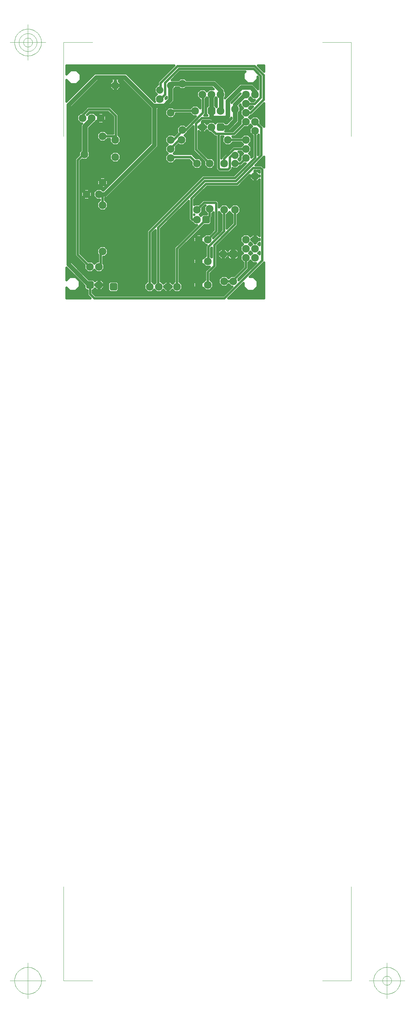
<source format=gbr>
G04 Generated by Ultiboard *
%FSLAX25Y25*%
%MOIN*%

%ADD10C,0.05000*%
%ADD11C,0.02500*%
%ADD12C,0.06000*%
%ADD13C,0.00394*%
%ADD14C,0.08500*%
%ADD15R,0.04583X0.04583*%
%ADD16C,0.03917*%
%ADD17C,0.08000*%
%ADD18R,0.05167X0.05167*%
%ADD19C,0.03333*%


G04 ColorRGB 0000FF for the following layer *
%LNCopper Bottom*%
%LPD*%
%FSLAX25Y25*%
%MOIN*%
G54D10*
X277600Y303650D02*
X246300Y334950D01*
X279000Y260350D02*
X224650Y206000D01*
X184400Y304400D02*
X184400Y128600D01*
X184400Y128600D02*
X207000Y106000D01*
X207000Y106000D02*
X208000Y106000D01*
X220100Y216100D02*
X218000Y214000D01*
X224650Y206000D02*
X218000Y206000D01*
X214950Y334950D02*
X184400Y304400D01*
X246300Y334950D02*
X214950Y334950D01*
X328000Y99900D02*
X328000Y156000D01*
X327000Y112000D02*
X328000Y113000D01*
X377250Y314100D02*
X368000Y304850D01*
X374800Y323750D02*
X385418Y323750D01*
X298150Y327750D02*
X344450Y327750D01*
X296650Y310200D02*
X296650Y325400D01*
X277600Y303650D02*
X290100Y303650D01*
X279000Y303650D02*
X279000Y260350D01*
X296650Y310200D02*
X290100Y303650D01*
X296650Y325400D02*
X297000Y325750D01*
X352500Y319700D02*
X352500Y299050D01*
X342000Y290632D02*
X342000Y316000D01*
X359850Y308800D02*
X374800Y323750D01*
X357818Y290300D02*
X342714Y290300D01*
X341550Y298000D02*
X342000Y298000D01*
X342714Y290300D02*
X342000Y291014D01*
X360600Y280000D02*
X368000Y287400D01*
X360600Y280000D02*
X352000Y280000D01*
X359850Y292332D02*
X359850Y308800D01*
X357818Y290300D02*
X359850Y292332D01*
X352200Y298950D02*
X353150Y298000D01*
X368000Y304850D02*
X368000Y287400D01*
X352500Y319700D02*
X344450Y327750D01*
X390000Y319168D02*
X385418Y323750D01*
G54D11*
X235370Y347750D02*
X291500Y347750D01*
X291500Y347750D02*
X291500Y338364D01*
X291500Y338364D02*
X282990Y329854D01*
X282990Y329854D02*
X257421Y329854D01*
X257421Y329854D02*
X248065Y339210D01*
X248065Y339210D02*
X235370Y339210D01*
X235370Y339210D02*
X235370Y347750D01*
G36*
X235370Y347750D02*
X291500Y347750D01*
X291500Y338364D01*
X282990Y329854D01*
X257421Y329854D01*
X248065Y339210D01*
X235370Y339210D01*
X235370Y347750D01*
G37*
X235370Y347750D02*
X291500Y347750D01*
X291500Y347750D02*
X291500Y338364D01*
X291500Y338364D02*
X282990Y329854D01*
X282990Y329854D02*
X257421Y329854D01*
X257421Y329854D02*
X248065Y339210D01*
X248065Y339210D02*
X235370Y339210D01*
X235370Y339210D02*
X235370Y347750D01*
X235370Y319990D02*
X235378Y319990D01*
X235378Y319990D02*
X235378Y323511D01*
X235378Y323511D02*
X236622Y323511D01*
X236622Y323511D02*
X236622Y319990D01*
X236622Y319990D02*
X238489Y319990D01*
X238489Y319990D02*
X242010Y323511D01*
X242010Y323511D02*
X251715Y323511D01*
X251715Y323511D02*
X262064Y313162D01*
X262064Y313162D02*
X235370Y313162D01*
X235370Y313162D02*
X235370Y319990D01*
G36*
X235370Y319990D02*
X235378Y319990D01*
X235378Y323511D01*
X236622Y323511D01*
X236622Y319990D01*
X238489Y319990D01*
X242010Y323511D01*
X251715Y323511D01*
X262064Y313162D01*
X235370Y313162D01*
X235370Y319990D01*
G37*
X235370Y319990D02*
X235378Y319990D01*
X235378Y319990D02*
X235378Y323511D01*
X235378Y323511D02*
X236622Y323511D01*
X236622Y323511D02*
X236622Y319990D01*
X236622Y319990D02*
X238489Y319990D01*
X238489Y319990D02*
X242010Y323511D01*
X242010Y323511D02*
X251715Y323511D01*
X251715Y323511D02*
X262064Y313162D01*
X262064Y313162D02*
X235370Y313162D01*
X235370Y313162D02*
X235370Y319990D01*
X236622Y329854D02*
X236622Y326622D01*
X236622Y326622D02*
X242010Y326622D01*
X242010Y326622D02*
X242010Y328489D01*
X242010Y328489D02*
X240646Y329854D01*
X240646Y329854D02*
X245372Y329854D01*
X245372Y329854D02*
X251715Y323511D01*
X251715Y323511D02*
X242010Y323511D01*
X242010Y323511D02*
X242010Y325378D01*
X242010Y325378D02*
X236622Y325378D01*
X236622Y325378D02*
X236622Y323511D01*
X236622Y323511D02*
X235378Y323511D01*
X235378Y323511D02*
X235378Y325378D01*
X235378Y325378D02*
X235370Y325378D01*
X235370Y325378D02*
X235370Y326622D01*
X235370Y326622D02*
X235378Y326622D01*
X235378Y326622D02*
X235378Y329854D01*
X235378Y329854D02*
X236622Y329854D01*
G36*
X236622Y329854D02*
X236622Y326622D01*
X242010Y326622D01*
X242010Y328489D01*
X240646Y329854D01*
X245372Y329854D01*
X251715Y323511D01*
X242010Y323511D01*
X242010Y325378D01*
X236622Y325378D01*
X236622Y323511D01*
X235378Y323511D01*
X235378Y325378D01*
X235370Y325378D01*
X235370Y326622D01*
X235378Y326622D01*
X235378Y329854D01*
X236622Y329854D01*
G37*
X236622Y329854D02*
X236622Y326622D01*
X236622Y326622D02*
X242010Y326622D01*
X242010Y326622D02*
X242010Y328489D01*
X242010Y328489D02*
X240646Y329854D01*
X240646Y329854D02*
X245372Y329854D01*
X245372Y329854D02*
X251715Y323511D01*
X251715Y323511D02*
X242010Y323511D01*
X242010Y323511D02*
X242010Y325378D01*
X242010Y325378D02*
X236622Y325378D01*
X236622Y325378D02*
X236622Y323511D01*
X236622Y323511D02*
X235378Y323511D01*
X235378Y323511D02*
X235378Y325378D01*
X235378Y325378D02*
X235370Y325378D01*
X235370Y325378D02*
X235370Y326622D01*
X235370Y326622D02*
X235378Y326622D01*
X235378Y326622D02*
X235378Y329854D01*
X235378Y329854D02*
X236622Y329854D01*
X262064Y313162D02*
X274740Y300485D01*
X274740Y300485D02*
X274740Y298256D01*
X274740Y298256D02*
X235370Y298256D01*
X235370Y298256D02*
X235370Y313162D01*
X235370Y313162D02*
X262064Y313162D01*
G36*
X262064Y313162D02*
X274740Y300485D01*
X274740Y298256D01*
X235370Y298256D01*
X235370Y313162D01*
X262064Y313162D01*
G37*
X262064Y313162D02*
X274740Y300485D01*
X274740Y300485D02*
X274740Y298256D01*
X274740Y298256D02*
X235370Y298256D01*
X235370Y298256D02*
X235370Y313162D01*
X235370Y313162D02*
X262064Y313162D01*
X235370Y259990D02*
X238489Y259990D01*
X238489Y259990D02*
X242010Y263511D01*
X242010Y263511D02*
X242010Y268489D01*
X242010Y268489D02*
X239460Y271039D01*
X239460Y271039D02*
X239460Y293547D01*
X239460Y293547D02*
X235370Y297637D01*
X235370Y297637D02*
X235370Y298256D01*
X235370Y298256D02*
X274740Y298256D01*
X274740Y298256D02*
X274740Y262115D01*
X274740Y262115D02*
X258377Y245752D01*
X258377Y245752D02*
X242010Y245752D01*
X242010Y245752D02*
X242010Y249489D01*
X242010Y249489D02*
X238489Y253010D01*
X238489Y253010D02*
X235370Y253010D01*
X235370Y253010D02*
X235370Y259990D01*
G36*
X235370Y259990D02*
X238489Y259990D01*
X242010Y263511D01*
X242010Y268489D01*
X239460Y271039D01*
X239460Y293547D01*
X235370Y297637D01*
X235370Y298256D01*
X274740Y298256D01*
X274740Y262115D01*
X258377Y245752D01*
X242010Y245752D01*
X242010Y249489D01*
X238489Y253010D01*
X235370Y253010D01*
X235370Y259990D01*
G37*
X235370Y259990D02*
X238489Y259990D01*
X238489Y259990D02*
X242010Y263511D01*
X242010Y263511D02*
X242010Y268489D01*
X242010Y268489D02*
X239460Y271039D01*
X239460Y271039D02*
X239460Y293547D01*
X239460Y293547D02*
X235370Y297637D01*
X235370Y297637D02*
X235370Y298256D01*
X235370Y298256D02*
X274740Y298256D01*
X274740Y298256D02*
X274740Y262115D01*
X274740Y262115D02*
X258377Y245752D01*
X258377Y245752D02*
X242010Y245752D01*
X242010Y245752D02*
X242010Y249489D01*
X242010Y249489D02*
X238489Y253010D01*
X238489Y253010D02*
X235370Y253010D01*
X235370Y253010D02*
X235370Y259990D01*
X290990Y245752D02*
X290990Y243511D01*
X290990Y243511D02*
X291500Y243001D01*
X291500Y243001D02*
X291500Y193248D01*
X291500Y193248D02*
X235370Y193248D01*
X235370Y193248D02*
X235370Y210695D01*
X235370Y210695D02*
X270427Y245752D01*
X270427Y245752D02*
X290990Y245752D01*
G36*
X290990Y245752D02*
X290990Y243511D01*
X291500Y243001D01*
X291500Y193248D01*
X235370Y193248D01*
X235370Y210695D01*
X270427Y245752D01*
X290990Y245752D01*
G37*
X290990Y245752D02*
X290990Y243511D01*
X290990Y243511D02*
X291500Y243001D01*
X291500Y243001D02*
X291500Y193248D01*
X291500Y193248D02*
X235370Y193248D01*
X235370Y193248D02*
X235370Y210695D01*
X235370Y210695D02*
X270427Y245752D01*
X270427Y245752D02*
X290990Y245752D01*
X235370Y240990D02*
X238489Y240990D01*
X238489Y240990D02*
X242010Y244511D01*
X242010Y244511D02*
X242010Y245752D01*
X242010Y245752D02*
X258377Y245752D01*
X258377Y245752D02*
X235370Y222745D01*
X235370Y222745D02*
X235370Y240990D01*
G36*
X235370Y240990D02*
X238489Y240990D01*
X242010Y244511D01*
X242010Y245752D01*
X258377Y245752D01*
X235370Y222745D01*
X235370Y240990D01*
G37*
X235370Y240990D02*
X238489Y240990D01*
X238489Y240990D02*
X242010Y244511D01*
X242010Y244511D02*
X242010Y245752D01*
X242010Y245752D02*
X258377Y245752D01*
X258377Y245752D02*
X235370Y222745D01*
X235370Y222745D02*
X235370Y240990D01*
X270990Y140744D02*
X235370Y140744D01*
X235370Y140744D02*
X235370Y193248D01*
X235370Y193248D02*
X291500Y193248D01*
X291500Y193248D02*
X291500Y186107D01*
X291500Y186107D02*
X270990Y165597D01*
X270990Y165597D02*
X270990Y140744D01*
G36*
X270990Y140744D02*
X235370Y140744D01*
X235370Y193248D01*
X291500Y193248D01*
X291500Y186107D01*
X270990Y165597D01*
X270990Y140744D01*
G37*
X270990Y140744D02*
X235370Y140744D01*
X235370Y140744D02*
X235370Y193248D01*
X235370Y193248D02*
X291500Y193248D01*
X291500Y193248D02*
X291500Y186107D01*
X291500Y186107D02*
X270990Y165597D01*
X270990Y165597D02*
X270990Y140744D01*
X240010Y106122D02*
X240010Y107832D01*
X240010Y107832D02*
X237832Y110010D01*
X237832Y110010D02*
X235370Y110010D01*
X235370Y110010D02*
X235370Y140744D01*
X235370Y140744D02*
X270990Y140744D01*
X270990Y140744D02*
X270990Y109489D01*
X270990Y109489D02*
X267990Y106489D01*
X267990Y106489D02*
X267990Y106122D01*
X267990Y106122D02*
X240010Y106122D01*
G36*
X240010Y106122D02*
X240010Y107832D01*
X237832Y110010D01*
X235370Y110010D01*
X235370Y140744D01*
X270990Y140744D01*
X270990Y109489D01*
X267990Y106489D01*
X267990Y106122D01*
X240010Y106122D01*
G37*
X240010Y106122D02*
X240010Y107832D01*
X240010Y107832D02*
X237832Y110010D01*
X237832Y110010D02*
X235370Y110010D01*
X235370Y110010D02*
X235370Y140744D01*
X235370Y140744D02*
X270990Y140744D01*
X270990Y140744D02*
X270990Y109489D01*
X270990Y109489D02*
X267990Y106489D01*
X267990Y106489D02*
X267990Y106122D01*
X267990Y106122D02*
X240010Y106122D01*
X279000Y100501D02*
X281511Y97990D01*
X281511Y97990D02*
X286489Y97990D01*
X286489Y97990D02*
X289000Y100501D01*
X289000Y100501D02*
X291500Y98001D01*
X291500Y98001D02*
X291500Y94260D01*
X291500Y94260D02*
X235370Y94260D01*
X235370Y94260D02*
X235370Y97990D01*
X235370Y97990D02*
X237832Y97990D01*
X237832Y97990D02*
X240010Y100168D01*
X240010Y100168D02*
X240010Y106122D01*
X240010Y106122D02*
X267990Y106122D01*
X267990Y106122D02*
X267990Y101511D01*
X267990Y101511D02*
X271511Y97990D01*
X271511Y97990D02*
X276489Y97990D01*
X276489Y97990D02*
X279000Y100501D01*
G36*
X279000Y100501D02*
X281511Y97990D01*
X286489Y97990D01*
X289000Y100501D01*
X291500Y98001D01*
X291500Y94260D01*
X235370Y94260D01*
X235370Y97990D01*
X237832Y97990D01*
X240010Y100168D01*
X240010Y106122D01*
X267990Y106122D01*
X267990Y101511D01*
X271511Y97990D01*
X276489Y97990D01*
X279000Y100501D01*
G37*
X279000Y100501D02*
X281511Y97990D01*
X281511Y97990D02*
X286489Y97990D01*
X286489Y97990D02*
X289000Y100501D01*
X289000Y100501D02*
X291500Y98001D01*
X291500Y98001D02*
X291500Y94260D01*
X291500Y94260D02*
X235370Y94260D01*
X235370Y94260D02*
X235370Y97990D01*
X235370Y97990D02*
X237832Y97990D01*
X237832Y97990D02*
X240010Y100168D01*
X240010Y100168D02*
X240010Y106122D01*
X240010Y106122D02*
X267990Y106122D01*
X267990Y106122D02*
X267990Y101511D01*
X267990Y101511D02*
X271511Y97990D01*
X271511Y97990D02*
X276489Y97990D01*
X276489Y97990D02*
X279000Y100501D01*
X197740Y254239D02*
X195990Y252489D01*
X195990Y252489D02*
X195990Y249247D01*
X195990Y249247D02*
X192495Y245752D01*
X192495Y245752D02*
X188660Y245752D01*
X188660Y245752D02*
X188660Y298256D01*
X188660Y298256D02*
X198753Y298256D01*
X198753Y298256D02*
X198753Y296010D01*
X198753Y296010D02*
X197511Y296010D01*
X197511Y296010D02*
X193990Y292489D01*
X193990Y292489D02*
X193990Y287511D01*
X193990Y287511D02*
X197511Y283990D01*
X197511Y283990D02*
X198753Y283990D01*
X198753Y283990D02*
X198753Y283685D01*
X198753Y283685D02*
X197740Y282672D01*
X197740Y282672D02*
X197740Y254239D01*
G36*
X197740Y254239D02*
X195990Y252489D01*
X195990Y249247D01*
X192495Y245752D01*
X188660Y245752D01*
X188660Y298256D01*
X198753Y298256D01*
X198753Y296010D01*
X197511Y296010D01*
X193990Y292489D01*
X193990Y287511D01*
X197511Y283990D01*
X198753Y283990D01*
X198753Y283685D01*
X197740Y282672D01*
X197740Y254239D01*
G37*
X197740Y254239D02*
X195990Y252489D01*
X195990Y252489D02*
X195990Y249247D01*
X195990Y249247D02*
X192495Y245752D01*
X192495Y245752D02*
X188660Y245752D01*
X188660Y245752D02*
X188660Y298256D01*
X188660Y298256D02*
X198753Y298256D01*
X198753Y298256D02*
X198753Y296010D01*
X198753Y296010D02*
X197511Y296010D01*
X197511Y296010D02*
X193990Y292489D01*
X193990Y292489D02*
X193990Y287511D01*
X193990Y287511D02*
X197511Y283990D01*
X197511Y283990D02*
X198753Y283990D01*
X198753Y283990D02*
X198753Y283685D01*
X198753Y283685D02*
X197740Y282672D01*
X197740Y282672D02*
X197740Y254239D01*
X224690Y275810D02*
X224489Y276010D01*
X224489Y276010D02*
X219511Y276010D01*
X219511Y276010D02*
X215990Y272489D01*
X215990Y272489D02*
X215990Y267511D01*
X215990Y267511D02*
X219511Y263990D01*
X219511Y263990D02*
X224489Y263990D01*
X224489Y263990D02*
X224690Y264190D01*
X224690Y264190D02*
X224690Y245752D01*
X224690Y245752D02*
X211972Y245752D01*
X211972Y245752D02*
X211972Y283440D01*
X211972Y283440D02*
X213842Y285310D01*
X213842Y285310D02*
X216190Y285310D01*
X216190Y285310D02*
X217511Y283990D01*
X217511Y283990D02*
X222489Y283990D01*
X222489Y283990D02*
X223810Y285310D01*
X223810Y285310D02*
X224690Y285310D01*
X224690Y285310D02*
X224690Y275810D01*
G36*
X224690Y275810D02*
X224489Y276010D01*
X219511Y276010D01*
X215990Y272489D01*
X215990Y267511D01*
X219511Y263990D01*
X224489Y263990D01*
X224690Y264190D01*
X224690Y245752D01*
X211972Y245752D01*
X211972Y283440D01*
X213842Y285310D01*
X216190Y285310D01*
X217511Y283990D01*
X222489Y283990D01*
X223810Y285310D01*
X224690Y285310D01*
X224690Y275810D01*
G37*
X224690Y275810D02*
X224489Y276010D01*
X224489Y276010D02*
X219511Y276010D01*
X219511Y276010D02*
X215990Y272489D01*
X215990Y272489D02*
X215990Y267511D01*
X215990Y267511D02*
X219511Y263990D01*
X219511Y263990D02*
X224489Y263990D01*
X224489Y263990D02*
X224690Y264190D01*
X224690Y264190D02*
X224690Y245752D01*
X224690Y245752D02*
X211972Y245752D01*
X211972Y245752D02*
X211972Y283440D01*
X211972Y283440D02*
X213842Y285310D01*
X213842Y285310D02*
X216190Y285310D01*
X216190Y285310D02*
X217511Y283990D01*
X217511Y283990D02*
X222489Y283990D01*
X222489Y283990D02*
X223810Y285310D01*
X223810Y285310D02*
X224690Y285310D01*
X224690Y285310D02*
X224690Y275810D01*
X229990Y266990D02*
X229990Y263511D01*
X229990Y263511D02*
X233511Y259990D01*
X233511Y259990D02*
X235370Y259990D01*
X235370Y259990D02*
X235370Y253010D01*
X235370Y253010D02*
X233511Y253010D01*
X233511Y253010D02*
X229990Y249489D01*
X229990Y249489D02*
X229990Y245752D01*
X229990Y245752D02*
X224690Y245752D01*
X224690Y245752D02*
X224690Y264190D01*
X224690Y264190D02*
X227489Y266990D01*
X227489Y266990D02*
X229990Y266990D01*
G36*
X229990Y266990D02*
X229990Y263511D01*
X233511Y259990D01*
X235370Y259990D01*
X235370Y253010D01*
X233511Y253010D01*
X229990Y249489D01*
X229990Y245752D01*
X224690Y245752D01*
X224690Y264190D01*
X227489Y266990D01*
X229990Y266990D01*
G37*
X229990Y266990D02*
X229990Y263511D01*
X229990Y263511D02*
X233511Y259990D01*
X233511Y259990D02*
X235370Y259990D01*
X235370Y259990D02*
X235370Y253010D01*
X235370Y253010D02*
X233511Y253010D01*
X233511Y253010D02*
X229990Y249489D01*
X229990Y249489D02*
X229990Y245752D01*
X229990Y245752D02*
X224690Y245752D01*
X224690Y245752D02*
X224690Y264190D01*
X224690Y264190D02*
X227489Y266990D01*
X227489Y266990D02*
X229990Y266990D01*
X206251Y245752D02*
X208010Y247511D01*
X208010Y247511D02*
X208010Y252489D01*
X208010Y252489D02*
X207260Y253239D01*
X207260Y253239D02*
X207260Y278728D01*
X207260Y278728D02*
X211972Y283440D01*
X211972Y283440D02*
X211972Y245752D01*
X211972Y245752D02*
X206251Y245752D01*
G36*
X206251Y245752D02*
X208010Y247511D01*
X208010Y252489D01*
X207260Y253239D01*
X207260Y278728D01*
X211972Y283440D01*
X211972Y245752D01*
X206251Y245752D01*
G37*
X206251Y245752D02*
X208010Y247511D01*
X208010Y247511D02*
X208010Y252489D01*
X208010Y252489D02*
X207260Y253239D01*
X207260Y253239D02*
X207260Y278728D01*
X207260Y278728D02*
X211972Y283440D01*
X211972Y283440D02*
X211972Y245752D01*
X211972Y245752D02*
X206251Y245752D01*
X182250Y111224D02*
X182250Y124725D01*
X182250Y124725D02*
X196761Y110214D01*
X196761Y110214D02*
X196760Y110214D01*
X196760Y110214D02*
X192214Y114760D01*
X192214Y114760D02*
X185786Y114760D01*
X185786Y114760D02*
X182250Y111224D01*
G36*
X182250Y111224D02*
X182250Y124725D01*
X196761Y110214D01*
X196760Y110214D01*
X192214Y114760D01*
X185786Y114760D01*
X182250Y111224D01*
G37*
X182250Y111224D02*
X182250Y124725D01*
X182250Y124725D02*
X196761Y110214D01*
X196761Y110214D02*
X196760Y110214D01*
X196760Y110214D02*
X192214Y114760D01*
X192214Y114760D02*
X185786Y114760D01*
X185786Y114760D02*
X182250Y111224D01*
X224010Y127247D02*
X224010Y128489D01*
X224010Y128489D02*
X223010Y129489D01*
X223010Y129489D02*
X223010Y136809D01*
X223010Y136809D02*
X224489Y136809D01*
X224489Y136809D02*
X228010Y140329D01*
X228010Y140329D02*
X228010Y140744D01*
X228010Y140744D02*
X235370Y140744D01*
X235370Y140744D02*
X235370Y127247D01*
X235370Y127247D02*
X224010Y127247D01*
G36*
X224010Y127247D02*
X224010Y128489D01*
X223010Y129489D01*
X223010Y136809D01*
X224489Y136809D01*
X228010Y140329D01*
X228010Y140744D01*
X235370Y140744D01*
X235370Y127247D01*
X224010Y127247D01*
G37*
X224010Y127247D02*
X224010Y128489D01*
X224010Y128489D02*
X223010Y129489D01*
X223010Y129489D02*
X223010Y136809D01*
X223010Y136809D02*
X224489Y136809D01*
X224489Y136809D02*
X228010Y140329D01*
X228010Y140329D02*
X228010Y140744D01*
X228010Y140744D02*
X235370Y140744D01*
X235370Y140744D02*
X235370Y127247D01*
X235370Y127247D02*
X224010Y127247D01*
X235370Y110010D02*
X230168Y110010D01*
X230168Y110010D02*
X228648Y108489D01*
X228648Y108489D02*
X224010Y108489D01*
X224010Y108489D02*
X220489Y112010D01*
X220489Y112010D02*
X218622Y112010D01*
X218622Y112010D02*
X218622Y108489D01*
X218622Y108489D02*
X217378Y108489D01*
X217378Y108489D02*
X217378Y112010D01*
X217378Y112010D02*
X215511Y112010D01*
X215511Y112010D02*
X213671Y110171D01*
X213671Y110171D02*
X211832Y112010D01*
X211832Y112010D02*
X209247Y112010D01*
X209247Y112010D02*
X209247Y119990D01*
X209247Y119990D02*
X210489Y119990D01*
X210489Y119990D02*
X213000Y122501D01*
X213000Y122501D02*
X215511Y119990D01*
X215511Y119990D02*
X220489Y119990D01*
X220489Y119990D02*
X224010Y123511D01*
X224010Y123511D02*
X224010Y127247D01*
X224010Y127247D02*
X235370Y127247D01*
X235370Y127247D02*
X235370Y110010D01*
G36*
X235370Y110010D02*
X230168Y110010D01*
X228648Y108489D01*
X224010Y108489D01*
X220489Y112010D01*
X218622Y112010D01*
X218622Y108489D01*
X217378Y108489D01*
X217378Y112010D01*
X215511Y112010D01*
X213671Y110171D01*
X211832Y112010D01*
X209247Y112010D01*
X209247Y119990D01*
X210489Y119990D01*
X213000Y122501D01*
X215511Y119990D01*
X220489Y119990D01*
X224010Y123511D01*
X224010Y127247D01*
X235370Y127247D01*
X235370Y110010D01*
G37*
X235370Y110010D02*
X230168Y110010D01*
X230168Y110010D02*
X228648Y108489D01*
X228648Y108489D02*
X224010Y108489D01*
X224010Y108489D02*
X220489Y112010D01*
X220489Y112010D02*
X218622Y112010D01*
X218622Y112010D02*
X218622Y108489D01*
X218622Y108489D02*
X217378Y108489D01*
X217378Y108489D02*
X217378Y112010D01*
X217378Y112010D02*
X215511Y112010D01*
X215511Y112010D02*
X213671Y110171D01*
X213671Y110171D02*
X211832Y112010D01*
X211832Y112010D02*
X209247Y112010D01*
X209247Y112010D02*
X209247Y119990D01*
X209247Y119990D02*
X210489Y119990D01*
X210489Y119990D02*
X213000Y122501D01*
X213000Y122501D02*
X215511Y119990D01*
X215511Y119990D02*
X220489Y119990D01*
X220489Y119990D02*
X224010Y123511D01*
X224010Y123511D02*
X224010Y127247D01*
X224010Y127247D02*
X235370Y127247D01*
X235370Y127247D02*
X235370Y110010D01*
X201990Y127753D02*
X201990Y123511D01*
X201990Y123511D02*
X205511Y119990D01*
X205511Y119990D02*
X209247Y119990D01*
X209247Y119990D02*
X209247Y112010D01*
X209247Y112010D02*
X207015Y112010D01*
X207015Y112010D02*
X188660Y130365D01*
X188660Y130365D02*
X188660Y140744D01*
X188660Y140744D02*
X191640Y140744D01*
X191640Y140744D02*
X191640Y138103D01*
X191640Y138103D02*
X201990Y127753D01*
G36*
X201990Y127753D02*
X201990Y123511D01*
X205511Y119990D01*
X209247Y119990D01*
X209247Y112010D01*
X207015Y112010D01*
X188660Y130365D01*
X188660Y140744D01*
X191640Y140744D01*
X191640Y138103D01*
X201990Y127753D01*
G37*
X201990Y127753D02*
X201990Y123511D01*
X201990Y123511D02*
X205511Y119990D01*
X205511Y119990D02*
X209247Y119990D01*
X209247Y119990D02*
X209247Y112010D01*
X209247Y112010D02*
X207015Y112010D01*
X207015Y112010D02*
X188660Y130365D01*
X188660Y130365D02*
X188660Y140744D01*
X188660Y140744D02*
X191640Y140744D01*
X191640Y140744D02*
X191640Y138103D01*
X191640Y138103D02*
X201990Y127753D01*
X201990Y104985D02*
X201990Y102168D01*
X201990Y102168D02*
X204168Y99990D01*
X204168Y99990D02*
X205240Y99990D01*
X205240Y99990D02*
X205240Y97079D01*
X205240Y97079D02*
X205240Y97079D01*
X205240Y97079D02*
X205240Y96248D01*
X205240Y96248D02*
X205240Y94585D01*
X205240Y94585D02*
X205240Y94585D01*
X205240Y94585D02*
X205240Y94585D01*
X205240Y94585D02*
X205920Y93905D01*
X205920Y93905D02*
X207003Y92822D01*
X207003Y92822D02*
X207003Y92822D01*
X207003Y92822D02*
X208575Y91250D01*
X208575Y91250D02*
X182250Y91250D01*
X182250Y91250D02*
X182250Y102776D01*
X182250Y102776D02*
X185786Y99240D01*
X185786Y99240D02*
X192214Y99240D01*
X192214Y99240D02*
X196760Y103786D01*
X196760Y103786D02*
X196760Y110214D01*
X196760Y110214D02*
X196761Y110214D01*
X196761Y110214D02*
X201990Y104985D01*
G36*
X201990Y104985D02*
X201990Y102168D01*
X204168Y99990D01*
X205240Y99990D01*
X205240Y97079D01*
X205240Y97079D01*
X205240Y96248D01*
X205240Y94585D01*
X205240Y94585D01*
X205240Y94585D01*
X205920Y93905D01*
X207003Y92822D01*
X207003Y92822D01*
X208575Y91250D01*
X182250Y91250D01*
X182250Y102776D01*
X185786Y99240D01*
X192214Y99240D01*
X196760Y103786D01*
X196760Y110214D01*
X196761Y110214D01*
X201990Y104985D01*
G37*
X201990Y104985D02*
X201990Y102168D01*
X201990Y102168D02*
X204168Y99990D01*
X204168Y99990D02*
X205240Y99990D01*
X205240Y99990D02*
X205240Y97079D01*
X205240Y97079D02*
X205240Y97079D01*
X205240Y97079D02*
X205240Y96248D01*
X205240Y96248D02*
X205240Y94585D01*
X205240Y94585D02*
X205240Y94585D01*
X205240Y94585D02*
X205240Y94585D01*
X205240Y94585D02*
X205920Y93905D01*
X205920Y93905D02*
X207003Y92822D01*
X207003Y92822D02*
X207003Y92822D01*
X207003Y92822D02*
X208575Y91250D01*
X208575Y91250D02*
X182250Y91250D01*
X182250Y91250D02*
X182250Y102776D01*
X182250Y102776D02*
X185786Y99240D01*
X185786Y99240D02*
X192214Y99240D01*
X192214Y99240D02*
X196760Y103786D01*
X196760Y103786D02*
X196760Y110214D01*
X196760Y110214D02*
X196761Y110214D01*
X196761Y110214D02*
X201990Y104985D01*
X228648Y108489D02*
X227990Y107832D01*
X227990Y107832D02*
X227990Y103511D01*
X227990Y103511D02*
X224010Y103511D01*
X224010Y103511D02*
X224010Y105378D01*
X224010Y105378D02*
X218622Y105378D01*
X218622Y105378D02*
X218622Y103511D01*
X218622Y103511D02*
X217378Y103511D01*
X217378Y103511D02*
X217378Y105378D01*
X217378Y105378D02*
X214010Y105378D01*
X214010Y105378D02*
X214010Y106622D01*
X214010Y106622D02*
X217378Y106622D01*
X217378Y106622D02*
X217378Y108489D01*
X217378Y108489D02*
X218622Y108489D01*
X218622Y108489D02*
X218622Y106622D01*
X218622Y106622D02*
X224010Y106622D01*
X224010Y106622D02*
X224010Y108489D01*
X224010Y108489D02*
X228648Y108489D01*
G36*
X228648Y108489D02*
X227990Y107832D01*
X227990Y103511D01*
X224010Y103511D01*
X224010Y105378D01*
X218622Y105378D01*
X218622Y103511D01*
X217378Y103511D01*
X217378Y105378D01*
X214010Y105378D01*
X214010Y106622D01*
X217378Y106622D01*
X217378Y108489D01*
X218622Y108489D01*
X218622Y106622D01*
X224010Y106622D01*
X224010Y108489D01*
X228648Y108489D01*
G37*
X228648Y108489D02*
X227990Y107832D01*
X227990Y107832D02*
X227990Y103511D01*
X227990Y103511D02*
X224010Y103511D01*
X224010Y103511D02*
X224010Y105378D01*
X224010Y105378D02*
X218622Y105378D01*
X218622Y105378D02*
X218622Y103511D01*
X218622Y103511D02*
X217378Y103511D01*
X217378Y103511D02*
X217378Y105378D01*
X217378Y105378D02*
X214010Y105378D01*
X214010Y105378D02*
X214010Y106622D01*
X214010Y106622D02*
X217378Y106622D01*
X217378Y106622D02*
X217378Y108489D01*
X217378Y108489D02*
X218622Y108489D01*
X218622Y108489D02*
X218622Y106622D01*
X218622Y106622D02*
X224010Y106622D01*
X224010Y106622D02*
X224010Y108489D01*
X224010Y108489D02*
X228648Y108489D01*
X227990Y103511D02*
X227990Y100168D01*
X227990Y100168D02*
X230168Y97990D01*
X230168Y97990D02*
X235370Y97990D01*
X235370Y97990D02*
X235370Y94260D01*
X235370Y94260D02*
X214079Y94260D01*
X214079Y94260D02*
X211260Y97079D01*
X211260Y97079D02*
X211260Y99990D01*
X211260Y99990D02*
X211832Y99990D01*
X211832Y99990D02*
X213671Y101829D01*
X213671Y101829D02*
X215511Y99990D01*
X215511Y99990D02*
X217378Y99990D01*
X217378Y99990D02*
X217378Y103511D01*
X217378Y103511D02*
X218622Y103511D01*
X218622Y103511D02*
X218622Y99990D01*
X218622Y99990D02*
X220489Y99990D01*
X220489Y99990D02*
X224010Y103511D01*
X224010Y103511D02*
X227990Y103511D01*
G36*
X227990Y103511D02*
X227990Y100168D01*
X230168Y97990D01*
X235370Y97990D01*
X235370Y94260D01*
X214079Y94260D01*
X211260Y97079D01*
X211260Y99990D01*
X211832Y99990D01*
X213671Y101829D01*
X215511Y99990D01*
X217378Y99990D01*
X217378Y103511D01*
X218622Y103511D01*
X218622Y99990D01*
X220489Y99990D01*
X224010Y103511D01*
X227990Y103511D01*
G37*
X227990Y103511D02*
X227990Y100168D01*
X227990Y100168D02*
X230168Y97990D01*
X230168Y97990D02*
X235370Y97990D01*
X235370Y97990D02*
X235370Y94260D01*
X235370Y94260D02*
X214079Y94260D01*
X214079Y94260D02*
X211260Y97079D01*
X211260Y97079D02*
X211260Y99990D01*
X211260Y99990D02*
X211832Y99990D01*
X211832Y99990D02*
X213671Y101829D01*
X213671Y101829D02*
X215511Y99990D01*
X215511Y99990D02*
X217378Y99990D01*
X217378Y99990D02*
X217378Y103511D01*
X217378Y103511D02*
X218622Y103511D01*
X218622Y103511D02*
X218622Y99990D01*
X218622Y99990D02*
X220489Y99990D01*
X220489Y99990D02*
X224010Y103511D01*
X224010Y103511D02*
X227990Y103511D01*
X188660Y193248D02*
X188660Y201310D01*
X188660Y201310D02*
X191640Y201310D01*
X191640Y201310D02*
X191640Y193248D01*
X191640Y193248D02*
X188660Y193248D01*
G36*
X188660Y193248D02*
X188660Y201310D01*
X191640Y201310D01*
X191640Y193248D01*
X188660Y193248D01*
G37*
X188660Y193248D02*
X188660Y201310D01*
X188660Y201310D02*
X191640Y201310D01*
X191640Y201310D02*
X191640Y193248D01*
X191640Y193248D02*
X188660Y193248D01*
X188660Y201310D02*
X188660Y245752D01*
X188660Y245752D02*
X192495Y245752D01*
X192495Y245752D02*
X191640Y244897D01*
X191640Y244897D02*
X191640Y201310D01*
X191640Y201310D02*
X188660Y201310D01*
G36*
X188660Y201310D02*
X188660Y245752D01*
X192495Y245752D01*
X191640Y244897D01*
X191640Y201310D01*
X188660Y201310D01*
G37*
X188660Y201310D02*
X188660Y245752D01*
X188660Y245752D02*
X192495Y245752D01*
X192495Y245752D02*
X191640Y244897D01*
X191640Y244897D02*
X191640Y201310D01*
X191640Y201310D02*
X188660Y201310D01*
X188660Y140744D02*
X188660Y193248D01*
X188660Y193248D02*
X191640Y193248D01*
X191640Y193248D02*
X191640Y140744D01*
X191640Y140744D02*
X188660Y140744D01*
G36*
X188660Y140744D02*
X188660Y193248D01*
X191640Y193248D01*
X191640Y140744D01*
X188660Y140744D01*
G37*
X188660Y140744D02*
X188660Y193248D01*
X188660Y193248D02*
X191640Y193248D01*
X191640Y193248D02*
X191640Y140744D01*
X191640Y140744D02*
X188660Y140744D01*
X215990Y193248D02*
X215990Y191511D01*
X215990Y191511D02*
X219511Y187990D01*
X219511Y187990D02*
X224489Y187990D01*
X224489Y187990D02*
X228010Y191511D01*
X228010Y191511D02*
X228010Y193248D01*
X228010Y193248D02*
X235370Y193248D01*
X235370Y193248D02*
X235370Y140744D01*
X235370Y140744D02*
X228010Y140744D01*
X228010Y140744D02*
X228010Y145308D01*
X228010Y145308D02*
X224489Y148829D01*
X224489Y148829D02*
X219511Y148829D01*
X219511Y148829D02*
X215990Y145308D01*
X215990Y145308D02*
X215990Y140744D01*
X215990Y140744D02*
X197660Y140744D01*
X197660Y140744D02*
X197660Y193248D01*
X197660Y193248D02*
X215990Y193248D01*
G36*
X215990Y193248D02*
X215990Y191511D01*
X219511Y187990D01*
X224489Y187990D01*
X228010Y191511D01*
X228010Y193248D01*
X235370Y193248D01*
X235370Y140744D01*
X228010Y140744D01*
X228010Y145308D01*
X224489Y148829D01*
X219511Y148829D01*
X215990Y145308D01*
X215990Y140744D01*
X197660Y140744D01*
X197660Y193248D01*
X215990Y193248D01*
G37*
X215990Y193248D02*
X215990Y191511D01*
X215990Y191511D02*
X219511Y187990D01*
X219511Y187990D02*
X224489Y187990D01*
X224489Y187990D02*
X228010Y191511D01*
X228010Y191511D02*
X228010Y193248D01*
X228010Y193248D02*
X235370Y193248D01*
X235370Y193248D02*
X235370Y140744D01*
X235370Y140744D02*
X228010Y140744D01*
X228010Y140744D02*
X228010Y145308D01*
X228010Y145308D02*
X224489Y148829D01*
X224489Y148829D02*
X219511Y148829D01*
X219511Y148829D02*
X215990Y145308D01*
X215990Y145308D02*
X215990Y140744D01*
X215990Y140744D02*
X197660Y140744D01*
X197660Y140744D02*
X197660Y193248D01*
X197660Y193248D02*
X215990Y193248D01*
X209247Y132010D02*
X206247Y132010D01*
X206247Y132010D02*
X197660Y140597D01*
X197660Y140597D02*
X197660Y140744D01*
X197660Y140744D02*
X209247Y140744D01*
X209247Y140744D02*
X209247Y132010D01*
G36*
X209247Y132010D02*
X206247Y132010D01*
X197660Y140597D01*
X197660Y140744D01*
X209247Y140744D01*
X209247Y132010D01*
G37*
X209247Y132010D02*
X206247Y132010D01*
X206247Y132010D02*
X197660Y140597D01*
X197660Y140597D02*
X197660Y140744D01*
X197660Y140744D02*
X209247Y140744D01*
X209247Y140744D02*
X209247Y132010D01*
X216990Y132010D02*
X215511Y132010D01*
X215511Y132010D02*
X213000Y129499D01*
X213000Y129499D02*
X210489Y132010D01*
X210489Y132010D02*
X209247Y132010D01*
X209247Y132010D02*
X209247Y140744D01*
X209247Y140744D02*
X215990Y140744D01*
X215990Y140744D02*
X215990Y140329D01*
X215990Y140329D02*
X216990Y139329D01*
X216990Y139329D02*
X216990Y132010D01*
G36*
X216990Y132010D02*
X215511Y132010D01*
X213000Y129499D01*
X210489Y132010D01*
X209247Y132010D01*
X209247Y140744D01*
X215990Y140744D01*
X215990Y140329D01*
X216990Y139329D01*
X216990Y132010D01*
G37*
X216990Y132010D02*
X215511Y132010D01*
X215511Y132010D02*
X213000Y129499D01*
X213000Y129499D02*
X210489Y132010D01*
X210489Y132010D02*
X209247Y132010D01*
X209247Y132010D02*
X209247Y140744D01*
X209247Y140744D02*
X215990Y140744D01*
X215990Y140744D02*
X215990Y140329D01*
X215990Y140329D02*
X216990Y139329D01*
X216990Y139329D02*
X216990Y132010D01*
X220753Y211746D02*
X220489Y212010D01*
X220489Y212010D02*
X215511Y212010D01*
X215511Y212010D02*
X211990Y208489D01*
X211990Y208489D02*
X211990Y203511D01*
X211990Y203511D02*
X215511Y199990D01*
X215511Y199990D02*
X218990Y199990D01*
X218990Y199990D02*
X218990Y199489D01*
X218990Y199489D02*
X215990Y196489D01*
X215990Y196489D02*
X215990Y193248D01*
X215990Y193248D02*
X208910Y193248D01*
X208910Y193248D02*
X208910Y202190D01*
X208910Y202190D02*
X210230Y203511D01*
X210230Y203511D02*
X210230Y208489D01*
X210230Y208489D02*
X208910Y209810D01*
X208910Y209810D02*
X208910Y245752D01*
X208910Y245752D02*
X220753Y245752D01*
X220753Y245752D02*
X220753Y224829D01*
X220753Y224829D02*
X219511Y224829D01*
X219511Y224829D02*
X218190Y223509D01*
X218190Y223509D02*
X220753Y220946D01*
X220753Y220946D02*
X220753Y219186D01*
X220753Y219186D02*
X217310Y222629D01*
X217310Y222629D02*
X215990Y221308D01*
X215990Y221308D02*
X215990Y216329D01*
X215990Y216329D02*
X217310Y215009D01*
X217310Y215009D02*
X220753Y218452D01*
X220753Y218452D02*
X220753Y216692D01*
X220753Y216692D02*
X218190Y214129D01*
X218190Y214129D02*
X219511Y212809D01*
X219511Y212809D02*
X220753Y212809D01*
X220753Y212809D02*
X220753Y211746D01*
G36*
X220753Y211746D02*
X220489Y212010D01*
X215511Y212010D01*
X211990Y208489D01*
X211990Y203511D01*
X215511Y199990D01*
X218990Y199990D01*
X218990Y199489D01*
X215990Y196489D01*
X215990Y193248D01*
X208910Y193248D01*
X208910Y202190D01*
X210230Y203511D01*
X210230Y208489D01*
X208910Y209810D01*
X208910Y245752D01*
X220753Y245752D01*
X220753Y224829D01*
X219511Y224829D01*
X218190Y223509D01*
X220753Y220946D01*
X220753Y219186D01*
X217310Y222629D01*
X215990Y221308D01*
X215990Y216329D01*
X217310Y215009D01*
X220753Y218452D01*
X220753Y216692D01*
X218190Y214129D01*
X219511Y212809D01*
X220753Y212809D01*
X220753Y211746D01*
G37*
X220753Y211746D02*
X220489Y212010D01*
X220489Y212010D02*
X215511Y212010D01*
X215511Y212010D02*
X211990Y208489D01*
X211990Y208489D02*
X211990Y203511D01*
X211990Y203511D02*
X215511Y199990D01*
X215511Y199990D02*
X218990Y199990D01*
X218990Y199990D02*
X218990Y199489D01*
X218990Y199489D02*
X215990Y196489D01*
X215990Y196489D02*
X215990Y193248D01*
X215990Y193248D02*
X208910Y193248D01*
X208910Y193248D02*
X208910Y202190D01*
X208910Y202190D02*
X210230Y203511D01*
X210230Y203511D02*
X210230Y208489D01*
X210230Y208489D02*
X208910Y209810D01*
X208910Y209810D02*
X208910Y245752D01*
X208910Y245752D02*
X220753Y245752D01*
X220753Y245752D02*
X220753Y224829D01*
X220753Y224829D02*
X219511Y224829D01*
X219511Y224829D02*
X218190Y223509D01*
X218190Y223509D02*
X220753Y220946D01*
X220753Y220946D02*
X220753Y219186D01*
X220753Y219186D02*
X217310Y222629D01*
X217310Y222629D02*
X215990Y221308D01*
X215990Y221308D02*
X215990Y216329D01*
X215990Y216329D02*
X217310Y215009D01*
X217310Y215009D02*
X220753Y218452D01*
X220753Y218452D02*
X220753Y216692D01*
X220753Y216692D02*
X218190Y214129D01*
X218190Y214129D02*
X219511Y212809D01*
X219511Y212809D02*
X220753Y212809D01*
X220753Y212809D02*
X220753Y211746D01*
X229990Y245752D02*
X229990Y244511D01*
X229990Y244511D02*
X233511Y240990D01*
X233511Y240990D02*
X235370Y240990D01*
X235370Y240990D02*
X235370Y222745D01*
X235370Y222745D02*
X231444Y218819D01*
X231444Y218819D02*
X228010Y218819D01*
X228010Y218819D02*
X228010Y221308D01*
X228010Y221308D02*
X226690Y222629D01*
X226690Y222629D02*
X222880Y218819D01*
X222880Y218819D02*
X221120Y218819D01*
X221120Y218819D02*
X220753Y219186D01*
X220753Y219186D02*
X220753Y220946D01*
X220753Y220946D02*
X222000Y219699D01*
X222000Y219699D02*
X225810Y223509D01*
X225810Y223509D02*
X224489Y224829D01*
X224489Y224829D02*
X220753Y224829D01*
X220753Y224829D02*
X220753Y245752D01*
X220753Y245752D02*
X229990Y245752D01*
G36*
X229990Y245752D02*
X229990Y244511D01*
X233511Y240990D01*
X235370Y240990D01*
X235370Y222745D01*
X231444Y218819D01*
X228010Y218819D01*
X228010Y221308D01*
X226690Y222629D01*
X222880Y218819D01*
X221120Y218819D01*
X220753Y219186D01*
X220753Y220946D01*
X222000Y219699D01*
X225810Y223509D01*
X224489Y224829D01*
X220753Y224829D01*
X220753Y245752D01*
X229990Y245752D01*
G37*
X229990Y245752D02*
X229990Y244511D01*
X229990Y244511D02*
X233511Y240990D01*
X233511Y240990D02*
X235370Y240990D01*
X235370Y240990D02*
X235370Y222745D01*
X235370Y222745D02*
X231444Y218819D01*
X231444Y218819D02*
X228010Y218819D01*
X228010Y218819D02*
X228010Y221308D01*
X228010Y221308D02*
X226690Y222629D01*
X226690Y222629D02*
X222880Y218819D01*
X222880Y218819D02*
X221120Y218819D01*
X221120Y218819D02*
X220753Y219186D01*
X220753Y219186D02*
X220753Y220946D01*
X220753Y220946D02*
X222000Y219699D01*
X222000Y219699D02*
X225810Y223509D01*
X225810Y223509D02*
X224489Y224829D01*
X224489Y224829D02*
X220753Y224829D01*
X220753Y224829D02*
X220753Y245752D01*
X220753Y245752D02*
X229990Y245752D01*
X222239Y210260D02*
X220753Y211746D01*
X220753Y211746D02*
X220753Y212809D01*
X220753Y212809D02*
X224489Y212809D01*
X224489Y212809D02*
X225810Y214129D01*
X225810Y214129D02*
X222000Y217939D01*
X222000Y217939D02*
X220753Y216692D01*
X220753Y216692D02*
X220753Y218452D01*
X220753Y218452D02*
X221120Y218819D01*
X221120Y218819D02*
X222880Y218819D01*
X222880Y218819D02*
X226690Y215009D01*
X226690Y215009D02*
X228010Y216329D01*
X228010Y216329D02*
X228010Y218819D01*
X228010Y218819D02*
X231444Y218819D01*
X231444Y218819D02*
X222885Y210260D01*
X222885Y210260D02*
X222239Y210260D01*
G36*
X222239Y210260D02*
X220753Y211746D01*
X220753Y212809D01*
X224489Y212809D01*
X225810Y214129D01*
X222000Y217939D01*
X220753Y216692D01*
X220753Y218452D01*
X221120Y218819D01*
X222880Y218819D01*
X226690Y215009D01*
X228010Y216329D01*
X228010Y218819D01*
X231444Y218819D01*
X222885Y210260D01*
X222239Y210260D01*
G37*
X222239Y210260D02*
X220753Y211746D01*
X220753Y211746D02*
X220753Y212809D01*
X220753Y212809D02*
X224489Y212809D01*
X224489Y212809D02*
X225810Y214129D01*
X225810Y214129D02*
X222000Y217939D01*
X222000Y217939D02*
X220753Y216692D01*
X220753Y216692D02*
X220753Y218452D01*
X220753Y218452D02*
X221120Y218819D01*
X221120Y218819D02*
X222880Y218819D01*
X222880Y218819D02*
X226690Y215009D01*
X226690Y215009D02*
X228010Y216329D01*
X228010Y216329D02*
X228010Y218819D01*
X228010Y218819D02*
X231444Y218819D01*
X231444Y218819D02*
X222885Y210260D01*
X222885Y210260D02*
X222239Y210260D01*
X199531Y209810D02*
X198210Y208489D01*
X198210Y208489D02*
X198210Y203511D01*
X198210Y203511D02*
X199531Y202190D01*
X199531Y202190D02*
X199531Y201310D01*
X199531Y201310D02*
X197660Y201310D01*
X197660Y201310D02*
X197660Y242403D01*
X197660Y242403D02*
X199379Y244122D01*
X199379Y244122D02*
X199511Y243990D01*
X199511Y243990D02*
X199531Y243990D01*
X199531Y243990D02*
X199531Y209810D01*
G36*
X199531Y209810D02*
X198210Y208489D01*
X198210Y203511D01*
X199531Y202190D01*
X199531Y201310D01*
X197660Y201310D01*
X197660Y242403D01*
X199379Y244122D01*
X199511Y243990D01*
X199531Y243990D01*
X199531Y209810D01*
G37*
X199531Y209810D02*
X198210Y208489D01*
X198210Y208489D02*
X198210Y203511D01*
X198210Y203511D02*
X199531Y202190D01*
X199531Y202190D02*
X199531Y201310D01*
X199531Y201310D02*
X197660Y201310D01*
X197660Y201310D02*
X197660Y242403D01*
X197660Y242403D02*
X199379Y244122D01*
X199379Y244122D02*
X199511Y243990D01*
X199511Y243990D02*
X199531Y243990D01*
X199531Y243990D02*
X199531Y209810D01*
X208030Y210690D02*
X206710Y212010D01*
X206710Y212010D02*
X201731Y212010D01*
X201731Y212010D02*
X200411Y210690D01*
X200411Y210690D02*
X199531Y210690D01*
X199531Y210690D02*
X199531Y243990D01*
X199531Y243990D02*
X204489Y243990D01*
X204489Y243990D02*
X206251Y245752D01*
X206251Y245752D02*
X208910Y245752D01*
X208910Y245752D02*
X208910Y210690D01*
X208910Y210690D02*
X208030Y210690D01*
G36*
X208030Y210690D02*
X206710Y212010D01*
X201731Y212010D01*
X200411Y210690D01*
X199531Y210690D01*
X199531Y243990D01*
X204489Y243990D01*
X206251Y245752D01*
X208910Y245752D01*
X208910Y210690D01*
X208030Y210690D01*
G37*
X208030Y210690D02*
X206710Y212010D01*
X206710Y212010D02*
X201731Y212010D01*
X201731Y212010D02*
X200411Y210690D01*
X200411Y210690D02*
X199531Y210690D01*
X199531Y210690D02*
X199531Y243990D01*
X199531Y243990D02*
X204489Y243990D01*
X204489Y243990D02*
X206251Y245752D01*
X206251Y245752D02*
X208910Y245752D01*
X208910Y245752D02*
X208910Y210690D01*
X208910Y210690D02*
X208030Y210690D01*
X200411Y210690D02*
X204220Y206880D01*
X204220Y206880D02*
X208030Y210690D01*
X208030Y210690D02*
X208910Y210690D01*
X208910Y210690D02*
X208910Y209810D01*
X208910Y209810D02*
X205101Y206000D01*
X205101Y206000D02*
X208910Y202190D01*
X208910Y202190D02*
X208910Y201310D01*
X208910Y201310D02*
X208030Y201310D01*
X208030Y201310D02*
X204220Y205120D01*
X204220Y205120D02*
X200411Y201310D01*
X200411Y201310D02*
X199531Y201310D01*
X199531Y201310D02*
X199531Y202190D01*
X199531Y202190D02*
X203340Y206000D01*
X203340Y206000D02*
X199531Y209810D01*
X199531Y209810D02*
X199531Y210690D01*
X199531Y210690D02*
X200411Y210690D01*
G36*
X200411Y210690D02*
X204220Y206880D01*
X208030Y210690D01*
X208910Y210690D01*
X208910Y209810D01*
X205101Y206000D01*
X208910Y202190D01*
X208910Y201310D01*
X208030Y201310D01*
X204220Y205120D01*
X200411Y201310D01*
X199531Y201310D01*
X199531Y202190D01*
X203340Y206000D01*
X199531Y209810D01*
X199531Y210690D01*
X200411Y210690D01*
G37*
X200411Y210690D02*
X204220Y206880D01*
X204220Y206880D02*
X208030Y210690D01*
X208030Y210690D02*
X208910Y210690D01*
X208910Y210690D02*
X208910Y209810D01*
X208910Y209810D02*
X205101Y206000D01*
X205101Y206000D02*
X208910Y202190D01*
X208910Y202190D02*
X208910Y201310D01*
X208910Y201310D02*
X208030Y201310D01*
X208030Y201310D02*
X204220Y205120D01*
X204220Y205120D02*
X200411Y201310D01*
X200411Y201310D02*
X199531Y201310D01*
X199531Y201310D02*
X199531Y202190D01*
X199531Y202190D02*
X203340Y206000D01*
X203340Y206000D02*
X199531Y209810D01*
X199531Y209810D02*
X199531Y210690D01*
X199531Y210690D02*
X200411Y210690D01*
X200411Y201310D02*
X201731Y199990D01*
X201731Y199990D02*
X206710Y199990D01*
X206710Y199990D02*
X208030Y201310D01*
X208030Y201310D02*
X208910Y201310D01*
X208910Y201310D02*
X208910Y193248D01*
X208910Y193248D02*
X197660Y193248D01*
X197660Y193248D02*
X197660Y201310D01*
X197660Y201310D02*
X200411Y201310D01*
G36*
X200411Y201310D02*
X201731Y199990D01*
X206710Y199990D01*
X208030Y201310D01*
X208910Y201310D01*
X208910Y193248D01*
X197660Y193248D01*
X197660Y201310D01*
X200411Y201310D01*
G37*
X200411Y201310D02*
X201731Y199990D01*
X201731Y199990D02*
X206710Y199990D01*
X206710Y199990D02*
X208030Y201310D01*
X208030Y201310D02*
X208910Y201310D01*
X208910Y201310D02*
X208910Y193248D01*
X208910Y193248D02*
X197660Y193248D01*
X197660Y193248D02*
X197660Y201310D01*
X197660Y201310D02*
X200411Y201310D01*
X228010Y193248D02*
X228010Y196489D01*
X228010Y196489D02*
X225010Y199489D01*
X225010Y199489D02*
X225010Y201740D01*
X225010Y201740D02*
X226415Y201740D01*
X226415Y201740D02*
X235370Y210695D01*
X235370Y210695D02*
X235370Y193248D01*
X235370Y193248D02*
X228010Y193248D01*
G36*
X228010Y193248D02*
X228010Y196489D01*
X225010Y199489D01*
X225010Y201740D01*
X226415Y201740D01*
X235370Y210695D01*
X235370Y193248D01*
X228010Y193248D01*
G37*
X228010Y193248D02*
X228010Y196489D01*
X228010Y196489D02*
X225010Y199489D01*
X225010Y199489D02*
X225010Y201740D01*
X225010Y201740D02*
X226415Y201740D01*
X226415Y201740D02*
X235370Y210695D01*
X235370Y210695D02*
X235370Y193248D01*
X235370Y193248D02*
X228010Y193248D01*
X182250Y347750D02*
X235370Y347750D01*
X235370Y347750D02*
X235370Y339210D01*
X235370Y339210D02*
X213185Y339210D01*
X213185Y339210D02*
X212190Y338214D01*
X212190Y338214D02*
X197760Y338214D01*
X197760Y338214D02*
X193214Y342760D01*
X193214Y342760D02*
X186786Y342760D01*
X186786Y342760D02*
X182250Y338224D01*
X182250Y338224D02*
X182250Y347750D01*
G36*
X182250Y347750D02*
X235370Y347750D01*
X235370Y339210D01*
X213185Y339210D01*
X212190Y338214D01*
X197760Y338214D01*
X193214Y342760D01*
X186786Y342760D01*
X182250Y338224D01*
X182250Y347750D01*
G37*
X182250Y347750D02*
X235370Y347750D01*
X235370Y347750D02*
X235370Y339210D01*
X235370Y339210D02*
X213185Y339210D01*
X213185Y339210D02*
X212190Y338214D01*
X212190Y338214D02*
X197760Y338214D01*
X197760Y338214D02*
X193214Y342760D01*
X193214Y342760D02*
X186786Y342760D01*
X186786Y342760D02*
X182250Y338224D01*
X182250Y338224D02*
X182250Y347750D01*
X182250Y308275D02*
X182250Y331776D01*
X182250Y331776D02*
X186786Y327240D01*
X186786Y327240D02*
X193214Y327240D01*
X193214Y327240D02*
X197760Y331786D01*
X197760Y331786D02*
X197760Y338214D01*
X197760Y338214D02*
X212190Y338214D01*
X212190Y338214D02*
X182250Y308275D01*
G36*
X182250Y308275D02*
X182250Y331776D01*
X186786Y327240D01*
X193214Y327240D01*
X197760Y331786D01*
X197760Y338214D01*
X212190Y338214D01*
X182250Y308275D01*
G37*
X182250Y308275D02*
X182250Y331776D01*
X182250Y331776D02*
X186786Y327240D01*
X186786Y327240D02*
X193214Y327240D01*
X193214Y327240D02*
X197760Y331786D01*
X197760Y331786D02*
X197760Y338214D01*
X197760Y338214D02*
X212190Y338214D01*
X212190Y338214D02*
X182250Y308275D01*
X232191Y330690D02*
X229990Y328489D01*
X229990Y328489D02*
X229990Y326622D01*
X229990Y326622D02*
X235370Y326622D01*
X235370Y326622D02*
X235370Y325378D01*
X235370Y325378D02*
X229990Y325378D01*
X229990Y325378D02*
X229990Y323511D01*
X229990Y323511D02*
X233511Y319990D01*
X233511Y319990D02*
X235370Y319990D01*
X235370Y319990D02*
X235370Y298256D01*
X235370Y298256D02*
X234751Y298256D01*
X234751Y298256D02*
X230497Y302510D01*
X230497Y302510D02*
X205353Y302510D01*
X205353Y302510D02*
X201099Y298256D01*
X201099Y298256D02*
X188660Y298256D01*
X188660Y298256D02*
X188660Y302635D01*
X188660Y302635D02*
X216715Y330690D01*
X216715Y330690D02*
X232191Y330690D01*
G36*
X232191Y330690D02*
X229990Y328489D01*
X229990Y326622D01*
X235370Y326622D01*
X235370Y325378D01*
X229990Y325378D01*
X229990Y323511D01*
X233511Y319990D01*
X235370Y319990D01*
X235370Y298256D01*
X234751Y298256D01*
X230497Y302510D01*
X205353Y302510D01*
X201099Y298256D01*
X188660Y298256D01*
X188660Y302635D01*
X216715Y330690D01*
X232191Y330690D01*
G37*
X232191Y330690D02*
X229990Y328489D01*
X229990Y328489D02*
X229990Y326622D01*
X229990Y326622D02*
X235370Y326622D01*
X235370Y326622D02*
X235370Y325378D01*
X235370Y325378D02*
X229990Y325378D01*
X229990Y325378D02*
X229990Y323511D01*
X229990Y323511D02*
X233511Y319990D01*
X233511Y319990D02*
X235370Y319990D01*
X235370Y319990D02*
X235370Y298256D01*
X235370Y298256D02*
X234751Y298256D01*
X234751Y298256D02*
X230497Y302510D01*
X230497Y302510D02*
X205353Y302510D01*
X205353Y302510D02*
X201099Y298256D01*
X201099Y298256D02*
X188660Y298256D01*
X188660Y298256D02*
X188660Y302635D01*
X188660Y302635D02*
X216715Y330690D01*
X216715Y330690D02*
X232191Y330690D01*
X220000Y296010D02*
X217511Y296010D01*
X217511Y296010D02*
X216190Y294690D01*
X216190Y294690D02*
X220000Y290880D01*
X220000Y290880D02*
X220000Y290000D01*
X220000Y290000D02*
X219120Y290000D01*
X219120Y290000D02*
X215310Y293810D01*
X215310Y293810D02*
X215000Y293499D01*
X215000Y293499D02*
X212489Y296010D01*
X212489Y296010D02*
X211972Y296010D01*
X211972Y296010D02*
X211972Y296490D01*
X211972Y296490D02*
X220000Y296490D01*
X220000Y296490D02*
X220000Y296010D01*
G36*
X220000Y296010D02*
X217511Y296010D01*
X216190Y294690D01*
X220000Y290880D01*
X220000Y290000D01*
X219120Y290000D01*
X215310Y293810D01*
X215000Y293499D01*
X212489Y296010D01*
X211972Y296010D01*
X211972Y296490D01*
X220000Y296490D01*
X220000Y296010D01*
G37*
X220000Y296010D02*
X217511Y296010D01*
X217511Y296010D02*
X216190Y294690D01*
X216190Y294690D02*
X220000Y290880D01*
X220000Y290880D02*
X220000Y290000D01*
X220000Y290000D02*
X219120Y290000D01*
X219120Y290000D02*
X215310Y293810D01*
X215310Y293810D02*
X215000Y293499D01*
X215000Y293499D02*
X212489Y296010D01*
X212489Y296010D02*
X211972Y296010D01*
X211972Y296010D02*
X211972Y296490D01*
X211972Y296490D02*
X220000Y296490D01*
X220000Y296490D02*
X220000Y296010D01*
X220000Y290880D02*
X223810Y294690D01*
X223810Y294690D02*
X222489Y296010D01*
X222489Y296010D02*
X220000Y296010D01*
X220000Y296010D02*
X220000Y296490D01*
X220000Y296490D02*
X224690Y296490D01*
X224690Y296490D02*
X224690Y293810D01*
X224690Y293810D02*
X220880Y290000D01*
X220880Y290000D02*
X220000Y290000D01*
X220000Y290000D02*
X220000Y290880D01*
G36*
X220000Y290880D02*
X223810Y294690D01*
X222489Y296010D01*
X220000Y296010D01*
X220000Y296490D01*
X224690Y296490D01*
X224690Y293810D01*
X220880Y290000D01*
X220000Y290000D01*
X220000Y290880D01*
G37*
X220000Y290880D02*
X223810Y294690D01*
X223810Y294690D02*
X222489Y296010D01*
X222489Y296010D02*
X220000Y296010D01*
X220000Y296010D02*
X220000Y296490D01*
X220000Y296490D02*
X224690Y296490D01*
X224690Y296490D02*
X224690Y293810D01*
X224690Y293810D02*
X220880Y290000D01*
X220880Y290000D02*
X220000Y290000D01*
X220000Y290000D02*
X220000Y290880D01*
X215000Y286501D02*
X215310Y286190D01*
X215310Y286190D02*
X219120Y290000D01*
X219120Y290000D02*
X220880Y290000D01*
X220880Y290000D02*
X224690Y286190D01*
X224690Y286190D02*
X224690Y285310D01*
X224690Y285310D02*
X223810Y285310D01*
X223810Y285310D02*
X220000Y289120D01*
X220000Y289120D02*
X216190Y285310D01*
X216190Y285310D02*
X213842Y285310D01*
X213842Y285310D02*
X214760Y286228D01*
X214760Y286228D02*
X214760Y286261D01*
X214760Y286261D02*
X215000Y286501D01*
G36*
X215000Y286501D02*
X215310Y286190D01*
X219120Y290000D01*
X220880Y290000D01*
X224690Y286190D01*
X224690Y285310D01*
X223810Y285310D01*
X220000Y289120D01*
X216190Y285310D01*
X213842Y285310D01*
X214760Y286228D01*
X214760Y286261D01*
X215000Y286501D01*
G37*
X215000Y286501D02*
X215310Y286190D01*
X215310Y286190D02*
X219120Y290000D01*
X219120Y290000D02*
X220880Y290000D01*
X220880Y290000D02*
X224690Y286190D01*
X224690Y286190D02*
X224690Y285310D01*
X224690Y285310D02*
X223810Y285310D01*
X223810Y285310D02*
X220000Y289120D01*
X220000Y289120D02*
X216190Y285310D01*
X216190Y285310D02*
X213842Y285310D01*
X213842Y285310D02*
X214760Y286228D01*
X214760Y286228D02*
X214760Y286261D01*
X214760Y286261D02*
X215000Y286501D01*
X198753Y283990D02*
X199058Y283990D01*
X199058Y283990D02*
X198753Y283685D01*
X198753Y283685D02*
X198753Y283990D01*
G36*
X198753Y283990D02*
X199058Y283990D01*
X198753Y283685D01*
X198753Y283990D01*
G37*
X198753Y283990D02*
X199058Y283990D01*
X199058Y283990D02*
X198753Y283685D01*
X198753Y283685D02*
X198753Y283990D01*
X205000Y293499D02*
X204928Y293571D01*
X204928Y293571D02*
X207847Y296490D01*
X207847Y296490D02*
X211972Y296490D01*
X211972Y296490D02*
X211972Y296010D01*
X211972Y296010D02*
X207511Y296010D01*
X207511Y296010D02*
X205000Y293499D01*
G36*
X205000Y293499D02*
X204928Y293571D01*
X207847Y296490D01*
X211972Y296490D01*
X211972Y296010D01*
X207511Y296010D01*
X205000Y293499D01*
G37*
X205000Y293499D02*
X204928Y293571D01*
X204928Y293571D02*
X207847Y296490D01*
X207847Y296490D02*
X211972Y296490D01*
X211972Y296490D02*
X211972Y296010D01*
X211972Y296010D02*
X207511Y296010D01*
X207511Y296010D02*
X205000Y293499D01*
X198853Y296010D02*
X198753Y296010D01*
X198753Y296010D02*
X198753Y298256D01*
X198753Y298256D02*
X201099Y298256D01*
X201099Y298256D02*
X198853Y296010D01*
G36*
X198853Y296010D02*
X198753Y296010D01*
X198753Y298256D01*
X201099Y298256D01*
X198853Y296010D01*
G37*
X198853Y296010D02*
X198753Y296010D01*
X198753Y296010D02*
X198753Y298256D01*
X198753Y298256D02*
X201099Y298256D01*
X201099Y298256D02*
X198853Y296010D01*
X227489Y273010D02*
X224690Y275810D01*
X224690Y275810D02*
X224690Y286190D01*
X224690Y286190D02*
X226010Y287511D01*
X226010Y287511D02*
X226010Y292489D01*
X226010Y292489D02*
X224690Y293810D01*
X224690Y293810D02*
X224690Y296490D01*
X224690Y296490D02*
X228003Y296490D01*
X228003Y296490D02*
X233440Y291053D01*
X233440Y291053D02*
X233440Y273010D01*
X233440Y273010D02*
X227489Y273010D01*
G36*
X227489Y273010D02*
X224690Y275810D01*
X224690Y286190D01*
X226010Y287511D01*
X226010Y292489D01*
X224690Y293810D01*
X224690Y296490D01*
X228003Y296490D01*
X233440Y291053D01*
X233440Y273010D01*
X227489Y273010D01*
G37*
X227489Y273010D02*
X224690Y275810D01*
X224690Y275810D02*
X224690Y286190D01*
X224690Y286190D02*
X226010Y287511D01*
X226010Y287511D02*
X226010Y292489D01*
X226010Y292489D02*
X224690Y293810D01*
X224690Y293810D02*
X224690Y296490D01*
X224690Y296490D02*
X228003Y296490D01*
X228003Y296490D02*
X233440Y291053D01*
X233440Y291053D02*
X233440Y273010D01*
X233440Y273010D02*
X227489Y273010D01*
X235370Y297637D02*
X234751Y298256D01*
X234751Y298256D02*
X235370Y298256D01*
X235370Y298256D02*
X235370Y297637D01*
G36*
X235370Y297637D02*
X234751Y298256D01*
X235370Y298256D01*
X235370Y297637D01*
G37*
X235370Y297637D02*
X234751Y298256D01*
X234751Y298256D02*
X235370Y298256D01*
X235370Y298256D02*
X235370Y297637D01*
X236622Y330690D02*
X236622Y329854D01*
X236622Y329854D02*
X235378Y329854D01*
X235378Y329854D02*
X235378Y330690D01*
X235378Y330690D02*
X236622Y330690D01*
G36*
X236622Y330690D02*
X236622Y329854D01*
X235378Y329854D01*
X235378Y330690D01*
X236622Y330690D01*
G37*
X236622Y330690D02*
X236622Y329854D01*
X236622Y329854D02*
X235378Y329854D01*
X235378Y329854D02*
X235378Y330690D01*
X235378Y330690D02*
X236622Y330690D01*
X240646Y329854D02*
X239809Y330690D01*
X239809Y330690D02*
X244535Y330690D01*
X244535Y330690D02*
X245372Y329854D01*
X245372Y329854D02*
X240646Y329854D01*
G36*
X240646Y329854D02*
X239809Y330690D01*
X244535Y330690D01*
X245372Y329854D01*
X240646Y329854D01*
G37*
X240646Y329854D02*
X239809Y330690D01*
X239809Y330690D02*
X244535Y330690D01*
X244535Y330690D02*
X245372Y329854D01*
X245372Y329854D02*
X240646Y329854D01*
X291500Y258999D02*
X290990Y258489D01*
X290990Y258489D02*
X290990Y253511D01*
X290990Y253511D02*
X291500Y253001D01*
X291500Y253001D02*
X291500Y248999D01*
X291500Y248999D02*
X290990Y248489D01*
X290990Y248489D02*
X290990Y245752D01*
X290990Y245752D02*
X270427Y245752D01*
X270427Y245752D02*
X283260Y258585D01*
X283260Y258585D02*
X283260Y298256D01*
X283260Y298256D02*
X290990Y298256D01*
X290990Y298256D02*
X290990Y293511D01*
X290990Y293511D02*
X291500Y293001D01*
X291500Y293001D02*
X291500Y268999D01*
X291500Y268999D02*
X290990Y268489D01*
X290990Y268489D02*
X290990Y263511D01*
X290990Y263511D02*
X291500Y263001D01*
X291500Y263001D02*
X291500Y258999D01*
G36*
X291500Y258999D02*
X290990Y258489D01*
X290990Y253511D01*
X291500Y253001D01*
X291500Y248999D01*
X290990Y248489D01*
X290990Y245752D01*
X270427Y245752D01*
X283260Y258585D01*
X283260Y298256D01*
X290990Y298256D01*
X290990Y293511D01*
X291500Y293001D01*
X291500Y268999D01*
X290990Y268489D01*
X290990Y263511D01*
X291500Y263001D01*
X291500Y258999D01*
G37*
X291500Y258999D02*
X290990Y258489D01*
X290990Y258489D02*
X290990Y253511D01*
X290990Y253511D02*
X291500Y253001D01*
X291500Y253001D02*
X291500Y248999D01*
X291500Y248999D02*
X290990Y248489D01*
X290990Y248489D02*
X290990Y245752D01*
X290990Y245752D02*
X270427Y245752D01*
X270427Y245752D02*
X283260Y258585D01*
X283260Y258585D02*
X283260Y298256D01*
X283260Y298256D02*
X290990Y298256D01*
X290990Y298256D02*
X290990Y293511D01*
X290990Y293511D02*
X291500Y293001D01*
X291500Y293001D02*
X291500Y268999D01*
X291500Y268999D02*
X290990Y268489D01*
X290990Y268489D02*
X290990Y263511D01*
X290990Y263511D02*
X291500Y263001D01*
X291500Y263001D02*
X291500Y258999D01*
X353990Y267544D02*
X353990Y263511D01*
X353990Y263511D02*
X357511Y259990D01*
X357511Y259990D02*
X362489Y259990D01*
X362489Y259990D02*
X365489Y262990D01*
X365489Y262990D02*
X369247Y262990D01*
X369247Y262990D02*
X369247Y259010D01*
X369247Y259010D02*
X365703Y259010D01*
X365703Y259010D02*
X352990Y246297D01*
X352990Y246297D02*
X352990Y245752D01*
X352990Y245752D02*
X352860Y245752D01*
X352860Y245752D02*
X352860Y267544D01*
X352860Y267544D02*
X353990Y267544D01*
G36*
X353990Y267544D02*
X353990Y263511D01*
X357511Y259990D01*
X362489Y259990D01*
X365489Y262990D01*
X369247Y262990D01*
X369247Y259010D01*
X365703Y259010D01*
X352990Y246297D01*
X352990Y245752D01*
X352860Y245752D01*
X352860Y267544D01*
X353990Y267544D01*
G37*
X353990Y267544D02*
X353990Y263511D01*
X353990Y263511D02*
X357511Y259990D01*
X357511Y259990D02*
X362489Y259990D01*
X362489Y259990D02*
X365489Y262990D01*
X365489Y262990D02*
X369247Y262990D01*
X369247Y262990D02*
X369247Y259010D01*
X369247Y259010D02*
X365703Y259010D01*
X365703Y259010D02*
X352990Y246297D01*
X352990Y246297D02*
X352990Y245752D01*
X352990Y245752D02*
X352860Y245752D01*
X352860Y245752D02*
X352860Y267544D01*
X352860Y267544D02*
X353990Y267544D01*
X383499Y251000D02*
X386010Y253511D01*
X386010Y253511D02*
X386010Y258489D01*
X386010Y258489D02*
X383499Y261000D01*
X383499Y261000D02*
X386010Y263511D01*
X386010Y263511D02*
X386010Y268162D01*
X386010Y268162D02*
X387040Y268162D01*
X387040Y268162D02*
X387040Y247404D01*
X387040Y247404D02*
X386010Y246374D01*
X386010Y246374D02*
X386010Y248489D01*
X386010Y248489D02*
X383499Y251000D01*
G36*
X383499Y251000D02*
X386010Y253511D01*
X386010Y258489D01*
X383499Y261000D01*
X386010Y263511D01*
X386010Y268162D01*
X387040Y268162D01*
X387040Y247404D01*
X386010Y246374D01*
X386010Y248489D01*
X383499Y251000D01*
G37*
X383499Y251000D02*
X386010Y253511D01*
X386010Y253511D02*
X386010Y258489D01*
X386010Y258489D02*
X383499Y261000D01*
X383499Y261000D02*
X386010Y263511D01*
X386010Y263511D02*
X386010Y268162D01*
X386010Y268162D02*
X387040Y268162D01*
X387040Y268162D02*
X387040Y247404D01*
X387040Y247404D02*
X386010Y246374D01*
X386010Y246374D02*
X386010Y248489D01*
X386010Y248489D02*
X383499Y251000D01*
X373079Y245752D02*
X373760Y246433D01*
X373760Y246433D02*
X373760Y251205D01*
X373760Y251205D02*
X371975Y252990D01*
X371975Y252990D02*
X374511Y252990D01*
X374511Y252990D02*
X376501Y251000D01*
X376501Y251000D02*
X373990Y248489D01*
X373990Y248489D02*
X373990Y245752D01*
X373990Y245752D02*
X373079Y245752D01*
G36*
X373079Y245752D02*
X373760Y246433D01*
X373760Y251205D01*
X371975Y252990D01*
X374511Y252990D01*
X376501Y251000D01*
X373990Y248489D01*
X373990Y245752D01*
X373079Y245752D01*
G37*
X373079Y245752D02*
X373760Y246433D01*
X373760Y246433D02*
X373760Y251205D01*
X373760Y251205D02*
X371975Y252990D01*
X371975Y252990D02*
X374511Y252990D01*
X374511Y252990D02*
X376501Y251000D01*
X376501Y251000D02*
X373990Y248489D01*
X373990Y248489D02*
X373990Y245752D01*
X373990Y245752D02*
X373079Y245752D01*
X393060Y270561D02*
X393890Y271391D01*
X393890Y271391D02*
X393890Y249997D01*
X393890Y249997D02*
X393060Y249167D01*
X393060Y249167D02*
X393060Y270561D01*
G36*
X393060Y270561D02*
X393890Y271391D01*
X393890Y249997D01*
X393060Y249167D01*
X393060Y270561D01*
G37*
X393060Y270561D02*
X393890Y271391D01*
X393890Y271391D02*
X393890Y249997D01*
X393890Y249997D02*
X393060Y249167D01*
X393060Y249167D02*
X393060Y270561D01*
X300499Y251000D02*
X303010Y253511D01*
X303010Y253511D02*
X303010Y257597D01*
X303010Y257597D02*
X321940Y257597D01*
X321940Y257597D02*
X321940Y253803D01*
X321940Y253803D02*
X329991Y245752D01*
X329991Y245752D02*
X328747Y245752D01*
X328747Y245752D02*
X328489Y246010D01*
X328489Y246010D02*
X324940Y246010D01*
X324940Y246010D02*
X320450Y250500D01*
X320450Y250500D02*
X300999Y250500D01*
X300999Y250500D02*
X300499Y251000D01*
G36*
X300499Y251000D02*
X303010Y253511D01*
X303010Y257597D01*
X321940Y257597D01*
X321940Y253803D01*
X329991Y245752D01*
X328747Y245752D01*
X328489Y246010D01*
X324940Y246010D01*
X320450Y250500D01*
X300999Y250500D01*
X300499Y251000D01*
G37*
X300499Y251000D02*
X303010Y253511D01*
X303010Y253511D02*
X303010Y257597D01*
X303010Y257597D02*
X321940Y257597D01*
X321940Y257597D02*
X321940Y253803D01*
X321940Y253803D02*
X329991Y245752D01*
X329991Y245752D02*
X328747Y245752D01*
X328747Y245752D02*
X328489Y246010D01*
X328489Y246010D02*
X324940Y246010D01*
X324940Y246010D02*
X320450Y250500D01*
X320450Y250500D02*
X300999Y250500D01*
X300999Y250500D02*
X300499Y251000D01*
X342747Y245752D02*
X342489Y246010D01*
X342489Y246010D02*
X338247Y246010D01*
X338247Y246010D02*
X327960Y256297D01*
X327960Y256297D02*
X327960Y257597D01*
X327960Y257597D02*
X346840Y257597D01*
X346840Y257597D02*
X346840Y245752D01*
X346840Y245752D02*
X342747Y245752D01*
G36*
X342747Y245752D02*
X342489Y246010D01*
X338247Y246010D01*
X327960Y256297D01*
X327960Y257597D01*
X346840Y257597D01*
X346840Y245752D01*
X342747Y245752D01*
G37*
X342747Y245752D02*
X342489Y246010D01*
X342489Y246010D02*
X338247Y246010D01*
X338247Y246010D02*
X327960Y256297D01*
X327960Y256297D02*
X327960Y257597D01*
X327960Y257597D02*
X346840Y257597D01*
X346840Y257597D02*
X346840Y245752D01*
X346840Y245752D02*
X342747Y245752D01*
X291500Y253001D02*
X293501Y251000D01*
X293501Y251000D02*
X291500Y248999D01*
X291500Y248999D02*
X291500Y253001D01*
G36*
X291500Y253001D02*
X293501Y251000D01*
X291500Y248999D01*
X291500Y253001D01*
G37*
X291500Y253001D02*
X293501Y251000D01*
X293501Y251000D02*
X291500Y248999D01*
X291500Y248999D02*
X291500Y253001D01*
X383990Y223511D02*
X387511Y219990D01*
X387511Y219990D02*
X389378Y219990D01*
X389378Y219990D02*
X389378Y223511D01*
X389378Y223511D02*
X390622Y223511D01*
X390622Y223511D02*
X390622Y219990D01*
X390622Y219990D02*
X392489Y219990D01*
X392489Y219990D02*
X394740Y222241D01*
X394740Y222241D02*
X394740Y193248D01*
X394740Y193248D02*
X372070Y193248D01*
X372070Y193248D02*
X370489Y194829D01*
X370489Y194829D02*
X365511Y194829D01*
X365511Y194829D02*
X363930Y193248D01*
X363930Y193248D02*
X360070Y193248D01*
X360070Y193248D02*
X358489Y194829D01*
X358489Y194829D02*
X353511Y194829D01*
X353511Y194829D02*
X351930Y193248D01*
X351930Y193248D02*
X350210Y193248D01*
X350210Y193248D02*
X350210Y197047D01*
X350210Y197047D02*
X347697Y199560D01*
X347697Y199560D02*
X347630Y199560D01*
X347630Y199560D02*
X347630Y214320D01*
X347630Y214320D02*
X371377Y214320D01*
X371377Y214320D02*
X380567Y223511D01*
X380567Y223511D02*
X383990Y223511D01*
G36*
X383990Y223511D02*
X387511Y219990D01*
X389378Y219990D01*
X389378Y223511D01*
X390622Y223511D01*
X390622Y219990D01*
X392489Y219990D01*
X394740Y222241D01*
X394740Y193248D01*
X372070Y193248D01*
X370489Y194829D01*
X365511Y194829D01*
X363930Y193248D01*
X360070Y193248D01*
X358489Y194829D01*
X353511Y194829D01*
X351930Y193248D01*
X350210Y193248D01*
X350210Y197047D01*
X347697Y199560D01*
X347630Y199560D01*
X347630Y214320D01*
X371377Y214320D01*
X380567Y223511D01*
X383990Y223511D01*
G37*
X383990Y223511D02*
X387511Y219990D01*
X387511Y219990D02*
X389378Y219990D01*
X389378Y219990D02*
X389378Y223511D01*
X389378Y223511D02*
X390622Y223511D01*
X390622Y223511D02*
X390622Y219990D01*
X390622Y219990D02*
X392489Y219990D01*
X392489Y219990D02*
X394740Y222241D01*
X394740Y222241D02*
X394740Y193248D01*
X394740Y193248D02*
X372070Y193248D01*
X372070Y193248D02*
X370489Y194829D01*
X370489Y194829D02*
X365511Y194829D01*
X365511Y194829D02*
X363930Y193248D01*
X363930Y193248D02*
X360070Y193248D01*
X360070Y193248D02*
X358489Y194829D01*
X358489Y194829D02*
X353511Y194829D01*
X353511Y194829D02*
X351930Y193248D01*
X351930Y193248D02*
X350210Y193248D01*
X350210Y193248D02*
X350210Y197047D01*
X350210Y197047D02*
X347697Y199560D01*
X347697Y199560D02*
X347630Y199560D01*
X347630Y199560D02*
X347630Y214320D01*
X347630Y214320D02*
X371377Y214320D01*
X371377Y214320D02*
X380567Y223511D01*
X380567Y223511D02*
X383990Y223511D01*
X378247Y239990D02*
X379626Y239990D01*
X379626Y239990D02*
X374183Y234547D01*
X374183Y234547D02*
X370693Y234547D01*
X370693Y234547D02*
X373136Y236990D01*
X373136Y236990D02*
X375247Y236990D01*
X375247Y236990D02*
X378247Y239990D01*
G36*
X378247Y239990D02*
X379626Y239990D01*
X374183Y234547D01*
X370693Y234547D01*
X373136Y236990D01*
X375247Y236990D01*
X378247Y239990D01*
G37*
X378247Y239990D02*
X379626Y239990D01*
X379626Y239990D02*
X374183Y234547D01*
X374183Y234547D02*
X370693Y234547D01*
X370693Y234547D02*
X373136Y236990D01*
X373136Y236990D02*
X375247Y236990D01*
X375247Y236990D02*
X378247Y239990D01*
X371010Y183329D02*
X374010Y186329D01*
X374010Y186329D02*
X374010Y191308D01*
X374010Y191308D02*
X372070Y193248D01*
X372070Y193248D02*
X394740Y193248D01*
X394740Y193248D02*
X394740Y163910D01*
X394740Y163910D02*
X369247Y163910D01*
X369247Y163910D02*
X369247Y169890D01*
X369247Y169890D02*
X371010Y171653D01*
X371010Y171653D02*
X371010Y183329D01*
G36*
X371010Y183329D02*
X374010Y186329D01*
X374010Y191308D01*
X372070Y193248D01*
X394740Y193248D01*
X394740Y163910D01*
X369247Y163910D01*
X369247Y169890D01*
X371010Y171653D01*
X371010Y183329D01*
G37*
X371010Y183329D02*
X374010Y186329D01*
X374010Y186329D02*
X374010Y191308D01*
X374010Y191308D02*
X372070Y193248D01*
X372070Y193248D02*
X394740Y193248D01*
X394740Y193248D02*
X394740Y163910D01*
X394740Y163910D02*
X369247Y163910D01*
X369247Y163910D02*
X369247Y169890D01*
X369247Y169890D02*
X371010Y171653D01*
X371010Y171653D02*
X371010Y183329D01*
X385000Y159499D02*
X382489Y162010D01*
X382489Y162010D02*
X377511Y162010D01*
X377511Y162010D02*
X373990Y158489D01*
X373990Y158489D02*
X373990Y153511D01*
X373990Y153511D02*
X370003Y153511D01*
X370003Y153511D02*
X370003Y163910D01*
X370003Y163910D02*
X387511Y163910D01*
X387511Y163910D02*
X387511Y162010D01*
X387511Y162010D02*
X385000Y159499D01*
G36*
X385000Y159499D02*
X382489Y162010D01*
X377511Y162010D01*
X373990Y158489D01*
X373990Y153511D01*
X370003Y153511D01*
X370003Y163910D01*
X387511Y163910D01*
X387511Y162010D01*
X385000Y159499D01*
G37*
X385000Y159499D02*
X382489Y162010D01*
X382489Y162010D02*
X377511Y162010D01*
X377511Y162010D02*
X373990Y158489D01*
X373990Y158489D02*
X373990Y153511D01*
X373990Y153511D02*
X370003Y153511D01*
X370003Y153511D02*
X370003Y163910D01*
X370003Y163910D02*
X387511Y163910D01*
X387511Y163910D02*
X387511Y162010D01*
X387511Y162010D02*
X385000Y159499D01*
X376501Y151000D02*
X373990Y148489D01*
X373990Y148489D02*
X373990Y143511D01*
X373990Y143511D02*
X376501Y141000D01*
X376501Y141000D02*
X376245Y140744D01*
X376245Y140744D02*
X370003Y140744D01*
X370003Y140744D02*
X370003Y141001D01*
X370003Y141001D02*
X372010Y141001D01*
X372010Y141001D02*
X372010Y144003D01*
X372010Y144003D02*
X370003Y146010D01*
X370003Y146010D02*
X370003Y153511D01*
X370003Y153511D02*
X373990Y153511D01*
X373990Y153511D02*
X376501Y151000D01*
G36*
X376501Y151000D02*
X373990Y148489D01*
X373990Y143511D01*
X376501Y141000D01*
X376245Y140744D01*
X370003Y140744D01*
X370003Y141001D01*
X372010Y141001D01*
X372010Y144003D01*
X370003Y146010D01*
X370003Y153511D01*
X373990Y153511D01*
X376501Y151000D01*
G37*
X376501Y151000D02*
X373990Y148489D01*
X373990Y148489D02*
X373990Y143511D01*
X373990Y143511D02*
X376501Y141000D01*
X376501Y141000D02*
X376245Y140744D01*
X376245Y140744D02*
X370003Y140744D01*
X370003Y140744D02*
X370003Y141001D01*
X370003Y141001D02*
X372010Y141001D01*
X372010Y141001D02*
X372010Y144003D01*
X372010Y144003D02*
X370003Y146010D01*
X370003Y146010D02*
X370003Y153511D01*
X370003Y153511D02*
X373990Y153511D01*
X373990Y153511D02*
X376501Y151000D01*
X372010Y112489D02*
X372003Y112496D01*
X372003Y112496D02*
X381247Y121740D01*
X381247Y121740D02*
X381247Y120454D01*
X381247Y120454D02*
X373283Y112489D01*
X373283Y112489D02*
X372010Y112489D01*
G36*
X372010Y112489D02*
X372003Y112496D01*
X381247Y121740D01*
X381247Y120454D01*
X373283Y112489D01*
X372010Y112489D01*
G37*
X372010Y112489D02*
X372003Y112496D01*
X372003Y112496D02*
X381247Y121740D01*
X381247Y121740D02*
X381247Y120454D01*
X381247Y120454D02*
X373283Y112489D01*
X373283Y112489D02*
X372010Y112489D01*
X399750Y91250D02*
X360557Y91250D01*
X360557Y91250D02*
X377240Y107933D01*
X377240Y107933D02*
X377240Y103786D01*
X377240Y103786D02*
X381786Y99240D01*
X381786Y99240D02*
X388214Y99240D01*
X388214Y99240D02*
X392760Y103786D01*
X392760Y103786D02*
X392760Y110214D01*
X392760Y110214D02*
X390485Y112489D01*
X390485Y112489D02*
X399750Y112489D01*
X399750Y112489D02*
X399750Y91250D01*
G36*
X399750Y91250D02*
X360557Y91250D01*
X377240Y107933D01*
X377240Y103786D01*
X381786Y99240D01*
X388214Y99240D01*
X392760Y103786D01*
X392760Y110214D01*
X390485Y112489D01*
X399750Y112489D01*
X399750Y91250D01*
G37*
X399750Y91250D02*
X360557Y91250D01*
X360557Y91250D02*
X377240Y107933D01*
X377240Y107933D02*
X377240Y103786D01*
X377240Y103786D02*
X381786Y99240D01*
X381786Y99240D02*
X388214Y99240D01*
X388214Y99240D02*
X392760Y103786D01*
X392760Y103786D02*
X392760Y110214D01*
X392760Y110214D02*
X390485Y112489D01*
X390485Y112489D02*
X399750Y112489D01*
X399750Y112489D02*
X399750Y91250D01*
X376245Y140744D02*
X373990Y138489D01*
X373990Y138489D02*
X373990Y133511D01*
X373990Y133511D02*
X376990Y130511D01*
X376990Y130511D02*
X376990Y125997D01*
X376990Y125997D02*
X370003Y119010D01*
X370003Y119010D02*
X370003Y133990D01*
X370003Y133990D02*
X372010Y135997D01*
X372010Y135997D02*
X372010Y138999D01*
X372010Y138999D02*
X370003Y138999D01*
X370003Y138999D02*
X370003Y140744D01*
X370003Y140744D02*
X376245Y140744D01*
G36*
X376245Y140744D02*
X373990Y138489D01*
X373990Y133511D01*
X376990Y130511D01*
X376990Y125997D01*
X370003Y119010D01*
X370003Y133990D01*
X372010Y135997D01*
X372010Y138999D01*
X370003Y138999D01*
X370003Y140744D01*
X376245Y140744D01*
G37*
X376245Y140744D02*
X373990Y138489D01*
X373990Y138489D02*
X373990Y133511D01*
X373990Y133511D02*
X376990Y130511D01*
X376990Y130511D02*
X376990Y125997D01*
X376990Y125997D02*
X370003Y119010D01*
X370003Y119010D02*
X370003Y133990D01*
X370003Y133990D02*
X372010Y135997D01*
X372010Y135997D02*
X372010Y138999D01*
X372010Y138999D02*
X370003Y138999D01*
X370003Y138999D02*
X370003Y140744D01*
X370003Y140744D02*
X376245Y140744D01*
X289000Y107499D02*
X286489Y110010D01*
X286489Y110010D02*
X286135Y110010D01*
X286135Y110010D02*
X286135Y140744D01*
X286135Y140744D02*
X291500Y140744D01*
X291500Y140744D02*
X291500Y109999D01*
X291500Y109999D02*
X289000Y107499D01*
G36*
X289000Y107499D02*
X286489Y110010D01*
X286135Y110010D01*
X286135Y140744D01*
X291500Y140744D01*
X291500Y109999D01*
X289000Y107499D01*
G37*
X289000Y107499D02*
X286489Y110010D01*
X286489Y110010D02*
X286135Y110010D01*
X286135Y110010D02*
X286135Y140744D01*
X286135Y140744D02*
X291500Y140744D01*
X291500Y140744D02*
X291500Y109999D01*
X291500Y109999D02*
X289000Y107499D01*
X280115Y108614D02*
X279000Y107499D01*
X279000Y107499D02*
X277010Y109489D01*
X277010Y109489D02*
X277010Y140744D01*
X277010Y140744D02*
X280115Y140744D01*
X280115Y140744D02*
X280115Y108614D01*
G36*
X280115Y108614D02*
X279000Y107499D01*
X277010Y109489D01*
X277010Y140744D01*
X280115Y140744D01*
X280115Y108614D01*
G37*
X280115Y108614D02*
X279000Y107499D01*
X279000Y107499D02*
X277010Y109489D01*
X277010Y109489D02*
X277010Y140744D01*
X277010Y140744D02*
X280115Y140744D01*
X280115Y140744D02*
X280115Y108614D01*
X321990Y132000D02*
X321990Y129511D01*
X321990Y129511D02*
X323310Y128190D01*
X323310Y128190D02*
X327120Y132000D01*
X327120Y132000D02*
X328000Y132000D01*
X328000Y132000D02*
X328000Y131120D01*
X328000Y131120D02*
X324190Y127310D01*
X324190Y127310D02*
X325511Y125990D01*
X325511Y125990D02*
X328000Y125990D01*
X328000Y125990D02*
X328000Y121047D01*
X328000Y121047D02*
X307010Y121047D01*
X307010Y121047D02*
X307010Y132000D01*
X307010Y132000D02*
X321990Y132000D01*
G36*
X321990Y132000D02*
X321990Y129511D01*
X323310Y128190D01*
X327120Y132000D01*
X328000Y132000D01*
X328000Y131120D01*
X324190Y127310D01*
X325511Y125990D01*
X328000Y125990D01*
X328000Y121047D01*
X307010Y121047D01*
X307010Y132000D01*
X321990Y132000D01*
G37*
X321990Y132000D02*
X321990Y129511D01*
X321990Y129511D02*
X323310Y128190D01*
X323310Y128190D02*
X327120Y132000D01*
X327120Y132000D02*
X328000Y132000D01*
X328000Y132000D02*
X328000Y131120D01*
X328000Y131120D02*
X324190Y127310D01*
X324190Y127310D02*
X325511Y125990D01*
X325511Y125990D02*
X328000Y125990D01*
X328000Y125990D02*
X328000Y121047D01*
X328000Y121047D02*
X307010Y121047D01*
X307010Y121047D02*
X307010Y132000D01*
X307010Y132000D02*
X321990Y132000D01*
X328000Y125990D02*
X330489Y125990D01*
X330489Y125990D02*
X331810Y127310D01*
X331810Y127310D02*
X328000Y131120D01*
X328000Y131120D02*
X328000Y132000D01*
X328000Y132000D02*
X328880Y132000D01*
X328880Y132000D02*
X332690Y128190D01*
X332690Y128190D02*
X333000Y128501D01*
X333000Y128501D02*
X335511Y125990D01*
X335511Y125990D02*
X339544Y125990D01*
X339544Y125990D02*
X339544Y125601D01*
X339544Y125601D02*
X334990Y121047D01*
X334990Y121047D02*
X328000Y121047D01*
X328000Y121047D02*
X328000Y125990D01*
G36*
X328000Y125990D02*
X330489Y125990D01*
X331810Y127310D01*
X328000Y131120D01*
X328000Y132000D01*
X328880Y132000D01*
X332690Y128190D01*
X333000Y128501D01*
X335511Y125990D01*
X339544Y125990D01*
X339544Y125601D01*
X334990Y121047D01*
X328000Y121047D01*
X328000Y125990D01*
G37*
X328000Y125990D02*
X330489Y125990D01*
X330489Y125990D02*
X331810Y127310D01*
X331810Y127310D02*
X328000Y131120D01*
X328000Y131120D02*
X328000Y132000D01*
X328000Y132000D02*
X328880Y132000D01*
X328880Y132000D02*
X332690Y128190D01*
X332690Y128190D02*
X333000Y128501D01*
X333000Y128501D02*
X335511Y125990D01*
X335511Y125990D02*
X339544Y125990D01*
X339544Y125990D02*
X339544Y125601D01*
X339544Y125601D02*
X334990Y121047D01*
X334990Y121047D02*
X328000Y121047D01*
X328000Y121047D02*
X328000Y125990D01*
X300990Y132000D02*
X300990Y121047D01*
X300990Y121047D02*
X291500Y121047D01*
X291500Y121047D02*
X291500Y132000D01*
X291500Y132000D02*
X300990Y132000D01*
G36*
X300990Y132000D02*
X300990Y121047D01*
X291500Y121047D01*
X291500Y132000D01*
X300990Y132000D01*
G37*
X300990Y132000D02*
X300990Y121047D01*
X300990Y121047D02*
X291500Y121047D01*
X291500Y121047D02*
X291500Y132000D01*
X291500Y132000D02*
X300990Y132000D01*
X343504Y121047D02*
X347630Y125173D01*
X347630Y125173D02*
X347630Y121047D01*
X347630Y121047D02*
X343504Y121047D01*
G36*
X343504Y121047D02*
X347630Y125173D01*
X347630Y121047D01*
X343504Y121047D01*
G37*
X343504Y121047D02*
X347630Y125173D01*
X347630Y125173D02*
X347630Y121047D01*
X347630Y121047D02*
X343504Y121047D01*
X339544Y125990D02*
X339933Y125990D01*
X339933Y125990D02*
X339544Y125601D01*
X339544Y125601D02*
X339544Y125990D01*
G36*
X339544Y125990D02*
X339933Y125990D01*
X339544Y125601D01*
X339544Y125990D01*
G37*
X339544Y125990D02*
X339933Y125990D01*
X339933Y125990D02*
X339544Y125601D01*
X339544Y125601D02*
X339544Y125990D01*
X348060Y137511D02*
X348990Y137511D01*
X348990Y137511D02*
X352511Y133990D01*
X352511Y133990D02*
X354378Y133990D01*
X354378Y133990D02*
X354378Y137511D01*
X354378Y137511D02*
X355622Y137511D01*
X355622Y137511D02*
X355622Y133990D01*
X355622Y133990D02*
X357489Y133990D01*
X357489Y133990D02*
X357489Y116010D01*
X357489Y116010D02*
X353511Y116010D01*
X353511Y116010D02*
X349990Y112489D01*
X349990Y112489D02*
X347630Y112489D01*
X347630Y112489D02*
X347630Y125173D01*
X347630Y125173D02*
X348060Y125603D01*
X348060Y125603D02*
X348060Y137511D01*
G36*
X348060Y137511D02*
X348990Y137511D01*
X352511Y133990D01*
X354378Y133990D01*
X354378Y137511D01*
X355622Y137511D01*
X355622Y133990D01*
X357489Y133990D01*
X357489Y116010D01*
X353511Y116010D01*
X349990Y112489D01*
X347630Y112489D01*
X347630Y125173D01*
X348060Y125603D01*
X348060Y137511D01*
G37*
X348060Y137511D02*
X348990Y137511D01*
X348990Y137511D02*
X352511Y133990D01*
X352511Y133990D02*
X354378Y133990D01*
X354378Y133990D02*
X354378Y137511D01*
X354378Y137511D02*
X355622Y137511D01*
X355622Y137511D02*
X355622Y133990D01*
X355622Y133990D02*
X357489Y133990D01*
X357489Y133990D02*
X357489Y116010D01*
X357489Y116010D02*
X353511Y116010D01*
X353511Y116010D02*
X349990Y112489D01*
X349990Y112489D02*
X347630Y112489D01*
X347630Y112489D02*
X347630Y125173D01*
X347630Y125173D02*
X348060Y125603D01*
X348060Y125603D02*
X348060Y137511D01*
X359990Y136491D02*
X359990Y135997D01*
X359990Y135997D02*
X361997Y133990D01*
X361997Y133990D02*
X361997Y114497D01*
X361997Y114497D02*
X361000Y113499D01*
X361000Y113499D02*
X358489Y116010D01*
X358489Y116010D02*
X357489Y116010D01*
X357489Y116010D02*
X357489Y133990D01*
X357489Y133990D02*
X359990Y136491D01*
G36*
X359990Y136491D02*
X359990Y135997D01*
X361997Y133990D01*
X361997Y114497D01*
X361000Y113499D01*
X358489Y116010D01*
X357489Y116010D01*
X357489Y133990D01*
X359990Y136491D01*
G37*
X359990Y136491D02*
X359990Y135997D01*
X359990Y135997D02*
X361997Y133990D01*
X361997Y133990D02*
X361997Y114497D01*
X361997Y114497D02*
X361000Y113499D01*
X361000Y113499D02*
X358489Y116010D01*
X358489Y116010D02*
X357489Y116010D01*
X357489Y116010D02*
X357489Y133990D01*
X357489Y133990D02*
X359990Y136491D01*
X361997Y133990D02*
X364999Y133990D01*
X364999Y133990D02*
X364999Y138999D01*
X364999Y138999D02*
X361997Y138999D01*
X361997Y138999D02*
X361997Y140744D01*
X361997Y140744D02*
X370003Y140744D01*
X370003Y140744D02*
X370003Y138999D01*
X370003Y138999D02*
X367001Y138999D01*
X367001Y138999D02*
X367001Y133990D01*
X367001Y133990D02*
X370003Y133990D01*
X370003Y133990D02*
X370003Y119010D01*
X370003Y119010D02*
X367003Y116010D01*
X367003Y116010D02*
X363511Y116010D01*
X363511Y116010D02*
X361997Y114497D01*
X361997Y114497D02*
X361997Y133990D01*
G36*
X361997Y133990D02*
X364999Y133990D01*
X364999Y138999D01*
X361997Y138999D01*
X361997Y140744D01*
X370003Y140744D01*
X370003Y138999D01*
X367001Y138999D01*
X367001Y133990D01*
X370003Y133990D01*
X370003Y119010D01*
X367003Y116010D01*
X363511Y116010D01*
X361997Y114497D01*
X361997Y133990D01*
G37*
X361997Y133990D02*
X364999Y133990D01*
X364999Y133990D02*
X364999Y138999D01*
X364999Y138999D02*
X361997Y138999D01*
X361997Y138999D02*
X361997Y140744D01*
X361997Y140744D02*
X370003Y140744D01*
X370003Y140744D02*
X370003Y138999D01*
X370003Y138999D02*
X367001Y138999D01*
X367001Y138999D02*
X367001Y133990D01*
X367001Y133990D02*
X370003Y133990D01*
X370003Y133990D02*
X370003Y119010D01*
X370003Y119010D02*
X367003Y116010D01*
X367003Y116010D02*
X363511Y116010D01*
X363511Y116010D02*
X361997Y114497D01*
X361997Y114497D02*
X361997Y133990D01*
X310010Y101511D02*
X310010Y106489D01*
X310010Y106489D02*
X308955Y107544D01*
X308955Y107544D02*
X321990Y107544D01*
X321990Y107544D02*
X321990Y103511D01*
X321990Y103511D02*
X323310Y102190D01*
X323310Y102190D02*
X327120Y106000D01*
X327120Y106000D02*
X325575Y107544D01*
X325575Y107544D02*
X327336Y107544D01*
X327336Y107544D02*
X328000Y106880D01*
X328000Y106880D02*
X328000Y105120D01*
X328000Y105120D02*
X324391Y101511D01*
X324391Y101511D02*
X310010Y101511D01*
G36*
X310010Y101511D02*
X310010Y106489D01*
X308955Y107544D01*
X321990Y107544D01*
X321990Y103511D01*
X323310Y102190D01*
X327120Y106000D01*
X325575Y107544D01*
X327336Y107544D01*
X328000Y106880D01*
X328000Y105120D01*
X324391Y101511D01*
X310010Y101511D01*
G37*
X310010Y101511D02*
X310010Y106489D01*
X310010Y106489D02*
X308955Y107544D01*
X308955Y107544D02*
X321990Y107544D01*
X321990Y107544D02*
X321990Y103511D01*
X321990Y103511D02*
X323310Y102190D01*
X323310Y102190D02*
X327120Y106000D01*
X327120Y106000D02*
X325575Y107544D01*
X325575Y107544D02*
X327336Y107544D01*
X327336Y107544D02*
X328000Y106880D01*
X328000Y106880D02*
X328000Y105120D01*
X328000Y105120D02*
X324391Y101511D01*
X324391Y101511D02*
X310010Y101511D01*
X299000Y100501D02*
X301511Y97990D01*
X301511Y97990D02*
X306489Y97990D01*
X306489Y97990D02*
X310010Y101511D01*
X310010Y101511D02*
X324391Y101511D01*
X324391Y101511D02*
X324190Y101310D01*
X324190Y101310D02*
X325511Y99990D01*
X325511Y99990D02*
X328000Y99990D01*
X328000Y99990D02*
X328000Y94260D01*
X328000Y94260D02*
X291500Y94260D01*
X291500Y94260D02*
X291500Y98001D01*
X291500Y98001D02*
X291511Y97990D01*
X291511Y97990D02*
X293378Y97990D01*
X293378Y97990D02*
X293378Y101511D01*
X293378Y101511D02*
X294622Y101511D01*
X294622Y101511D02*
X294622Y97990D01*
X294622Y97990D02*
X296489Y97990D01*
X296489Y97990D02*
X299000Y100501D01*
G36*
X299000Y100501D02*
X301511Y97990D01*
X306489Y97990D01*
X310010Y101511D01*
X324391Y101511D01*
X324190Y101310D01*
X325511Y99990D01*
X328000Y99990D01*
X328000Y94260D01*
X291500Y94260D01*
X291500Y98001D01*
X291511Y97990D01*
X293378Y97990D01*
X293378Y101511D01*
X294622Y101511D01*
X294622Y97990D01*
X296489Y97990D01*
X299000Y100501D01*
G37*
X299000Y100501D02*
X301511Y97990D01*
X301511Y97990D02*
X306489Y97990D01*
X306489Y97990D02*
X310010Y101511D01*
X310010Y101511D02*
X324391Y101511D01*
X324391Y101511D02*
X324190Y101310D01*
X324190Y101310D02*
X325511Y99990D01*
X325511Y99990D02*
X328000Y99990D01*
X328000Y99990D02*
X328000Y94260D01*
X328000Y94260D02*
X291500Y94260D01*
X291500Y94260D02*
X291500Y98001D01*
X291500Y98001D02*
X291511Y97990D01*
X291511Y97990D02*
X293378Y97990D01*
X293378Y97990D02*
X293378Y101511D01*
X293378Y101511D02*
X294622Y101511D01*
X294622Y101511D02*
X294622Y97990D01*
X294622Y97990D02*
X296489Y97990D01*
X296489Y97990D02*
X299000Y100501D01*
X308955Y107544D02*
X307010Y109489D01*
X307010Y109489D02*
X307010Y121047D01*
X307010Y121047D02*
X334990Y121047D01*
X334990Y121047D02*
X334990Y111489D01*
X334990Y111489D02*
X333000Y109499D01*
X333000Y109499D02*
X332690Y109810D01*
X332690Y109810D02*
X330425Y107544D01*
X330425Y107544D02*
X328664Y107544D01*
X328664Y107544D02*
X331810Y110690D01*
X331810Y110690D02*
X330489Y112010D01*
X330489Y112010D02*
X325511Y112010D01*
X325511Y112010D02*
X324190Y110690D01*
X324190Y110690D02*
X327336Y107544D01*
X327336Y107544D02*
X325575Y107544D01*
X325575Y107544D02*
X323310Y109810D01*
X323310Y109810D02*
X321990Y108489D01*
X321990Y108489D02*
X321990Y107544D01*
X321990Y107544D02*
X308955Y107544D01*
G36*
X308955Y107544D02*
X307010Y109489D01*
X307010Y121047D01*
X334990Y121047D01*
X334990Y111489D01*
X333000Y109499D01*
X332690Y109810D01*
X330425Y107544D01*
X328664Y107544D01*
X331810Y110690D01*
X330489Y112010D01*
X325511Y112010D01*
X324190Y110690D01*
X327336Y107544D01*
X325575Y107544D01*
X323310Y109810D01*
X321990Y108489D01*
X321990Y107544D01*
X308955Y107544D01*
G37*
X308955Y107544D02*
X307010Y109489D01*
X307010Y109489D02*
X307010Y121047D01*
X307010Y121047D02*
X334990Y121047D01*
X334990Y121047D02*
X334990Y111489D01*
X334990Y111489D02*
X333000Y109499D01*
X333000Y109499D02*
X332690Y109810D01*
X332690Y109810D02*
X330425Y107544D01*
X330425Y107544D02*
X328664Y107544D01*
X328664Y107544D02*
X331810Y110690D01*
X331810Y110690D02*
X330489Y112010D01*
X330489Y112010D02*
X325511Y112010D01*
X325511Y112010D02*
X324190Y110690D01*
X324190Y110690D02*
X327336Y107544D01*
X327336Y107544D02*
X325575Y107544D01*
X325575Y107544D02*
X323310Y109810D01*
X323310Y109810D02*
X321990Y108489D01*
X321990Y108489D02*
X321990Y107544D01*
X321990Y107544D02*
X308955Y107544D01*
X297990Y104622D02*
X297990Y103378D01*
X297990Y103378D02*
X294622Y103378D01*
X294622Y103378D02*
X294622Y101511D01*
X294622Y101511D02*
X293378Y101511D01*
X293378Y101511D02*
X293378Y103378D01*
X293378Y103378D02*
X291500Y103378D01*
X291500Y103378D02*
X291500Y104622D01*
X291500Y104622D02*
X293378Y104622D01*
X293378Y104622D02*
X293378Y107544D01*
X293378Y107544D02*
X294622Y107544D01*
X294622Y107544D02*
X294622Y104622D01*
X294622Y104622D02*
X297990Y104622D01*
G36*
X297990Y104622D02*
X297990Y103378D01*
X294622Y103378D01*
X294622Y101511D01*
X293378Y101511D01*
X293378Y103378D01*
X291500Y103378D01*
X291500Y104622D01*
X293378Y104622D01*
X293378Y107544D01*
X294622Y107544D01*
X294622Y104622D01*
X297990Y104622D01*
G37*
X297990Y104622D02*
X297990Y103378D01*
X297990Y103378D02*
X294622Y103378D01*
X294622Y103378D02*
X294622Y101511D01*
X294622Y101511D02*
X293378Y101511D01*
X293378Y101511D02*
X293378Y103378D01*
X293378Y103378D02*
X291500Y103378D01*
X291500Y103378D02*
X291500Y104622D01*
X291500Y104622D02*
X293378Y104622D01*
X293378Y104622D02*
X293378Y107544D01*
X293378Y107544D02*
X294622Y107544D01*
X294622Y107544D02*
X294622Y104622D01*
X294622Y104622D02*
X297990Y104622D01*
X300990Y109489D02*
X299045Y107544D01*
X299045Y107544D02*
X298955Y107544D01*
X298955Y107544D02*
X296489Y110010D01*
X296489Y110010D02*
X294622Y110010D01*
X294622Y110010D02*
X294622Y107544D01*
X294622Y107544D02*
X293378Y107544D01*
X293378Y107544D02*
X293378Y110010D01*
X293378Y110010D02*
X291511Y110010D01*
X291511Y110010D02*
X291500Y109999D01*
X291500Y109999D02*
X291500Y121047D01*
X291500Y121047D02*
X300990Y121047D01*
X300990Y121047D02*
X300990Y109489D01*
G36*
X300990Y109489D02*
X299045Y107544D01*
X298955Y107544D01*
X296489Y110010D01*
X294622Y110010D01*
X294622Y107544D01*
X293378Y107544D01*
X293378Y110010D01*
X291511Y110010D01*
X291500Y109999D01*
X291500Y121047D01*
X300990Y121047D01*
X300990Y109489D01*
G37*
X300990Y109489D02*
X299045Y107544D01*
X299045Y107544D02*
X298955Y107544D01*
X298955Y107544D02*
X296489Y110010D01*
X296489Y110010D02*
X294622Y110010D01*
X294622Y110010D02*
X294622Y107544D01*
X294622Y107544D02*
X293378Y107544D01*
X293378Y107544D02*
X293378Y110010D01*
X293378Y110010D02*
X291511Y110010D01*
X291511Y110010D02*
X291500Y109999D01*
X291500Y109999D02*
X291500Y121047D01*
X291500Y121047D02*
X300990Y121047D01*
X300990Y121047D02*
X300990Y109489D01*
X299045Y107544D02*
X299000Y107499D01*
X299000Y107499D02*
X298955Y107544D01*
X298955Y107544D02*
X299045Y107544D01*
G36*
X299045Y107544D02*
X299000Y107499D01*
X298955Y107544D01*
X299045Y107544D01*
G37*
X299045Y107544D02*
X299000Y107499D01*
X299000Y107499D02*
X298955Y107544D01*
X298955Y107544D02*
X299045Y107544D01*
X290010Y103378D02*
X290010Y104622D01*
X290010Y104622D02*
X291500Y104622D01*
X291500Y104622D02*
X291500Y103378D01*
X291500Y103378D02*
X290010Y103378D01*
G36*
X290010Y103378D02*
X290010Y104622D01*
X291500Y104622D01*
X291500Y103378D01*
X290010Y103378D01*
G37*
X290010Y103378D02*
X290010Y104622D01*
X290010Y104622D02*
X291500Y104622D01*
X291500Y104622D02*
X291500Y103378D01*
X291500Y103378D02*
X290010Y103378D01*
X344010Y107544D02*
X344010Y108489D01*
X344010Y108489D02*
X341010Y111489D01*
X341010Y111489D02*
X341010Y118553D01*
X341010Y118553D02*
X343504Y121047D01*
X343504Y121047D02*
X347630Y121047D01*
X347630Y121047D02*
X347630Y107544D01*
X347630Y107544D02*
X344010Y107544D01*
G36*
X344010Y107544D02*
X344010Y108489D01*
X341010Y111489D01*
X341010Y118553D01*
X343504Y121047D01*
X347630Y121047D01*
X347630Y107544D01*
X344010Y107544D01*
G37*
X344010Y107544D02*
X344010Y108489D01*
X344010Y108489D02*
X341010Y111489D01*
X341010Y111489D02*
X341010Y118553D01*
X341010Y118553D02*
X343504Y121047D01*
X343504Y121047D02*
X347630Y121047D01*
X347630Y121047D02*
X347630Y107544D01*
X347630Y107544D02*
X344010Y107544D01*
X328000Y106880D02*
X328664Y107544D01*
X328664Y107544D02*
X330425Y107544D01*
X330425Y107544D02*
X328880Y106000D01*
X328880Y106000D02*
X332690Y102190D01*
X332690Y102190D02*
X333000Y102501D01*
X333000Y102501D02*
X335511Y99990D01*
X335511Y99990D02*
X340489Y99990D01*
X340489Y99990D02*
X344010Y103511D01*
X344010Y103511D02*
X344010Y107544D01*
X344010Y107544D02*
X347630Y107544D01*
X347630Y107544D02*
X347630Y94260D01*
X347630Y94260D02*
X328000Y94260D01*
X328000Y94260D02*
X328000Y99990D01*
X328000Y99990D02*
X330489Y99990D01*
X330489Y99990D02*
X331810Y101310D01*
X331810Y101310D02*
X328000Y105120D01*
X328000Y105120D02*
X328000Y106880D01*
G36*
X328000Y106880D02*
X328664Y107544D01*
X330425Y107544D01*
X328880Y106000D01*
X332690Y102190D01*
X333000Y102501D01*
X335511Y99990D01*
X340489Y99990D01*
X344010Y103511D01*
X344010Y107544D01*
X347630Y107544D01*
X347630Y94260D01*
X328000Y94260D01*
X328000Y99990D01*
X330489Y99990D01*
X331810Y101310D01*
X328000Y105120D01*
X328000Y106880D01*
G37*
X328000Y106880D02*
X328664Y107544D01*
X328664Y107544D02*
X330425Y107544D01*
X330425Y107544D02*
X328880Y106000D01*
X328880Y106000D02*
X332690Y102190D01*
X332690Y102190D02*
X333000Y102501D01*
X333000Y102501D02*
X335511Y99990D01*
X335511Y99990D02*
X340489Y99990D01*
X340489Y99990D02*
X344010Y103511D01*
X344010Y103511D02*
X344010Y107544D01*
X344010Y107544D02*
X347630Y107544D01*
X347630Y107544D02*
X347630Y94260D01*
X347630Y94260D02*
X328000Y94260D01*
X328000Y94260D02*
X328000Y99990D01*
X328000Y99990D02*
X330489Y99990D01*
X330489Y99990D02*
X331810Y101310D01*
X331810Y101310D02*
X328000Y105120D01*
X328000Y105120D02*
X328000Y106880D01*
X361000Y106501D02*
X363511Y103990D01*
X363511Y103990D02*
X364783Y103990D01*
X364783Y103990D02*
X355053Y94260D01*
X355053Y94260D02*
X347630Y94260D01*
X347630Y94260D02*
X347630Y112489D01*
X347630Y112489D02*
X349990Y112489D01*
X349990Y112489D02*
X349990Y107511D01*
X349990Y107511D02*
X353511Y103990D01*
X353511Y103990D02*
X358489Y103990D01*
X358489Y103990D02*
X361000Y106501D01*
G36*
X361000Y106501D02*
X363511Y103990D01*
X364783Y103990D01*
X355053Y94260D01*
X347630Y94260D01*
X347630Y112489D01*
X349990Y112489D01*
X349990Y107511D01*
X353511Y103990D01*
X358489Y103990D01*
X361000Y106501D01*
G37*
X361000Y106501D02*
X363511Y103990D01*
X363511Y103990D02*
X364783Y103990D01*
X364783Y103990D02*
X355053Y94260D01*
X355053Y94260D02*
X347630Y94260D01*
X347630Y94260D02*
X347630Y112489D01*
X347630Y112489D02*
X349990Y112489D01*
X349990Y112489D02*
X349990Y107511D01*
X349990Y107511D02*
X353511Y103990D01*
X353511Y103990D02*
X358489Y103990D01*
X358489Y103990D02*
X361000Y106501D01*
X372010Y111217D02*
X372010Y112489D01*
X372010Y112489D02*
X373283Y112489D01*
X373283Y112489D02*
X372010Y111217D01*
G36*
X372010Y111217D02*
X372010Y112489D01*
X373283Y112489D01*
X372010Y111217D01*
G37*
X372010Y111217D02*
X372010Y112489D01*
X372010Y112489D02*
X373283Y112489D01*
X373283Y112489D02*
X372010Y111217D01*
X291500Y243001D02*
X294511Y239990D01*
X294511Y239990D02*
X299489Y239990D01*
X299489Y239990D02*
X302999Y243500D01*
X302999Y243500D02*
X317550Y243500D01*
X317550Y243500D02*
X318585Y242465D01*
X318585Y242465D02*
X318585Y213192D01*
X318585Y213192D02*
X298641Y193248D01*
X298641Y193248D02*
X291500Y193248D01*
X291500Y193248D02*
X291500Y243001D01*
G36*
X291500Y243001D02*
X294511Y239990D01*
X299489Y239990D01*
X302999Y243500D01*
X317550Y243500D01*
X318585Y242465D01*
X318585Y213192D01*
X298641Y193248D01*
X291500Y193248D01*
X291500Y243001D01*
G37*
X291500Y243001D02*
X294511Y239990D01*
X294511Y239990D02*
X299489Y239990D01*
X299489Y239990D02*
X302999Y243500D01*
X302999Y243500D02*
X317550Y243500D01*
X317550Y243500D02*
X318585Y242465D01*
X318585Y242465D02*
X318585Y213192D01*
X318585Y213192D02*
X298641Y193248D01*
X298641Y193248D02*
X291500Y193248D01*
X291500Y193248D02*
X291500Y243001D01*
X311512Y193248D02*
X316822Y198559D01*
X316822Y198559D02*
X316822Y193248D01*
X316822Y193248D02*
X311512Y193248D01*
G36*
X311512Y193248D02*
X316822Y198559D01*
X316822Y193248D01*
X311512Y193248D01*
G37*
X311512Y193248D02*
X316822Y198559D01*
X316822Y198559D02*
X316822Y193248D01*
X316822Y193248D02*
X311512Y193248D01*
X320511Y174990D02*
X323511Y171990D01*
X323511Y171990D02*
X325733Y171990D01*
X325733Y171990D02*
X309743Y156000D01*
X309743Y156000D02*
X291500Y156000D01*
X291500Y156000D02*
X291500Y173236D01*
X291500Y173236D02*
X298643Y180379D01*
X298643Y180379D02*
X316822Y180379D01*
X316822Y180379D02*
X316822Y178717D01*
X316822Y178717D02*
X316822Y177885D01*
X316822Y177885D02*
X316822Y177885D01*
X316822Y177885D02*
X316822Y177885D01*
X316822Y177885D02*
X317954Y176753D01*
X317954Y176753D02*
X317954Y176753D01*
X317954Y176753D02*
X319074Y175633D01*
X319074Y175633D02*
X319718Y174990D01*
X319718Y174990D02*
X319718Y174990D01*
X319718Y174990D02*
X319718Y174990D01*
X319718Y174990D02*
X320511Y174990D01*
G36*
X320511Y174990D02*
X323511Y171990D01*
X325733Y171990D01*
X309743Y156000D01*
X291500Y156000D01*
X291500Y173236D01*
X298643Y180379D01*
X316822Y180379D01*
X316822Y178717D01*
X316822Y177885D01*
X316822Y177885D01*
X316822Y177885D01*
X317954Y176753D01*
X317954Y176753D01*
X319074Y175633D01*
X319718Y174990D01*
X319718Y174990D01*
X319718Y174990D01*
X320511Y174990D01*
G37*
X320511Y174990D02*
X323511Y171990D01*
X323511Y171990D02*
X325733Y171990D01*
X325733Y171990D02*
X309743Y156000D01*
X309743Y156000D02*
X291500Y156000D01*
X291500Y156000D02*
X291500Y173236D01*
X291500Y173236D02*
X298643Y180379D01*
X298643Y180379D02*
X316822Y180379D01*
X316822Y180379D02*
X316822Y178717D01*
X316822Y178717D02*
X316822Y177885D01*
X316822Y177885D02*
X316822Y177885D01*
X316822Y177885D02*
X316822Y177885D01*
X316822Y177885D02*
X317954Y176753D01*
X317954Y176753D02*
X317954Y176753D01*
X317954Y176753D02*
X319074Y175633D01*
X319074Y175633D02*
X319718Y174990D01*
X319718Y174990D02*
X319718Y174990D01*
X319718Y174990D02*
X319718Y174990D01*
X319718Y174990D02*
X320511Y174990D01*
X298643Y180379D02*
X311512Y193248D01*
X311512Y193248D02*
X316822Y193248D01*
X316822Y193248D02*
X316822Y180379D01*
X316822Y180379D02*
X298643Y180379D01*
G36*
X298643Y180379D02*
X311512Y193248D01*
X316822Y193248D01*
X316822Y180379D01*
X298643Y180379D01*
G37*
X298643Y180379D02*
X311512Y193248D01*
X311512Y193248D02*
X316822Y193248D01*
X316822Y193248D02*
X316822Y180379D01*
X316822Y180379D02*
X298643Y180379D01*
X321990Y156000D02*
X321990Y153511D01*
X321990Y153511D02*
X323310Y152190D01*
X323310Y152190D02*
X327120Y156000D01*
X327120Y156000D02*
X327247Y156000D01*
X327247Y156000D02*
X327247Y154367D01*
X327247Y154367D02*
X324190Y151310D01*
X324190Y151310D02*
X325511Y149990D01*
X325511Y149990D02*
X327247Y149990D01*
X327247Y149990D02*
X327247Y140744D01*
X327247Y140744D02*
X307010Y140744D01*
X307010Y140744D02*
X307010Y144753D01*
X307010Y144753D02*
X318257Y156000D01*
X318257Y156000D02*
X321990Y156000D01*
G36*
X321990Y156000D02*
X321990Y153511D01*
X323310Y152190D01*
X327120Y156000D01*
X327247Y156000D01*
X327247Y154367D01*
X324190Y151310D01*
X325511Y149990D01*
X327247Y149990D01*
X327247Y140744D01*
X307010Y140744D01*
X307010Y144753D01*
X318257Y156000D01*
X321990Y156000D01*
G37*
X321990Y156000D02*
X321990Y153511D01*
X321990Y153511D02*
X323310Y152190D01*
X323310Y152190D02*
X327120Y156000D01*
X327120Y156000D02*
X327247Y156000D01*
X327247Y156000D02*
X327247Y154367D01*
X327247Y154367D02*
X324190Y151310D01*
X324190Y151310D02*
X325511Y149990D01*
X325511Y149990D02*
X327247Y149990D01*
X327247Y149990D02*
X327247Y140744D01*
X327247Y140744D02*
X307010Y140744D01*
X307010Y140744D02*
X307010Y144753D01*
X307010Y144753D02*
X318257Y156000D01*
X318257Y156000D02*
X321990Y156000D01*
X328000Y138010D02*
X325511Y138010D01*
X325511Y138010D02*
X324190Y136690D01*
X324190Y136690D02*
X328000Y132880D01*
X328000Y132880D02*
X328000Y132000D01*
X328000Y132000D02*
X327120Y132000D01*
X327120Y132000D02*
X323310Y135810D01*
X323310Y135810D02*
X321990Y134489D01*
X321990Y134489D02*
X321990Y132000D01*
X321990Y132000D02*
X307010Y132000D01*
X307010Y132000D02*
X307010Y140744D01*
X307010Y140744D02*
X328000Y140744D01*
X328000Y140744D02*
X328000Y138010D01*
G36*
X328000Y138010D02*
X325511Y138010D01*
X324190Y136690D01*
X328000Y132880D01*
X328000Y132000D01*
X327120Y132000D01*
X323310Y135810D01*
X321990Y134489D01*
X321990Y132000D01*
X307010Y132000D01*
X307010Y140744D01*
X328000Y140744D01*
X328000Y138010D01*
G37*
X328000Y138010D02*
X325511Y138010D01*
X325511Y138010D02*
X324190Y136690D01*
X324190Y136690D02*
X328000Y132880D01*
X328000Y132880D02*
X328000Y132000D01*
X328000Y132000D02*
X327120Y132000D01*
X327120Y132000D02*
X323310Y135810D01*
X323310Y135810D02*
X321990Y134489D01*
X321990Y134489D02*
X321990Y132000D01*
X321990Y132000D02*
X307010Y132000D01*
X307010Y132000D02*
X307010Y140744D01*
X307010Y140744D02*
X328000Y140744D01*
X328000Y140744D02*
X328000Y138010D01*
X298641Y193248D02*
X291500Y186107D01*
X291500Y186107D02*
X291500Y193248D01*
X291500Y193248D02*
X298641Y193248D01*
G36*
X298641Y193248D02*
X291500Y186107D01*
X291500Y193248D01*
X298641Y193248D01*
G37*
X298641Y193248D02*
X291500Y186107D01*
X291500Y186107D02*
X291500Y193248D01*
X291500Y193248D02*
X298641Y193248D01*
X277010Y140744D02*
X277010Y163103D01*
X277010Y163103D02*
X280115Y166208D01*
X280115Y166208D02*
X280115Y140744D01*
X280115Y140744D02*
X277010Y140744D01*
G36*
X277010Y140744D02*
X277010Y163103D01*
X280115Y166208D01*
X280115Y140744D01*
X277010Y140744D01*
G37*
X277010Y140744D02*
X277010Y163103D01*
X277010Y163103D02*
X280115Y166208D01*
X280115Y166208D02*
X280115Y140744D01*
X280115Y140744D02*
X277010Y140744D01*
X286135Y140744D02*
X286135Y167871D01*
X286135Y167871D02*
X291500Y173236D01*
X291500Y173236D02*
X291500Y140744D01*
X291500Y140744D02*
X286135Y140744D01*
G36*
X286135Y140744D02*
X286135Y167871D01*
X291500Y173236D01*
X291500Y140744D01*
X286135Y140744D01*
G37*
X286135Y140744D02*
X286135Y167871D01*
X286135Y167871D02*
X291500Y173236D01*
X291500Y173236D02*
X291500Y140744D01*
X291500Y140744D02*
X286135Y140744D01*
X300990Y140744D02*
X291500Y140744D01*
X291500Y140744D02*
X291500Y156000D01*
X291500Y156000D02*
X309743Y156000D01*
X309743Y156000D02*
X300990Y147247D01*
X300990Y147247D02*
X300990Y140744D01*
G36*
X300990Y140744D02*
X291500Y140744D01*
X291500Y156000D01*
X309743Y156000D01*
X300990Y147247D01*
X300990Y140744D01*
G37*
X300990Y140744D02*
X291500Y140744D01*
X291500Y140744D02*
X291500Y156000D01*
X291500Y156000D02*
X309743Y156000D01*
X309743Y156000D02*
X300990Y147247D01*
X300990Y147247D02*
X300990Y140744D01*
X300990Y140744D02*
X300990Y132000D01*
X300990Y132000D02*
X291500Y132000D01*
X291500Y132000D02*
X291500Y140744D01*
X291500Y140744D02*
X300990Y140744D01*
G36*
X300990Y140744D02*
X300990Y132000D01*
X291500Y132000D01*
X291500Y140744D01*
X300990Y140744D01*
G37*
X300990Y140744D02*
X300990Y132000D01*
X300990Y132000D02*
X291500Y132000D01*
X291500Y132000D02*
X291500Y140744D01*
X291500Y140744D02*
X300990Y140744D01*
X330329Y182171D02*
X329090Y183409D01*
X329090Y183409D02*
X332010Y186329D01*
X332010Y186329D02*
X332010Y190572D01*
X332010Y190572D02*
X334686Y193248D01*
X334686Y193248D02*
X334749Y193248D01*
X334749Y193248D02*
X333990Y192489D01*
X333990Y192489D02*
X333990Y187511D01*
X333990Y187511D02*
X336990Y184511D01*
X336990Y184511D02*
X336990Y184010D01*
X336990Y184010D02*
X332168Y184010D01*
X332168Y184010D02*
X330329Y182171D01*
G36*
X330329Y182171D02*
X329090Y183409D01*
X332010Y186329D01*
X332010Y190572D01*
X334686Y193248D01*
X334749Y193248D01*
X333990Y192489D01*
X333990Y187511D01*
X336990Y184511D01*
X336990Y184010D01*
X332168Y184010D01*
X330329Y182171D01*
G37*
X330329Y182171D02*
X329090Y183409D01*
X329090Y183409D02*
X332010Y186329D01*
X332010Y186329D02*
X332010Y190572D01*
X332010Y190572D02*
X334686Y193248D01*
X334686Y193248D02*
X334749Y193248D01*
X334749Y193248D02*
X333990Y192489D01*
X333990Y192489D02*
X333990Y187511D01*
X333990Y187511D02*
X336990Y184511D01*
X336990Y184511D02*
X336990Y184010D01*
X336990Y184010D02*
X332168Y184010D01*
X332168Y184010D02*
X330329Y182171D01*
X344010Y157424D02*
X344010Y157753D01*
X344010Y157753D02*
X347630Y161373D01*
X347630Y161373D02*
X347630Y161044D01*
X347630Y161044D02*
X344010Y157424D01*
G36*
X344010Y157424D02*
X344010Y157753D01*
X347630Y161373D01*
X347630Y161044D01*
X344010Y157424D01*
G37*
X344010Y157424D02*
X344010Y157753D01*
X344010Y157753D02*
X347630Y161373D01*
X347630Y161373D02*
X347630Y161044D01*
X347630Y161044D02*
X344010Y157424D01*
X350496Y163910D02*
X347630Y161044D01*
X347630Y161044D02*
X347630Y161373D01*
X347630Y161373D02*
X350167Y163910D01*
X350167Y163910D02*
X350496Y163910D01*
G36*
X350496Y163910D02*
X347630Y161044D01*
X347630Y161373D01*
X350167Y163910D01*
X350496Y163910D01*
G37*
X350496Y163910D02*
X347630Y161044D01*
X347630Y161044D02*
X347630Y161373D01*
X347630Y161373D02*
X350167Y163910D01*
X350167Y163910D02*
X350496Y163910D01*
X361997Y146010D02*
X359990Y144003D01*
X359990Y144003D02*
X359990Y143509D01*
X359990Y143509D02*
X357489Y146010D01*
X357489Y146010D02*
X355622Y146010D01*
X355622Y146010D02*
X355622Y140744D01*
X355622Y140744D02*
X354378Y140744D01*
X354378Y140744D02*
X354378Y146010D01*
X354378Y146010D02*
X352511Y146010D01*
X352511Y146010D02*
X348990Y142489D01*
X348990Y142489D02*
X348990Y140744D01*
X348990Y140744D02*
X348060Y140744D01*
X348060Y140744D02*
X348060Y148703D01*
X348060Y148703D02*
X361997Y162640D01*
X361997Y162640D02*
X361997Y146010D01*
G36*
X361997Y146010D02*
X359990Y144003D01*
X359990Y143509D01*
X357489Y146010D01*
X355622Y146010D01*
X355622Y140744D01*
X354378Y140744D01*
X354378Y146010D01*
X352511Y146010D01*
X348990Y142489D01*
X348990Y140744D01*
X348060Y140744D01*
X348060Y148703D01*
X361997Y162640D01*
X361997Y146010D01*
G37*
X361997Y146010D02*
X359990Y144003D01*
X359990Y144003D02*
X359990Y143509D01*
X359990Y143509D02*
X357489Y146010D01*
X357489Y146010D02*
X355622Y146010D01*
X355622Y146010D02*
X355622Y140744D01*
X355622Y140744D02*
X354378Y140744D01*
X354378Y140744D02*
X354378Y146010D01*
X354378Y146010D02*
X352511Y146010D01*
X352511Y146010D02*
X348990Y142489D01*
X348990Y142489D02*
X348990Y140744D01*
X348990Y140744D02*
X348060Y140744D01*
X348060Y140744D02*
X348060Y148703D01*
X348060Y148703D02*
X361997Y162640D01*
X361997Y162640D02*
X361997Y146010D01*
X348060Y137511D02*
X348060Y140744D01*
X348060Y140744D02*
X348990Y140744D01*
X348990Y140744D02*
X348990Y140622D01*
X348990Y140622D02*
X354378Y140622D01*
X354378Y140622D02*
X354378Y140744D01*
X354378Y140744D02*
X355622Y140744D01*
X355622Y140744D02*
X355622Y140622D01*
X355622Y140622D02*
X357489Y140622D01*
X357489Y140622D02*
X357489Y139378D01*
X357489Y139378D02*
X355622Y139378D01*
X355622Y139378D02*
X355622Y137511D01*
X355622Y137511D02*
X354378Y137511D01*
X354378Y137511D02*
X354378Y139378D01*
X354378Y139378D02*
X348990Y139378D01*
X348990Y139378D02*
X348990Y137511D01*
X348990Y137511D02*
X348060Y137511D01*
G36*
X348060Y137511D02*
X348060Y140744D01*
X348990Y140744D01*
X348990Y140622D01*
X354378Y140622D01*
X354378Y140744D01*
X355622Y140744D01*
X355622Y140622D01*
X357489Y140622D01*
X357489Y139378D01*
X355622Y139378D01*
X355622Y137511D01*
X354378Y137511D01*
X354378Y139378D01*
X348990Y139378D01*
X348990Y137511D01*
X348060Y137511D01*
G37*
X348060Y137511D02*
X348060Y140744D01*
X348060Y140744D02*
X348990Y140744D01*
X348990Y140744D02*
X348990Y140622D01*
X348990Y140622D02*
X354378Y140622D01*
X354378Y140622D02*
X354378Y140744D01*
X354378Y140744D02*
X355622Y140744D01*
X355622Y140744D02*
X355622Y140622D01*
X355622Y140622D02*
X357489Y140622D01*
X357489Y140622D02*
X357489Y139378D01*
X357489Y139378D02*
X355622Y139378D01*
X355622Y139378D02*
X355622Y137511D01*
X355622Y137511D02*
X354378Y137511D01*
X354378Y137511D02*
X354378Y139378D01*
X354378Y139378D02*
X348990Y139378D01*
X348990Y139378D02*
X348990Y137511D01*
X348990Y137511D02*
X348060Y137511D01*
X333000Y152501D02*
X335511Y149990D01*
X335511Y149990D02*
X336576Y149990D01*
X336576Y149990D02*
X335657Y149070D01*
X335657Y149070D02*
X335657Y147511D01*
X335657Y147511D02*
X335657Y140744D01*
X335657Y140744D02*
X327247Y140744D01*
X327247Y140744D02*
X327247Y149990D01*
X327247Y149990D02*
X330489Y149990D01*
X330489Y149990D02*
X331810Y151310D01*
X331810Y151310D02*
X328000Y155120D01*
X328000Y155120D02*
X327247Y154367D01*
X327247Y154367D02*
X327247Y156000D01*
X327247Y156000D02*
X328880Y156000D01*
X328880Y156000D02*
X332690Y152190D01*
X332690Y152190D02*
X333000Y152501D01*
G36*
X333000Y152501D02*
X335511Y149990D01*
X336576Y149990D01*
X335657Y149070D01*
X335657Y147511D01*
X335657Y140744D01*
X327247Y140744D01*
X327247Y149990D01*
X330489Y149990D01*
X331810Y151310D01*
X328000Y155120D01*
X327247Y154367D01*
X327247Y156000D01*
X328880Y156000D01*
X332690Y152190D01*
X333000Y152501D01*
G37*
X333000Y152501D02*
X335511Y149990D01*
X335511Y149990D02*
X336576Y149990D01*
X336576Y149990D02*
X335657Y149070D01*
X335657Y149070D02*
X335657Y147511D01*
X335657Y147511D02*
X335657Y140744D01*
X335657Y140744D02*
X327247Y140744D01*
X327247Y140744D02*
X327247Y149990D01*
X327247Y149990D02*
X330489Y149990D01*
X330489Y149990D02*
X331810Y151310D01*
X331810Y151310D02*
X328000Y155120D01*
X328000Y155120D02*
X327247Y154367D01*
X327247Y154367D02*
X327247Y156000D01*
X327247Y156000D02*
X328880Y156000D01*
X328880Y156000D02*
X332690Y152190D01*
X332690Y152190D02*
X333000Y152501D01*
X327247Y162010D02*
X325511Y162010D01*
X325511Y162010D02*
X324190Y160690D01*
X324190Y160690D02*
X327247Y157633D01*
X327247Y157633D02*
X327247Y156000D01*
X327247Y156000D02*
X327120Y156000D01*
X327120Y156000D02*
X323310Y159810D01*
X323310Y159810D02*
X321990Y158489D01*
X321990Y158489D02*
X321990Y156000D01*
X321990Y156000D02*
X318257Y156000D01*
X318257Y156000D02*
X327247Y164990D01*
X327247Y164990D02*
X327247Y162010D01*
G36*
X327247Y162010D02*
X325511Y162010D01*
X324190Y160690D01*
X327247Y157633D01*
X327247Y156000D01*
X327120Y156000D01*
X323310Y159810D01*
X321990Y158489D01*
X321990Y156000D01*
X318257Y156000D01*
X327247Y164990D01*
X327247Y162010D01*
G37*
X327247Y162010D02*
X325511Y162010D01*
X325511Y162010D02*
X324190Y160690D01*
X324190Y160690D02*
X327247Y157633D01*
X327247Y157633D02*
X327247Y156000D01*
X327247Y156000D02*
X327120Y156000D01*
X327120Y156000D02*
X323310Y159810D01*
X323310Y159810D02*
X321990Y158489D01*
X321990Y158489D02*
X321990Y156000D01*
X321990Y156000D02*
X318257Y156000D01*
X318257Y156000D02*
X327247Y164990D01*
X327247Y164990D02*
X327247Y162010D01*
X334247Y171990D02*
X338753Y171990D01*
X338753Y171990D02*
X338753Y162010D01*
X338753Y162010D02*
X335511Y162010D01*
X335511Y162010D02*
X333000Y159499D01*
X333000Y159499D02*
X332690Y159810D01*
X332690Y159810D02*
X328880Y156000D01*
X328880Y156000D02*
X327247Y156000D01*
X327247Y156000D02*
X327247Y157633D01*
X327247Y157633D02*
X328000Y156880D01*
X328000Y156880D02*
X331810Y160690D01*
X331810Y160690D02*
X330489Y162010D01*
X330489Y162010D02*
X327247Y162010D01*
X327247Y162010D02*
X327247Y164990D01*
X327247Y164990D02*
X334247Y171990D01*
G36*
X334247Y171990D02*
X338753Y171990D01*
X338753Y162010D01*
X335511Y162010D01*
X333000Y159499D01*
X332690Y159810D01*
X328880Y156000D01*
X327247Y156000D01*
X327247Y157633D01*
X328000Y156880D01*
X331810Y160690D01*
X330489Y162010D01*
X327247Y162010D01*
X327247Y164990D01*
X334247Y171990D01*
G37*
X334247Y171990D02*
X338753Y171990D01*
X338753Y171990D02*
X338753Y162010D01*
X338753Y162010D02*
X335511Y162010D01*
X335511Y162010D02*
X333000Y159499D01*
X333000Y159499D02*
X332690Y159810D01*
X332690Y159810D02*
X328880Y156000D01*
X328880Y156000D02*
X327247Y156000D01*
X327247Y156000D02*
X327247Y157633D01*
X327247Y157633D02*
X328000Y156880D01*
X328000Y156880D02*
X331810Y160690D01*
X331810Y160690D02*
X330489Y162010D01*
X330489Y162010D02*
X327247Y162010D01*
X327247Y162010D02*
X327247Y164990D01*
X327247Y164990D02*
X334247Y171990D01*
X328000Y132880D02*
X331810Y136690D01*
X331810Y136690D02*
X330489Y138010D01*
X330489Y138010D02*
X328000Y138010D01*
X328000Y138010D02*
X328000Y140744D01*
X328000Y140744D02*
X335657Y140744D01*
X335657Y140744D02*
X335657Y138010D01*
X335657Y138010D02*
X335511Y138010D01*
X335511Y138010D02*
X333000Y135499D01*
X333000Y135499D02*
X332690Y135810D01*
X332690Y135810D02*
X328880Y132000D01*
X328880Y132000D02*
X328000Y132000D01*
X328000Y132000D02*
X328000Y132880D01*
G36*
X328000Y132880D02*
X331810Y136690D01*
X330489Y138010D01*
X328000Y138010D01*
X328000Y140744D01*
X335657Y140744D01*
X335657Y138010D01*
X335511Y138010D01*
X333000Y135499D01*
X332690Y135810D01*
X328880Y132000D01*
X328000Y132000D01*
X328000Y132880D01*
G37*
X328000Y132880D02*
X331810Y136690D01*
X331810Y136690D02*
X330489Y138010D01*
X330489Y138010D02*
X328000Y138010D01*
X328000Y138010D02*
X328000Y140744D01*
X328000Y140744D02*
X335657Y140744D01*
X335657Y140744D02*
X335657Y138010D01*
X335657Y138010D02*
X335511Y138010D01*
X335511Y138010D02*
X333000Y135499D01*
X333000Y135499D02*
X332690Y135810D01*
X332690Y135810D02*
X328880Y132000D01*
X328880Y132000D02*
X328000Y132000D01*
X328000Y132000D02*
X328000Y132880D01*
X342040Y146940D02*
X342040Y140744D01*
X342040Y140744D02*
X341677Y140744D01*
X341677Y140744D02*
X341677Y146577D01*
X341677Y146577D02*
X342040Y146940D01*
G36*
X342040Y146940D02*
X342040Y140744D01*
X341677Y140744D01*
X341677Y146577D01*
X342040Y146940D01*
G37*
X342040Y146940D02*
X342040Y140744D01*
X342040Y140744D02*
X341677Y140744D01*
X341677Y140744D02*
X341677Y146577D01*
X341677Y146577D02*
X342040Y146940D01*
X342040Y136459D02*
X341677Y136823D01*
X341677Y136823D02*
X341677Y140744D01*
X341677Y140744D02*
X342040Y140744D01*
X342040Y140744D02*
X342040Y136459D01*
G36*
X342040Y136459D02*
X341677Y136823D01*
X341677Y140744D01*
X342040Y140744D01*
X342040Y136459D01*
G37*
X342040Y136459D02*
X341677Y136823D01*
X341677Y136823D02*
X341677Y140744D01*
X341677Y140744D02*
X342040Y140744D01*
X342040Y140744D02*
X342040Y136459D01*
X322910Y183409D02*
X322842Y183342D01*
X322842Y183342D02*
X322842Y183477D01*
X322842Y183477D02*
X322910Y183409D01*
G36*
X322910Y183409D02*
X322842Y183342D01*
X322842Y183477D01*
X322910Y183409D01*
G37*
X322910Y183409D02*
X322842Y183342D01*
X322842Y183342D02*
X322842Y183477D01*
X322842Y183477D02*
X322910Y183409D01*
X338753Y171990D02*
X339832Y171990D01*
X339832Y171990D02*
X342010Y174168D01*
X342010Y174168D02*
X342010Y179753D01*
X342010Y179753D02*
X343010Y180753D01*
X343010Y180753D02*
X343010Y184511D01*
X343010Y184511D02*
X344190Y185691D01*
X344190Y185691D02*
X344190Y166447D01*
X344190Y166447D02*
X339753Y162010D01*
X339753Y162010D02*
X338753Y162010D01*
X338753Y162010D02*
X338753Y171990D01*
G36*
X338753Y171990D02*
X339832Y171990D01*
X342010Y174168D01*
X342010Y179753D01*
X343010Y180753D01*
X343010Y184511D01*
X344190Y185691D01*
X344190Y166447D01*
X339753Y162010D01*
X338753Y162010D01*
X338753Y171990D01*
G37*
X338753Y171990D02*
X339832Y171990D01*
X339832Y171990D02*
X342010Y174168D01*
X342010Y174168D02*
X342010Y179753D01*
X342010Y179753D02*
X343010Y180753D01*
X343010Y180753D02*
X343010Y184511D01*
X343010Y184511D02*
X344190Y185691D01*
X344190Y185691D02*
X344190Y166447D01*
X344190Y166447D02*
X339753Y162010D01*
X339753Y162010D02*
X338753Y162010D01*
X338753Y162010D02*
X338753Y171990D01*
X370003Y146010D02*
X367001Y146010D01*
X367001Y146010D02*
X367001Y141001D01*
X367001Y141001D02*
X370003Y141001D01*
X370003Y141001D02*
X370003Y140744D01*
X370003Y140744D02*
X361997Y140744D01*
X361997Y140744D02*
X361997Y141001D01*
X361997Y141001D02*
X364999Y141001D01*
X364999Y141001D02*
X364999Y146010D01*
X364999Y146010D02*
X361997Y146010D01*
X361997Y146010D02*
X361997Y162640D01*
X361997Y162640D02*
X363267Y163910D01*
X363267Y163910D02*
X370003Y163910D01*
X370003Y163910D02*
X370003Y146010D01*
G36*
X370003Y146010D02*
X367001Y146010D01*
X367001Y141001D01*
X370003Y141001D01*
X370003Y140744D01*
X361997Y140744D01*
X361997Y141001D01*
X364999Y141001D01*
X364999Y146010D01*
X361997Y146010D01*
X361997Y162640D01*
X363267Y163910D01*
X370003Y163910D01*
X370003Y146010D01*
G37*
X370003Y146010D02*
X367001Y146010D01*
X367001Y146010D02*
X367001Y141001D01*
X367001Y141001D02*
X370003Y141001D01*
X370003Y141001D02*
X370003Y140744D01*
X370003Y140744D02*
X361997Y140744D01*
X361997Y140744D02*
X361997Y141001D01*
X361997Y141001D02*
X364999Y141001D01*
X364999Y141001D02*
X364999Y146010D01*
X364999Y146010D02*
X361997Y146010D01*
X361997Y146010D02*
X361997Y162640D01*
X361997Y162640D02*
X363267Y163910D01*
X363267Y163910D02*
X370003Y163910D01*
X370003Y163910D02*
X370003Y146010D01*
X361010Y141001D02*
X361997Y141001D01*
X361997Y141001D02*
X361997Y140744D01*
X361997Y140744D02*
X361010Y140744D01*
X361010Y140744D02*
X361010Y141001D01*
G36*
X361010Y141001D02*
X361997Y141001D01*
X361997Y140744D01*
X361010Y140744D01*
X361010Y141001D01*
G37*
X361010Y141001D02*
X361997Y141001D01*
X361997Y141001D02*
X361997Y140744D01*
X361997Y140744D02*
X361010Y140744D01*
X361010Y140744D02*
X361010Y141001D01*
X361997Y138999D02*
X361010Y138999D01*
X361010Y138999D02*
X361010Y139378D01*
X361010Y139378D02*
X357489Y139378D01*
X357489Y139378D02*
X357489Y140622D01*
X357489Y140622D02*
X361010Y140622D01*
X361010Y140622D02*
X361010Y140744D01*
X361010Y140744D02*
X361997Y140744D01*
X361997Y140744D02*
X361997Y138999D01*
G36*
X361997Y138999D02*
X361010Y138999D01*
X361010Y139378D01*
X357489Y139378D01*
X357489Y140622D01*
X361010Y140622D01*
X361010Y140744D01*
X361997Y140744D01*
X361997Y138999D01*
G37*
X361997Y138999D02*
X361010Y138999D01*
X361010Y138999D02*
X361010Y139378D01*
X361010Y139378D02*
X357489Y139378D01*
X357489Y139378D02*
X357489Y140622D01*
X357489Y140622D02*
X361010Y140622D01*
X361010Y140622D02*
X361010Y140744D01*
X361010Y140744D02*
X361997Y140744D01*
X361997Y140744D02*
X361997Y138999D01*
X362000Y186319D02*
X364990Y183329D01*
X364990Y183329D02*
X364990Y174147D01*
X364990Y174147D02*
X359010Y168167D01*
X359010Y168167D02*
X359010Y183329D01*
X359010Y183329D02*
X362000Y186319D01*
G36*
X362000Y186319D02*
X364990Y183329D01*
X364990Y174147D01*
X359010Y168167D01*
X359010Y183329D01*
X362000Y186319D01*
G37*
X362000Y186319D02*
X364990Y183329D01*
X364990Y183329D02*
X364990Y174147D01*
X364990Y174147D02*
X359010Y168167D01*
X359010Y168167D02*
X359010Y183329D01*
X359010Y183329D02*
X362000Y186319D01*
X363267Y163910D02*
X369247Y169890D01*
X369247Y169890D02*
X369247Y163910D01*
X369247Y163910D02*
X363267Y163910D01*
G36*
X363267Y163910D02*
X369247Y169890D01*
X369247Y163910D01*
X363267Y163910D01*
G37*
X363267Y163910D02*
X369247Y169890D01*
X369247Y169890D02*
X369247Y163910D01*
X369247Y163910D02*
X363267Y163910D01*
X350210Y186109D02*
X352990Y183329D01*
X352990Y183329D02*
X352990Y166404D01*
X352990Y166404D02*
X350496Y163910D01*
X350496Y163910D02*
X350167Y163910D01*
X350167Y163910D02*
X350210Y163953D01*
X350210Y163953D02*
X350210Y186109D01*
G36*
X350210Y186109D02*
X352990Y183329D01*
X352990Y166404D01*
X350496Y163910D01*
X350167Y163910D01*
X350210Y163953D01*
X350210Y186109D01*
G37*
X350210Y186109D02*
X352990Y183329D01*
X352990Y183329D02*
X352990Y166404D01*
X352990Y166404D02*
X350496Y163910D01*
X350496Y163910D02*
X350167Y163910D01*
X350167Y163910D02*
X350210Y163953D01*
X350210Y163953D02*
X350210Y186109D01*
X341747Y214320D02*
X347630Y214320D01*
X347630Y214320D02*
X347630Y199560D01*
X347630Y199560D02*
X341747Y199560D01*
X341747Y199560D02*
X341747Y214320D01*
G36*
X341747Y214320D02*
X347630Y214320D01*
X347630Y199560D01*
X341747Y199560D01*
X341747Y214320D01*
G37*
X341747Y214320D02*
X347630Y214320D01*
X347630Y214320D02*
X347630Y199560D01*
X347630Y199560D02*
X341747Y199560D01*
X341747Y199560D02*
X341747Y214320D01*
X341747Y233990D02*
X342489Y233990D01*
X342489Y233990D02*
X346010Y237511D01*
X346010Y237511D02*
X346010Y242489D01*
X346010Y242489D02*
X342747Y245752D01*
X342747Y245752D02*
X346840Y245752D01*
X346840Y245752D02*
X346840Y233535D01*
X346840Y233535D02*
X347630Y232745D01*
X347630Y232745D02*
X347630Y226860D01*
X347630Y226860D02*
X341747Y226860D01*
X341747Y226860D02*
X341747Y233990D01*
G36*
X341747Y233990D02*
X342489Y233990D01*
X346010Y237511D01*
X346010Y242489D01*
X342747Y245752D01*
X346840Y245752D01*
X346840Y233535D01*
X347630Y232745D01*
X347630Y226860D01*
X341747Y226860D01*
X341747Y233990D01*
G37*
X341747Y233990D02*
X342489Y233990D01*
X342489Y233990D02*
X346010Y237511D01*
X346010Y237511D02*
X346010Y242489D01*
X346010Y242489D02*
X342747Y245752D01*
X342747Y245752D02*
X346840Y245752D01*
X346840Y245752D02*
X346840Y233535D01*
X346840Y233535D02*
X347630Y232745D01*
X347630Y232745D02*
X347630Y226860D01*
X347630Y226860D02*
X341747Y226860D01*
X341747Y226860D02*
X341747Y233990D01*
X365307Y234547D02*
X365614Y234240D01*
X365614Y234240D02*
X370386Y234240D01*
X370386Y234240D02*
X370693Y234547D01*
X370693Y234547D02*
X374183Y234547D01*
X374183Y234547D02*
X366496Y226860D01*
X366496Y226860D02*
X347630Y226860D01*
X347630Y226860D02*
X347630Y232745D01*
X347630Y232745D02*
X350085Y230290D01*
X350085Y230290D02*
X361497Y230290D01*
X361497Y230290D02*
X365054Y233847D01*
X365054Y233847D02*
X365054Y234547D01*
X365054Y234547D02*
X365307Y234547D01*
G36*
X365307Y234547D02*
X365614Y234240D01*
X370386Y234240D01*
X370693Y234547D01*
X374183Y234547D01*
X366496Y226860D01*
X347630Y226860D01*
X347630Y232745D01*
X350085Y230290D01*
X361497Y230290D01*
X365054Y233847D01*
X365054Y234547D01*
X365307Y234547D01*
G37*
X365307Y234547D02*
X365614Y234240D01*
X365614Y234240D02*
X370386Y234240D01*
X370386Y234240D02*
X370693Y234547D01*
X370693Y234547D02*
X374183Y234547D01*
X374183Y234547D02*
X366496Y226860D01*
X366496Y226860D02*
X347630Y226860D01*
X347630Y226860D02*
X347630Y232745D01*
X347630Y232745D02*
X350085Y230290D01*
X350085Y230290D02*
X361497Y230290D01*
X361497Y230290D02*
X365054Y233847D01*
X365054Y233847D02*
X365054Y234547D01*
X365054Y234547D02*
X365307Y234547D01*
X319990Y241060D02*
X319990Y237511D01*
X319990Y237511D02*
X323511Y233990D01*
X323511Y233990D02*
X327544Y233990D01*
X327544Y233990D02*
X327544Y222151D01*
X327544Y222151D02*
X318585Y213192D01*
X318585Y213192D02*
X318585Y242465D01*
X318585Y242465D02*
X319990Y241060D01*
G36*
X319990Y241060D02*
X319990Y237511D01*
X323511Y233990D01*
X327544Y233990D01*
X327544Y222151D01*
X318585Y213192D01*
X318585Y242465D01*
X319990Y241060D01*
G37*
X319990Y241060D02*
X319990Y237511D01*
X319990Y237511D02*
X323511Y233990D01*
X323511Y233990D02*
X327544Y233990D01*
X327544Y233990D02*
X327544Y222151D01*
X327544Y222151D02*
X318585Y213192D01*
X318585Y213192D02*
X318585Y242465D01*
X318585Y242465D02*
X319990Y241060D01*
X333990Y241753D02*
X333990Y237511D01*
X333990Y237511D02*
X337511Y233990D01*
X337511Y233990D02*
X341747Y233990D01*
X341747Y233990D02*
X341747Y226860D01*
X341747Y226860D02*
X332253Y226860D01*
X332253Y226860D02*
X327544Y222151D01*
X327544Y222151D02*
X327544Y233990D01*
X327544Y233990D02*
X328489Y233990D01*
X328489Y233990D02*
X332010Y237511D01*
X332010Y237511D02*
X332010Y242489D01*
X332010Y242489D02*
X328747Y245752D01*
X328747Y245752D02*
X329991Y245752D01*
X329991Y245752D02*
X333990Y241753D01*
G36*
X333990Y241753D02*
X333990Y237511D01*
X337511Y233990D01*
X341747Y233990D01*
X341747Y226860D01*
X332253Y226860D01*
X327544Y222151D01*
X327544Y233990D01*
X328489Y233990D01*
X332010Y237511D01*
X332010Y242489D01*
X328747Y245752D01*
X329991Y245752D01*
X333990Y241753D01*
G37*
X333990Y241753D02*
X333990Y237511D01*
X333990Y237511D02*
X337511Y233990D01*
X337511Y233990D02*
X341747Y233990D01*
X341747Y233990D02*
X341747Y226860D01*
X341747Y226860D02*
X332253Y226860D01*
X332253Y226860D02*
X327544Y222151D01*
X327544Y222151D02*
X327544Y233990D01*
X327544Y233990D02*
X328489Y233990D01*
X328489Y233990D02*
X332010Y237511D01*
X332010Y237511D02*
X332010Y242489D01*
X332010Y242489D02*
X328747Y245752D01*
X328747Y245752D02*
X329991Y245752D01*
X329991Y245752D02*
X333990Y241753D01*
X327753Y194829D02*
X327544Y194829D01*
X327544Y194829D02*
X327544Y204688D01*
X327544Y204688D02*
X337177Y214320D01*
X337177Y214320D02*
X341747Y214320D01*
X341747Y214320D02*
X341747Y199560D01*
X341747Y199560D02*
X332484Y199560D01*
X332484Y199560D02*
X327753Y194829D01*
G36*
X327753Y194829D02*
X327544Y194829D01*
X327544Y204688D01*
X337177Y214320D01*
X341747Y214320D01*
X341747Y199560D01*
X332484Y199560D01*
X327753Y194829D01*
G37*
X327753Y194829D02*
X327544Y194829D01*
X327544Y194829D02*
X327544Y204688D01*
X327544Y204688D02*
X337177Y214320D01*
X337177Y214320D02*
X341747Y214320D01*
X341747Y214320D02*
X341747Y199560D01*
X341747Y199560D02*
X332484Y199560D01*
X332484Y199560D02*
X327753Y194829D01*
X327544Y194829D02*
X323511Y194829D01*
X323511Y194829D02*
X322842Y194161D01*
X322842Y194161D02*
X322842Y199985D01*
X322842Y199985D02*
X327544Y204688D01*
X327544Y204688D02*
X327544Y194829D01*
G36*
X327544Y194829D02*
X323511Y194829D01*
X322842Y194161D01*
X322842Y199985D01*
X327544Y204688D01*
X327544Y194829D01*
G37*
X327544Y194829D02*
X323511Y194829D01*
X323511Y194829D02*
X322842Y194161D01*
X322842Y194161D02*
X322842Y199985D01*
X322842Y199985D02*
X327544Y204688D01*
X327544Y204688D02*
X327544Y194829D01*
X335041Y193540D02*
X334749Y193248D01*
X334749Y193248D02*
X334686Y193248D01*
X334686Y193248D02*
X334978Y193540D01*
X334978Y193540D02*
X335041Y193540D01*
G36*
X335041Y193540D02*
X334749Y193248D01*
X334686Y193248D01*
X334978Y193540D01*
X335041Y193540D01*
G37*
X335041Y193540D02*
X334749Y193248D01*
X334749Y193248D02*
X334686Y193248D01*
X334686Y193248D02*
X334978Y193540D01*
X334978Y193540D02*
X335041Y193540D01*
X363930Y193248D02*
X362000Y191318D01*
X362000Y191318D02*
X360070Y193248D01*
X360070Y193248D02*
X363930Y193248D01*
G36*
X363930Y193248D02*
X362000Y191318D01*
X360070Y193248D01*
X363930Y193248D01*
G37*
X363930Y193248D02*
X362000Y191318D01*
X362000Y191318D02*
X360070Y193248D01*
X360070Y193248D02*
X363930Y193248D01*
X351930Y193248D02*
X350210Y191528D01*
X350210Y191528D02*
X350210Y193248D01*
X350210Y193248D02*
X351930Y193248D01*
G36*
X351930Y193248D02*
X350210Y191528D01*
X350210Y193248D01*
X351930Y193248D01*
G37*
X351930Y193248D02*
X350210Y191528D01*
X350210Y191528D02*
X350210Y193248D01*
X350210Y193248D02*
X351930Y193248D01*
X352990Y245489D02*
X352860Y245359D01*
X352860Y245359D02*
X352860Y245752D01*
X352860Y245752D02*
X352990Y245752D01*
X352990Y245752D02*
X352990Y245489D01*
G36*
X352990Y245489D02*
X352860Y245359D01*
X352860Y245752D01*
X352990Y245752D01*
X352990Y245489D01*
G37*
X352990Y245489D02*
X352860Y245359D01*
X352860Y245359D02*
X352860Y245752D01*
X352860Y245752D02*
X352990Y245752D01*
X352990Y245752D02*
X352990Y245489D01*
X365054Y234800D02*
X365307Y234547D01*
X365307Y234547D02*
X365054Y234547D01*
X365054Y234547D02*
X365054Y234800D01*
G36*
X365054Y234800D02*
X365307Y234547D01*
X365054Y234547D01*
X365054Y234800D01*
G37*
X365054Y234800D02*
X365307Y234547D01*
X365307Y234547D02*
X365054Y234547D01*
X365054Y234547D02*
X365054Y234800D01*
X371736Y244409D02*
X373079Y245752D01*
X373079Y245752D02*
X373990Y245752D01*
X373990Y245752D02*
X373990Y244247D01*
X373990Y244247D02*
X372945Y243201D01*
X372945Y243201D02*
X371736Y244409D01*
G36*
X371736Y244409D02*
X373079Y245752D01*
X373990Y245752D01*
X373990Y244247D01*
X372945Y243201D01*
X371736Y244409D01*
G37*
X371736Y244409D02*
X373079Y245752D01*
X373079Y245752D02*
X373990Y245752D01*
X373990Y245752D02*
X373990Y244247D01*
X373990Y244247D02*
X372945Y243201D01*
X372945Y243201D02*
X371736Y244409D01*
X399750Y130443D02*
X399750Y112489D01*
X399750Y112489D02*
X390485Y112489D01*
X390485Y112489D02*
X388214Y114760D01*
X388214Y114760D02*
X384067Y114760D01*
X384067Y114760D02*
X399750Y130443D01*
G36*
X399750Y130443D02*
X399750Y112489D01*
X390485Y112489D01*
X388214Y114760D01*
X384067Y114760D01*
X399750Y130443D01*
G37*
X399750Y130443D02*
X399750Y112489D01*
X399750Y112489D02*
X390485Y112489D01*
X390485Y112489D02*
X388214Y114760D01*
X388214Y114760D02*
X384067Y114760D01*
X384067Y114760D02*
X399750Y130443D01*
X383010Y130511D02*
X385000Y132501D01*
X385000Y132501D02*
X387511Y129990D01*
X387511Y129990D02*
X390783Y129990D01*
X390783Y129990D02*
X381247Y120454D01*
X381247Y120454D02*
X381247Y121740D01*
X381247Y121740D02*
X383010Y123503D01*
X383010Y123503D02*
X383010Y130511D01*
G36*
X383010Y130511D02*
X385000Y132501D01*
X387511Y129990D01*
X390783Y129990D01*
X381247Y120454D01*
X381247Y121740D01*
X383010Y123503D01*
X383010Y130511D01*
G37*
X383010Y130511D02*
X385000Y132501D01*
X385000Y132501D02*
X387511Y129990D01*
X387511Y129990D02*
X390783Y129990D01*
X390783Y129990D02*
X381247Y120454D01*
X381247Y120454D02*
X381247Y121740D01*
X381247Y121740D02*
X383010Y123503D01*
X383010Y123503D02*
X383010Y130511D01*
X392162Y162010D02*
X390622Y162010D01*
X390622Y162010D02*
X390622Y156622D01*
X390622Y156622D02*
X392162Y156622D01*
X392162Y156622D02*
X392162Y155378D01*
X392162Y155378D02*
X390622Y155378D01*
X390622Y155378D02*
X390622Y153511D01*
X390622Y153511D02*
X389378Y153511D01*
X389378Y153511D02*
X389378Y155378D01*
X389378Y155378D02*
X387511Y155378D01*
X387511Y155378D02*
X387511Y156622D01*
X387511Y156622D02*
X389378Y156622D01*
X389378Y156622D02*
X389378Y162010D01*
X389378Y162010D02*
X387511Y162010D01*
X387511Y162010D02*
X387511Y163910D01*
X387511Y163910D02*
X392162Y163910D01*
X392162Y163910D02*
X392162Y162010D01*
G36*
X392162Y162010D02*
X390622Y162010D01*
X390622Y156622D01*
X392162Y156622D01*
X392162Y155378D01*
X390622Y155378D01*
X390622Y153511D01*
X389378Y153511D01*
X389378Y155378D01*
X387511Y155378D01*
X387511Y156622D01*
X389378Y156622D01*
X389378Y162010D01*
X387511Y162010D01*
X387511Y163910D01*
X392162Y163910D01*
X392162Y162010D01*
G37*
X392162Y162010D02*
X390622Y162010D01*
X390622Y162010D02*
X390622Y156622D01*
X390622Y156622D02*
X392162Y156622D01*
X392162Y156622D02*
X392162Y155378D01*
X392162Y155378D02*
X390622Y155378D01*
X390622Y155378D02*
X390622Y153511D01*
X390622Y153511D02*
X389378Y153511D01*
X389378Y153511D02*
X389378Y155378D01*
X389378Y155378D02*
X387511Y155378D01*
X387511Y155378D02*
X387511Y156622D01*
X387511Y156622D02*
X389378Y156622D01*
X389378Y156622D02*
X389378Y162010D01*
X389378Y162010D02*
X387511Y162010D01*
X387511Y162010D02*
X387511Y163910D01*
X387511Y163910D02*
X392162Y163910D01*
X392162Y163910D02*
X392162Y162010D01*
X392162Y156622D02*
X394740Y156622D01*
X394740Y156622D02*
X394740Y155378D01*
X394740Y155378D02*
X392162Y155378D01*
X392162Y155378D02*
X392162Y156622D01*
G36*
X392162Y156622D02*
X394740Y156622D01*
X394740Y155378D01*
X392162Y155378D01*
X392162Y156622D01*
G37*
X392162Y156622D02*
X394740Y156622D01*
X394740Y156622D02*
X394740Y155378D01*
X394740Y155378D02*
X392162Y155378D01*
X392162Y155378D02*
X392162Y156622D01*
X386010Y155378D02*
X386010Y156622D01*
X386010Y156622D02*
X387511Y156622D01*
X387511Y156622D02*
X387511Y155378D01*
X387511Y155378D02*
X386010Y155378D01*
G36*
X386010Y155378D02*
X386010Y156622D01*
X387511Y156622D01*
X387511Y155378D01*
X386010Y155378D01*
G37*
X386010Y155378D02*
X386010Y156622D01*
X386010Y156622D02*
X387511Y156622D01*
X387511Y156622D02*
X387511Y155378D01*
X387511Y155378D02*
X386010Y155378D01*
X393499Y141000D02*
X394740Y142241D01*
X394740Y142241D02*
X394740Y140744D01*
X394740Y140744D02*
X393755Y140744D01*
X393755Y140744D02*
X393499Y141000D01*
G36*
X393499Y141000D02*
X394740Y142241D01*
X394740Y140744D01*
X393755Y140744D01*
X393499Y141000D01*
G37*
X393499Y141000D02*
X394740Y142241D01*
X394740Y142241D02*
X394740Y140744D01*
X394740Y140744D02*
X393755Y140744D01*
X393755Y140744D02*
X393499Y141000D01*
X393499Y151000D02*
X394740Y152241D01*
X394740Y152241D02*
X394740Y149759D01*
X394740Y149759D02*
X393499Y151000D01*
G36*
X393499Y151000D02*
X394740Y152241D01*
X394740Y149759D01*
X393499Y151000D01*
G37*
X393499Y151000D02*
X394740Y152241D01*
X394740Y152241D02*
X394740Y149759D01*
X394740Y149759D02*
X393499Y151000D01*
X394740Y139759D02*
X393755Y140744D01*
X393755Y140744D02*
X394740Y140744D01*
X394740Y140744D02*
X394740Y139759D01*
G36*
X394740Y139759D02*
X393755Y140744D01*
X394740Y140744D01*
X394740Y139759D01*
G37*
X394740Y139759D02*
X393755Y140744D01*
X393755Y140744D02*
X394740Y140744D01*
X394740Y140744D02*
X394740Y139759D01*
X383499Y141000D02*
X385000Y142501D01*
X385000Y142501D02*
X386501Y141000D01*
X386501Y141000D02*
X386245Y140744D01*
X386245Y140744D02*
X383755Y140744D01*
X383755Y140744D02*
X383499Y141000D01*
G36*
X383499Y141000D02*
X385000Y142501D01*
X386501Y141000D01*
X386245Y140744D01*
X383755Y140744D01*
X383499Y141000D01*
G37*
X383499Y141000D02*
X385000Y142501D01*
X385000Y142501D02*
X386501Y141000D01*
X386501Y141000D02*
X386245Y140744D01*
X386245Y140744D02*
X383755Y140744D01*
X383755Y140744D02*
X383499Y141000D01*
X385000Y139499D02*
X383755Y140744D01*
X383755Y140744D02*
X386245Y140744D01*
X386245Y140744D02*
X385000Y139499D01*
G36*
X385000Y139499D02*
X383755Y140744D01*
X386245Y140744D01*
X385000Y139499D01*
G37*
X385000Y139499D02*
X383755Y140744D01*
X383755Y140744D02*
X386245Y140744D01*
X386245Y140744D02*
X385000Y139499D01*
X389378Y152010D02*
X389378Y153511D01*
X389378Y153511D02*
X390622Y153511D01*
X390622Y153511D02*
X390622Y152010D01*
X390622Y152010D02*
X389378Y152010D01*
G36*
X389378Y152010D02*
X389378Y153511D01*
X390622Y153511D01*
X390622Y152010D01*
X389378Y152010D01*
G37*
X389378Y152010D02*
X389378Y153511D01*
X389378Y153511D02*
X390622Y153511D01*
X390622Y153511D02*
X390622Y152010D01*
X390622Y152010D02*
X389378Y152010D01*
X385000Y149499D02*
X383499Y151000D01*
X383499Y151000D02*
X385000Y152501D01*
X385000Y152501D02*
X386501Y151000D01*
X386501Y151000D02*
X385000Y149499D01*
G36*
X385000Y149499D02*
X383499Y151000D01*
X385000Y152501D01*
X386501Y151000D01*
X385000Y149499D01*
G37*
X385000Y149499D02*
X383499Y151000D01*
X383499Y151000D02*
X385000Y152501D01*
X385000Y152501D02*
X386501Y151000D01*
X386501Y151000D02*
X385000Y149499D01*
X394740Y159759D02*
X392489Y162010D01*
X392489Y162010D02*
X392162Y162010D01*
X392162Y162010D02*
X392162Y163910D01*
X392162Y163910D02*
X394740Y163910D01*
X394740Y163910D02*
X394740Y159759D01*
G36*
X394740Y159759D02*
X392489Y162010D01*
X392162Y162010D01*
X392162Y163910D01*
X394740Y163910D01*
X394740Y159759D01*
G37*
X394740Y159759D02*
X392489Y162010D01*
X392489Y162010D02*
X392162Y162010D01*
X392162Y162010D02*
X392162Y163910D01*
X392162Y163910D02*
X394740Y163910D01*
X394740Y163910D02*
X394740Y159759D01*
X399750Y245752D02*
X399750Y235525D01*
X399750Y235525D02*
X399342Y235932D01*
X399342Y235932D02*
X397265Y238010D01*
X397265Y238010D02*
X396532Y238010D01*
X396532Y238010D02*
X396532Y238010D01*
X396532Y238010D02*
X395602Y238010D01*
X395602Y238010D02*
X394771Y238010D01*
X394771Y238010D02*
X394771Y238010D01*
X394771Y238010D02*
X390417Y238010D01*
X390417Y238010D02*
X398159Y245752D01*
X398159Y245752D02*
X399750Y245752D01*
G36*
X399750Y245752D02*
X399750Y235525D01*
X399342Y235932D01*
X397265Y238010D01*
X396532Y238010D01*
X396532Y238010D01*
X395602Y238010D01*
X394771Y238010D01*
X394771Y238010D01*
X390417Y238010D01*
X398159Y245752D01*
X399750Y245752D01*
G37*
X399750Y245752D02*
X399750Y235525D01*
X399750Y235525D02*
X399342Y235932D01*
X399342Y235932D02*
X397265Y238010D01*
X397265Y238010D02*
X396532Y238010D01*
X396532Y238010D02*
X396532Y238010D01*
X396532Y238010D02*
X395602Y238010D01*
X395602Y238010D02*
X394771Y238010D01*
X394771Y238010D02*
X394771Y238010D01*
X394771Y238010D02*
X390417Y238010D01*
X390417Y238010D02*
X398159Y245752D01*
X398159Y245752D02*
X399750Y245752D01*
X390622Y231990D02*
X390622Y226622D01*
X390622Y226622D02*
X392489Y226622D01*
X392489Y226622D02*
X392489Y225378D01*
X392489Y225378D02*
X390622Y225378D01*
X390622Y225378D02*
X390622Y223511D01*
X390622Y223511D02*
X389378Y223511D01*
X389378Y223511D02*
X389378Y225378D01*
X389378Y225378D02*
X387511Y225378D01*
X387511Y225378D02*
X387511Y226622D01*
X387511Y226622D02*
X389378Y226622D01*
X389378Y226622D02*
X389378Y231990D01*
X389378Y231990D02*
X390622Y231990D01*
G36*
X390622Y231990D02*
X390622Y226622D01*
X392489Y226622D01*
X392489Y225378D01*
X390622Y225378D01*
X390622Y223511D01*
X389378Y223511D01*
X389378Y225378D01*
X387511Y225378D01*
X387511Y226622D01*
X389378Y226622D01*
X389378Y231990D01*
X390622Y231990D01*
G37*
X390622Y231990D02*
X390622Y226622D01*
X390622Y226622D02*
X392489Y226622D01*
X392489Y226622D02*
X392489Y225378D01*
X392489Y225378D02*
X390622Y225378D01*
X390622Y225378D02*
X390622Y223511D01*
X390622Y223511D02*
X389378Y223511D01*
X389378Y223511D02*
X389378Y225378D01*
X389378Y225378D02*
X387511Y225378D01*
X387511Y225378D02*
X387511Y226622D01*
X387511Y226622D02*
X389378Y226622D01*
X389378Y226622D02*
X389378Y231990D01*
X389378Y231990D02*
X390622Y231990D01*
X392489Y226622D02*
X394740Y226622D01*
X394740Y226622D02*
X394740Y225378D01*
X394740Y225378D02*
X392489Y225378D01*
X392489Y225378D02*
X392489Y226622D01*
G36*
X392489Y226622D02*
X394740Y226622D01*
X394740Y225378D01*
X392489Y225378D01*
X392489Y226622D01*
G37*
X392489Y226622D02*
X394740Y226622D01*
X394740Y226622D02*
X394740Y225378D01*
X394740Y225378D02*
X392489Y225378D01*
X392489Y225378D02*
X392489Y226622D01*
X394740Y229759D02*
X392509Y231990D01*
X392509Y231990D02*
X394740Y231990D01*
X394740Y231990D02*
X394740Y229759D01*
G36*
X394740Y229759D02*
X392509Y231990D01*
X394740Y231990D01*
X394740Y229759D01*
G37*
X394740Y229759D02*
X392509Y231990D01*
X392509Y231990D02*
X394740Y231990D01*
X394740Y231990D02*
X394740Y229759D01*
X383990Y226933D02*
X383990Y226622D01*
X383990Y226622D02*
X387511Y226622D01*
X387511Y226622D02*
X387511Y225378D01*
X387511Y225378D02*
X383990Y225378D01*
X383990Y225378D02*
X383990Y223511D01*
X383990Y223511D02*
X380567Y223511D01*
X380567Y223511D02*
X383990Y226933D01*
G36*
X383990Y226933D02*
X383990Y226622D01*
X387511Y226622D01*
X387511Y225378D01*
X383990Y225378D01*
X383990Y223511D01*
X380567Y223511D01*
X383990Y226933D01*
G37*
X383990Y226933D02*
X383990Y226622D01*
X383990Y226622D02*
X387511Y226622D01*
X387511Y226622D02*
X387511Y225378D01*
X387511Y225378D02*
X383990Y225378D01*
X383990Y225378D02*
X383990Y223511D01*
X383990Y223511D02*
X380567Y223511D01*
X380567Y223511D02*
X383990Y226933D01*
X399750Y247343D02*
X399750Y245752D01*
X399750Y245752D02*
X398159Y245752D01*
X398159Y245752D02*
X399750Y247343D01*
G36*
X399750Y247343D02*
X399750Y245752D01*
X398159Y245752D01*
X399750Y247343D01*
G37*
X399750Y247343D02*
X399750Y245752D01*
X399750Y245752D02*
X398159Y245752D01*
X398159Y245752D02*
X399750Y247343D01*
X358010Y317544D02*
X358010Y318489D01*
X358010Y318489D02*
X356760Y319739D01*
X356760Y319739D02*
X356760Y321465D01*
X356760Y321465D02*
X347630Y330595D01*
X347630Y330595D02*
X347630Y341080D01*
X347630Y341080D02*
X378803Y341080D01*
X378803Y341080D02*
X378803Y340778D01*
X378803Y340778D02*
X377240Y339214D01*
X377240Y339214D02*
X377240Y332786D01*
X377240Y332786D02*
X378803Y331222D01*
X378803Y331222D02*
X378803Y328010D01*
X378803Y328010D02*
X373035Y328010D01*
X373035Y328010D02*
X362570Y317544D01*
X362570Y317544D02*
X358010Y317544D01*
G36*
X358010Y317544D02*
X358010Y318489D01*
X356760Y319739D01*
X356760Y321465D01*
X347630Y330595D01*
X347630Y341080D01*
X378803Y341080D01*
X378803Y340778D01*
X377240Y339214D01*
X377240Y332786D01*
X378803Y331222D01*
X378803Y328010D01*
X373035Y328010D01*
X362570Y317544D01*
X358010Y317544D01*
G37*
X358010Y317544D02*
X358010Y318489D01*
X358010Y318489D02*
X356760Y319739D01*
X356760Y319739D02*
X356760Y321465D01*
X356760Y321465D02*
X347630Y330595D01*
X347630Y330595D02*
X347630Y341080D01*
X347630Y341080D02*
X378803Y341080D01*
X378803Y341080D02*
X378803Y340778D01*
X378803Y340778D02*
X377240Y339214D01*
X377240Y339214D02*
X377240Y332786D01*
X377240Y332786D02*
X378803Y331222D01*
X378803Y331222D02*
X378803Y328010D01*
X378803Y328010D02*
X373035Y328010D01*
X373035Y328010D02*
X362570Y317544D01*
X362570Y317544D02*
X358010Y317544D01*
X374010Y298509D02*
X374010Y302489D01*
X374010Y302489D02*
X372837Y303662D01*
X372837Y303662D02*
X373990Y304815D01*
X373990Y304815D02*
X373990Y303511D01*
X373990Y303511D02*
X376501Y301000D01*
X376501Y301000D02*
X374010Y298509D01*
G36*
X374010Y298509D02*
X374010Y302489D01*
X372837Y303662D01*
X373990Y304815D01*
X373990Y303511D01*
X376501Y301000D01*
X374010Y298509D01*
G37*
X374010Y298509D02*
X374010Y302489D01*
X374010Y302489D02*
X372837Y303662D01*
X372837Y303662D02*
X373990Y304815D01*
X373990Y304815D02*
X373990Y303511D01*
X373990Y303511D02*
X376501Y301000D01*
X376501Y301000D02*
X374010Y298509D01*
X378803Y328010D02*
X378803Y331222D01*
X378803Y331222D02*
X381786Y328240D01*
X381786Y328240D02*
X388214Y328240D01*
X388214Y328240D02*
X389607Y329633D01*
X389607Y329633D02*
X389607Y325585D01*
X389607Y325585D02*
X387182Y328010D01*
X387182Y328010D02*
X378803Y328010D01*
G36*
X378803Y328010D02*
X378803Y331222D01*
X381786Y328240D01*
X388214Y328240D01*
X389607Y329633D01*
X389607Y325585D01*
X387182Y328010D01*
X378803Y328010D01*
G37*
X378803Y328010D02*
X378803Y331222D01*
X378803Y331222D02*
X381786Y328240D01*
X381786Y328240D02*
X388214Y328240D01*
X388214Y328240D02*
X389607Y329633D01*
X389607Y329633D02*
X389607Y325585D01*
X389607Y325585D02*
X387182Y328010D01*
X387182Y328010D02*
X378803Y328010D01*
X378803Y341080D02*
X379106Y341080D01*
X379106Y341080D02*
X378803Y340778D01*
X378803Y340778D02*
X378803Y341080D01*
G36*
X378803Y341080D02*
X379106Y341080D01*
X378803Y340778D01*
X378803Y341080D01*
G37*
X378803Y341080D02*
X379106Y341080D01*
X379106Y341080D02*
X378803Y340778D01*
X378803Y340778D02*
X378803Y341080D01*
X386010Y268162D02*
X386010Y268489D01*
X386010Y268489D02*
X382489Y272010D01*
X382489Y272010D02*
X377511Y272010D01*
X377511Y272010D02*
X374511Y269010D01*
X374511Y269010D02*
X369247Y269010D01*
X369247Y269010D02*
X369247Y270590D01*
X369247Y270590D02*
X378647Y279990D01*
X378647Y279990D02*
X382489Y279990D01*
X382489Y279990D02*
X385000Y282501D01*
X385000Y282501D02*
X386501Y281000D01*
X386501Y281000D02*
X383990Y278489D01*
X383990Y278489D02*
X383990Y273511D01*
X383990Y273511D02*
X387040Y270461D01*
X387040Y270461D02*
X387040Y268162D01*
X387040Y268162D02*
X386010Y268162D01*
G36*
X386010Y268162D02*
X386010Y268489D01*
X382489Y272010D01*
X377511Y272010D01*
X374511Y269010D01*
X369247Y269010D01*
X369247Y270590D01*
X378647Y279990D01*
X382489Y279990D01*
X385000Y282501D01*
X386501Y281000D01*
X383990Y278489D01*
X383990Y273511D01*
X387040Y270461D01*
X387040Y268162D01*
X386010Y268162D01*
G37*
X386010Y268162D02*
X386010Y268489D01*
X386010Y268489D02*
X382489Y272010D01*
X382489Y272010D02*
X377511Y272010D01*
X377511Y272010D02*
X374511Y269010D01*
X374511Y269010D02*
X369247Y269010D01*
X369247Y269010D02*
X369247Y270590D01*
X369247Y270590D02*
X378647Y279990D01*
X378647Y279990D02*
X382489Y279990D01*
X382489Y279990D02*
X385000Y282501D01*
X385000Y282501D02*
X386501Y281000D01*
X386501Y281000D02*
X383990Y278489D01*
X383990Y278489D02*
X383990Y273511D01*
X383990Y273511D02*
X387040Y270461D01*
X387040Y270461D02*
X387040Y268162D01*
X387040Y268162D02*
X386010Y268162D01*
X376501Y261000D02*
X374511Y259010D01*
X374511Y259010D02*
X369247Y259010D01*
X369247Y259010D02*
X369247Y262990D01*
X369247Y262990D02*
X374511Y262990D01*
X374511Y262990D02*
X376501Y261000D01*
G36*
X376501Y261000D02*
X374511Y259010D01*
X369247Y259010D01*
X369247Y262990D01*
X374511Y262990D01*
X376501Y261000D01*
G37*
X376501Y261000D02*
X374511Y259010D01*
X374511Y259010D02*
X369247Y259010D01*
X369247Y259010D02*
X369247Y262990D01*
X369247Y262990D02*
X374511Y262990D01*
X374511Y262990D02*
X376501Y261000D01*
X372260Y295761D02*
X373990Y297491D01*
X373990Y297491D02*
X373990Y293511D01*
X373990Y293511D02*
X376501Y291000D01*
X376501Y291000D02*
X373990Y288489D01*
X373990Y288489D02*
X373990Y284353D01*
X373990Y284353D02*
X370978Y284353D01*
X370978Y284353D02*
X372260Y285635D01*
X372260Y285635D02*
X372260Y295761D01*
G36*
X372260Y295761D02*
X373990Y297491D01*
X373990Y293511D01*
X376501Y291000D01*
X373990Y288489D01*
X373990Y284353D01*
X370978Y284353D01*
X372260Y285635D01*
X372260Y295761D01*
G37*
X372260Y295761D02*
X373990Y297491D01*
X373990Y297491D02*
X373990Y293511D01*
X373990Y293511D02*
X376501Y291000D01*
X376501Y291000D02*
X373990Y288489D01*
X373990Y288489D02*
X373990Y284353D01*
X373990Y284353D02*
X370978Y284353D01*
X370978Y284353D02*
X372260Y285635D01*
X372260Y285635D02*
X372260Y295761D01*
X314489Y332010D02*
X312489Y334010D01*
X312489Y334010D02*
X311544Y334010D01*
X311544Y334010D02*
X311544Y341080D01*
X311544Y341080D02*
X347630Y341080D01*
X347630Y341080D02*
X347630Y330595D01*
X347630Y330595D02*
X346215Y332010D01*
X346215Y332010D02*
X314489Y332010D01*
G36*
X314489Y332010D02*
X312489Y334010D01*
X311544Y334010D01*
X311544Y341080D01*
X347630Y341080D01*
X347630Y330595D01*
X346215Y332010D01*
X314489Y332010D01*
G37*
X314489Y332010D02*
X312489Y334010D01*
X312489Y334010D02*
X311544Y334010D01*
X311544Y334010D02*
X311544Y341080D01*
X311544Y341080D02*
X347630Y341080D01*
X347630Y341080D02*
X347630Y330595D01*
X347630Y330595D02*
X346215Y332010D01*
X346215Y332010D02*
X314489Y332010D01*
X300910Y321764D02*
X302636Y323490D01*
X302636Y323490D02*
X306011Y323490D01*
X306011Y323490D02*
X307511Y321990D01*
X307511Y321990D02*
X312489Y321990D01*
X312489Y321990D02*
X313989Y323490D01*
X313989Y323490D02*
X333247Y323490D01*
X333247Y323490D02*
X333247Y322010D01*
X333247Y322010D02*
X329511Y322010D01*
X329511Y322010D02*
X325990Y318489D01*
X325990Y318489D02*
X325990Y313511D01*
X325990Y313511D02*
X329511Y309990D01*
X329511Y309990D02*
X329640Y309990D01*
X329640Y309990D02*
X329640Y300859D01*
X329640Y300859D02*
X326489Y304010D01*
X326489Y304010D02*
X321511Y304010D01*
X321511Y304010D02*
X318511Y301010D01*
X318511Y301010D02*
X300489Y301010D01*
X300489Y301010D02*
X299489Y302010D01*
X299489Y302010D02*
X294511Y302010D01*
X294511Y302010D02*
X291500Y298999D01*
X291500Y298999D02*
X291500Y299390D01*
X291500Y299390D02*
X291865Y299390D01*
X291865Y299390D02*
X300910Y308435D01*
X300910Y308435D02*
X300910Y321764D01*
G36*
X300910Y321764D02*
X302636Y323490D01*
X306011Y323490D01*
X307511Y321990D01*
X312489Y321990D01*
X313989Y323490D01*
X333247Y323490D01*
X333247Y322010D01*
X329511Y322010D01*
X325990Y318489D01*
X325990Y313511D01*
X329511Y309990D01*
X329640Y309990D01*
X329640Y300859D01*
X326489Y304010D01*
X321511Y304010D01*
X318511Y301010D01*
X300489Y301010D01*
X299489Y302010D01*
X294511Y302010D01*
X291500Y298999D01*
X291500Y299390D01*
X291865Y299390D01*
X300910Y308435D01*
X300910Y321764D01*
G37*
X300910Y321764D02*
X302636Y323490D01*
X302636Y323490D02*
X306011Y323490D01*
X306011Y323490D02*
X307511Y321990D01*
X307511Y321990D02*
X312489Y321990D01*
X312489Y321990D02*
X313989Y323490D01*
X313989Y323490D02*
X333247Y323490D01*
X333247Y323490D02*
X333247Y322010D01*
X333247Y322010D02*
X329511Y322010D01*
X329511Y322010D02*
X325990Y318489D01*
X325990Y318489D02*
X325990Y313511D01*
X325990Y313511D02*
X329511Y309990D01*
X329511Y309990D02*
X329640Y309990D01*
X329640Y309990D02*
X329640Y300859D01*
X329640Y300859D02*
X326489Y304010D01*
X326489Y304010D02*
X321511Y304010D01*
X321511Y304010D02*
X318511Y301010D01*
X318511Y301010D02*
X300489Y301010D01*
X300489Y301010D02*
X299489Y302010D01*
X299489Y302010D02*
X294511Y302010D01*
X294511Y302010D02*
X291500Y298999D01*
X291500Y298999D02*
X291500Y299390D01*
X291500Y299390D02*
X291865Y299390D01*
X291865Y299390D02*
X300910Y308435D01*
X300910Y308435D02*
X300910Y321764D01*
X312499Y270819D02*
X316010Y274329D01*
X316010Y274329D02*
X316010Y274603D01*
X316010Y274603D02*
X321940Y274603D01*
X321940Y274603D02*
X321940Y257597D01*
X321940Y257597D02*
X305403Y257597D01*
X305403Y257597D02*
X305403Y260496D01*
X305403Y260496D02*
X305613Y260706D01*
X305613Y260706D02*
X306329Y259990D01*
X306329Y259990D02*
X311308Y259990D01*
X311308Y259990D02*
X314829Y263511D01*
X314829Y263511D02*
X314829Y268489D01*
X314829Y268489D02*
X312499Y270819D01*
G36*
X312499Y270819D02*
X316010Y274329D01*
X316010Y274603D01*
X321940Y274603D01*
X321940Y257597D01*
X305403Y257597D01*
X305403Y260496D01*
X305613Y260706D01*
X306329Y259990D01*
X311308Y259990D01*
X314829Y263511D01*
X314829Y268489D01*
X312499Y270819D01*
G37*
X312499Y270819D02*
X316010Y274329D01*
X316010Y274329D02*
X316010Y274603D01*
X316010Y274603D02*
X321940Y274603D01*
X321940Y274603D02*
X321940Y257597D01*
X321940Y257597D02*
X305403Y257597D01*
X305403Y257597D02*
X305403Y260496D01*
X305403Y260496D02*
X305613Y260706D01*
X305613Y260706D02*
X306329Y259990D01*
X306329Y259990D02*
X311308Y259990D01*
X311308Y259990D02*
X314829Y263511D01*
X314829Y263511D02*
X314829Y268489D01*
X314829Y268489D02*
X312499Y270819D01*
X316010Y274603D02*
X316010Y274810D01*
X316010Y274810D02*
X321940Y280740D01*
X321940Y280740D02*
X321940Y274603D01*
X321940Y274603D02*
X316010Y274603D01*
G36*
X316010Y274603D02*
X316010Y274810D01*
X321940Y280740D01*
X321940Y274603D01*
X316010Y274603D01*
G37*
X316010Y274603D02*
X316010Y274810D01*
X316010Y274810D02*
X321940Y280740D01*
X321940Y280740D02*
X321940Y274603D01*
X321940Y274603D02*
X316010Y274603D01*
X291500Y293001D02*
X294511Y289990D01*
X294511Y289990D02*
X299489Y289990D01*
X299489Y289990D02*
X303010Y293511D01*
X303010Y293511D02*
X303010Y294990D01*
X303010Y294990D02*
X318511Y294990D01*
X318511Y294990D02*
X321511Y291990D01*
X321511Y291990D02*
X324676Y291990D01*
X324676Y291990D02*
X321222Y288535D01*
X321222Y288535D02*
X291500Y288535D01*
X291500Y288535D02*
X291500Y293001D01*
G36*
X291500Y293001D02*
X294511Y289990D01*
X299489Y289990D01*
X303010Y293511D01*
X303010Y294990D01*
X318511Y294990D01*
X321511Y291990D01*
X324676Y291990D01*
X321222Y288535D01*
X291500Y288535D01*
X291500Y293001D01*
G37*
X291500Y293001D02*
X294511Y289990D01*
X294511Y289990D02*
X299489Y289990D01*
X299489Y289990D02*
X303010Y293511D01*
X303010Y293511D02*
X303010Y294990D01*
X303010Y294990D02*
X318511Y294990D01*
X318511Y294990D02*
X321511Y291990D01*
X321511Y291990D02*
X324676Y291990D01*
X324676Y291990D02*
X321222Y288535D01*
X321222Y288535D02*
X291500Y288535D01*
X291500Y288535D02*
X291500Y293001D01*
X314002Y281316D02*
X312489Y282829D01*
X312489Y282829D02*
X307511Y282829D01*
X307511Y282829D02*
X303990Y279308D01*
X303990Y279308D02*
X303990Y274603D01*
X303990Y274603D02*
X291500Y274603D01*
X291500Y274603D02*
X291500Y288535D01*
X291500Y288535D02*
X321222Y288535D01*
X321222Y288535D02*
X314002Y281316D01*
G36*
X314002Y281316D02*
X312489Y282829D01*
X307511Y282829D01*
X303990Y279308D01*
X303990Y274603D01*
X291500Y274603D01*
X291500Y288535D01*
X321222Y288535D01*
X314002Y281316D01*
G37*
X314002Y281316D02*
X312489Y282829D01*
X312489Y282829D02*
X307511Y282829D01*
X307511Y282829D02*
X303990Y279308D01*
X303990Y279308D02*
X303990Y274603D01*
X303990Y274603D02*
X291500Y274603D01*
X291500Y274603D02*
X291500Y288535D01*
X291500Y288535D02*
X321222Y288535D01*
X321222Y288535D02*
X314002Y281316D01*
X281677Y316177D02*
X278990Y313489D01*
X278990Y313489D02*
X278990Y313162D01*
X278990Y313162D02*
X274113Y313162D01*
X274113Y313162D02*
X263764Y323511D01*
X263764Y323511D02*
X279365Y323511D01*
X279365Y323511D02*
X279240Y323386D01*
X279240Y323386D02*
X279240Y318614D01*
X279240Y318614D02*
X281677Y316177D01*
G36*
X281677Y316177D02*
X278990Y313489D01*
X278990Y313162D01*
X274113Y313162D01*
X263764Y323511D01*
X279365Y323511D01*
X279240Y323386D01*
X279240Y318614D01*
X281677Y316177D01*
G37*
X281677Y316177D02*
X278990Y313489D01*
X278990Y313489D02*
X278990Y313162D01*
X278990Y313162D02*
X274113Y313162D01*
X274113Y313162D02*
X263764Y323511D01*
X263764Y323511D02*
X279365Y323511D01*
X279365Y323511D02*
X279240Y323386D01*
X279240Y323386D02*
X279240Y318614D01*
X279240Y318614D02*
X281677Y316177D01*
X291500Y298999D02*
X290990Y298489D01*
X290990Y298489D02*
X290990Y298256D01*
X290990Y298256D02*
X283260Y298256D01*
X283260Y298256D02*
X283260Y299390D01*
X283260Y299390D02*
X291500Y299390D01*
X291500Y299390D02*
X291500Y298999D01*
G36*
X291500Y298999D02*
X290990Y298489D01*
X290990Y298256D01*
X283260Y298256D01*
X283260Y299390D01*
X291500Y299390D01*
X291500Y298999D01*
G37*
X291500Y298999D02*
X290990Y298489D01*
X290990Y298489D02*
X290990Y298256D01*
X290990Y298256D02*
X283260Y298256D01*
X283260Y298256D02*
X283260Y299390D01*
X283260Y299390D02*
X291500Y299390D01*
X291500Y299390D02*
X291500Y298999D01*
X278990Y313162D02*
X278990Y308511D01*
X278990Y308511D02*
X279591Y307910D01*
X279591Y307910D02*
X279365Y307910D01*
X279365Y307910D02*
X274113Y313162D01*
X274113Y313162D02*
X278990Y313162D01*
G36*
X278990Y313162D02*
X278990Y308511D01*
X279591Y307910D01*
X279365Y307910D01*
X274113Y313162D01*
X278990Y313162D01*
G37*
X278990Y313162D02*
X278990Y308511D01*
X278990Y308511D02*
X279591Y307910D01*
X279591Y307910D02*
X279365Y307910D01*
X279365Y307910D02*
X274113Y313162D01*
X274113Y313162D02*
X278990Y313162D01*
X300696Y270803D02*
X299489Y272010D01*
X299489Y272010D02*
X294511Y272010D01*
X294511Y272010D02*
X291500Y268999D01*
X291500Y268999D02*
X291500Y274603D01*
X291500Y274603D02*
X303990Y274603D01*
X303990Y274603D02*
X303990Y274329D01*
X303990Y274329D02*
X304106Y274213D01*
X304106Y274213D02*
X300696Y270803D01*
G36*
X300696Y270803D02*
X299489Y272010D01*
X294511Y272010D01*
X291500Y268999D01*
X291500Y274603D01*
X303990Y274603D01*
X303990Y274329D01*
X304106Y274213D01*
X300696Y270803D01*
G37*
X300696Y270803D02*
X299489Y272010D01*
X299489Y272010D02*
X294511Y272010D01*
X294511Y272010D02*
X291500Y268999D01*
X291500Y268999D02*
X291500Y274603D01*
X291500Y274603D02*
X303990Y274603D01*
X303990Y274603D02*
X303990Y274329D01*
X303990Y274329D02*
X304106Y274213D01*
X304106Y274213D02*
X300696Y270803D01*
X293501Y261000D02*
X291500Y258999D01*
X291500Y258999D02*
X291500Y263001D01*
X291500Y263001D02*
X293501Y261000D01*
G36*
X293501Y261000D02*
X291500Y258999D01*
X291500Y263001D01*
X293501Y261000D01*
G37*
X293501Y261000D02*
X291500Y258999D01*
X291500Y258999D02*
X291500Y263001D01*
X291500Y263001D02*
X293501Y261000D01*
X303010Y257597D02*
X303010Y258103D01*
X303010Y258103D02*
X305403Y260496D01*
X305403Y260496D02*
X305403Y257597D01*
X305403Y257597D02*
X303010Y257597D01*
G36*
X303010Y257597D02*
X303010Y258103D01*
X305403Y260496D01*
X305403Y257597D01*
X303010Y257597D01*
G37*
X303010Y257597D02*
X303010Y258103D01*
X303010Y258103D02*
X305403Y260496D01*
X305403Y260496D02*
X305403Y257597D01*
X305403Y257597D02*
X303010Y257597D01*
X291500Y312243D02*
X292390Y313133D01*
X292390Y313133D02*
X292390Y311965D01*
X292390Y311965D02*
X291500Y311075D01*
X291500Y311075D02*
X291500Y312243D01*
G36*
X291500Y312243D02*
X292390Y313133D01*
X292390Y311965D01*
X291500Y311075D01*
X291500Y312243D01*
G37*
X291500Y312243D02*
X292390Y313133D01*
X292390Y313133D02*
X292390Y311965D01*
X292390Y311965D02*
X291500Y311075D01*
X291500Y311075D02*
X291500Y312243D01*
X282990Y326760D02*
X282614Y326760D01*
X282614Y326760D02*
X279365Y323511D01*
X279365Y323511D02*
X263764Y323511D01*
X263764Y323511D02*
X257421Y329854D01*
X257421Y329854D02*
X282990Y329854D01*
X282990Y329854D02*
X282990Y326760D01*
G36*
X282990Y326760D02*
X282614Y326760D01*
X279365Y323511D01*
X263764Y323511D01*
X257421Y329854D01*
X282990Y329854D01*
X282990Y326760D01*
G37*
X282990Y326760D02*
X282614Y326760D01*
X282614Y326760D02*
X279365Y323511D01*
X279365Y323511D02*
X263764Y323511D01*
X263764Y323511D02*
X257421Y329854D01*
X257421Y329854D02*
X282990Y329854D01*
X282990Y329854D02*
X282990Y326760D01*
X291500Y347750D02*
X300886Y347750D01*
X300886Y347750D02*
X291500Y338364D01*
X291500Y338364D02*
X291500Y347750D01*
G36*
X291500Y347750D02*
X300886Y347750D01*
X291500Y338364D01*
X291500Y347750D01*
G37*
X291500Y347750D02*
X300886Y347750D01*
X300886Y347750D02*
X291500Y338364D01*
X291500Y338364D02*
X291500Y347750D01*
X311544Y334010D02*
X307511Y334010D01*
X307511Y334010D02*
X305511Y332010D01*
X305511Y332010D02*
X298267Y332010D01*
X298267Y332010D02*
X307337Y341080D01*
X307337Y341080D02*
X311544Y341080D01*
X311544Y341080D02*
X311544Y334010D01*
G36*
X311544Y334010D02*
X307511Y334010D01*
X305511Y332010D01*
X298267Y332010D01*
X307337Y341080D01*
X311544Y341080D01*
X311544Y334010D01*
G37*
X311544Y334010D02*
X307511Y334010D01*
X307511Y334010D02*
X305511Y332010D01*
X305511Y332010D02*
X298267Y332010D01*
X298267Y332010D02*
X307337Y341080D01*
X307337Y341080D02*
X311544Y341080D01*
X311544Y341080D02*
X311544Y334010D01*
X356760Y312261D02*
X358010Y313511D01*
X358010Y313511D02*
X358010Y317544D01*
X358010Y317544D02*
X362570Y317544D01*
X362570Y317544D02*
X356760Y311735D01*
X356760Y311735D02*
X356760Y312261D01*
G36*
X356760Y312261D02*
X358010Y313511D01*
X358010Y317544D01*
X362570Y317544D01*
X356760Y311735D01*
X356760Y312261D01*
G37*
X356760Y312261D02*
X358010Y313511D01*
X358010Y313511D02*
X358010Y317544D01*
X358010Y317544D02*
X362570Y317544D01*
X362570Y317544D02*
X356760Y311735D01*
X356760Y311735D02*
X356760Y312261D01*
X373990Y316915D02*
X373990Y316865D01*
X373990Y316865D02*
X364110Y306985D01*
X364110Y306985D02*
X364110Y307035D01*
X364110Y307035D02*
X373990Y316915D01*
G36*
X373990Y316915D02*
X373990Y316865D01*
X364110Y306985D01*
X364110Y307035D01*
X373990Y316915D01*
G37*
X373990Y316915D02*
X373990Y316865D01*
X373990Y316865D02*
X364110Y306985D01*
X364110Y306985D02*
X364110Y307035D01*
X364110Y307035D02*
X373990Y316915D01*
X356053Y285789D02*
X355832Y286010D01*
X355832Y286010D02*
X348168Y286010D01*
X348168Y286010D02*
X347630Y285472D01*
X347630Y285472D02*
X347630Y286040D01*
X347630Y286040D02*
X356053Y286040D01*
X356053Y286040D02*
X356053Y285789D01*
G36*
X356053Y285789D02*
X355832Y286010D01*
X348168Y286010D01*
X347630Y285472D01*
X347630Y286040D01*
X356053Y286040D01*
X356053Y285789D01*
G37*
X356053Y285789D02*
X355832Y286010D01*
X355832Y286010D02*
X348168Y286010D01*
X348168Y286010D02*
X347630Y285472D01*
X347630Y285472D02*
X347630Y286040D01*
X347630Y286040D02*
X356053Y286040D01*
X356053Y286040D02*
X356053Y285789D01*
X346260Y311761D02*
X347000Y312501D01*
X347000Y312501D02*
X347630Y311871D01*
X347630Y311871D02*
X347630Y302212D01*
X347630Y302212D02*
X346260Y303582D01*
X346260Y303582D02*
X346260Y311761D01*
G36*
X346260Y311761D02*
X347000Y312501D01*
X347630Y311871D01*
X347630Y302212D01*
X346260Y303582D01*
X346260Y311761D01*
G37*
X346260Y311761D02*
X347000Y312501D01*
X347000Y312501D02*
X347630Y311871D01*
X347630Y311871D02*
X347630Y302212D01*
X347630Y302212D02*
X346260Y303582D01*
X346260Y303582D02*
X346260Y311761D01*
X346329Y284171D02*
X344489Y286010D01*
X344489Y286010D02*
X343544Y286010D01*
X343544Y286010D02*
X343544Y286040D01*
X343544Y286040D02*
X344479Y286040D01*
X344479Y286040D02*
X344479Y286040D01*
X344479Y286040D02*
X347630Y286040D01*
X347630Y286040D02*
X347630Y285472D01*
X347630Y285472D02*
X346329Y284171D01*
G36*
X346329Y284171D02*
X344489Y286010D01*
X343544Y286010D01*
X343544Y286040D01*
X344479Y286040D01*
X344479Y286040D01*
X347630Y286040D01*
X347630Y285472D01*
X346329Y284171D01*
G37*
X346329Y284171D02*
X344489Y286010D01*
X344489Y286010D02*
X343544Y286010D01*
X343544Y286010D02*
X343544Y286040D01*
X343544Y286040D02*
X344479Y286040D01*
X344479Y286040D02*
X344479Y286040D01*
X344479Y286040D02*
X347630Y286040D01*
X347630Y286040D02*
X347630Y285472D01*
X347630Y285472D02*
X346329Y284171D01*
X338897Y274603D02*
X339511Y273990D01*
X339511Y273990D02*
X340977Y273990D01*
X340977Y273990D02*
X345527Y269440D01*
X345527Y269440D02*
X346840Y269440D01*
X346840Y269440D02*
X346840Y257597D01*
X346840Y257597D02*
X327960Y257597D01*
X327960Y257597D02*
X327960Y274603D01*
X327960Y274603D02*
X328897Y274603D01*
X328897Y274603D02*
X329511Y273990D01*
X329511Y273990D02*
X331378Y273990D01*
X331378Y273990D02*
X331378Y274603D01*
X331378Y274603D02*
X332622Y274603D01*
X332622Y274603D02*
X332622Y273990D01*
X332622Y273990D02*
X334489Y273990D01*
X334489Y273990D02*
X335103Y274603D01*
X335103Y274603D02*
X338897Y274603D01*
G36*
X338897Y274603D02*
X339511Y273990D01*
X340977Y273990D01*
X345527Y269440D01*
X346840Y269440D01*
X346840Y257597D01*
X327960Y257597D01*
X327960Y274603D01*
X328897Y274603D01*
X329511Y273990D01*
X331378Y273990D01*
X331378Y274603D01*
X332622Y274603D01*
X332622Y273990D01*
X334489Y273990D01*
X335103Y274603D01*
X338897Y274603D01*
G37*
X338897Y274603D02*
X339511Y273990D01*
X339511Y273990D02*
X340977Y273990D01*
X340977Y273990D02*
X345527Y269440D01*
X345527Y269440D02*
X346840Y269440D01*
X346840Y269440D02*
X346840Y257597D01*
X346840Y257597D02*
X327960Y257597D01*
X327960Y257597D02*
X327960Y274603D01*
X327960Y274603D02*
X328897Y274603D01*
X328897Y274603D02*
X329511Y273990D01*
X329511Y273990D02*
X331378Y273990D01*
X331378Y273990D02*
X331378Y274603D01*
X331378Y274603D02*
X332622Y274603D01*
X332622Y274603D02*
X332622Y273990D01*
X332622Y273990D02*
X334489Y273990D01*
X334489Y273990D02*
X335103Y274603D01*
X335103Y274603D02*
X338897Y274603D01*
X334489Y286010D02*
X332622Y286010D01*
X332622Y286010D02*
X332622Y280622D01*
X332622Y280622D02*
X334489Y280622D01*
X334489Y280622D02*
X334489Y279378D01*
X334489Y279378D02*
X332622Y279378D01*
X332622Y279378D02*
X332622Y274603D01*
X332622Y274603D02*
X331378Y274603D01*
X331378Y274603D02*
X331378Y279378D01*
X331378Y279378D02*
X329511Y279378D01*
X329511Y279378D02*
X329511Y280622D01*
X329511Y280622D02*
X331378Y280622D01*
X331378Y280622D02*
X331378Y285921D01*
X331378Y285921D02*
X332347Y286890D01*
X332347Y286890D02*
X334489Y286890D01*
X334489Y286890D02*
X334489Y286010D01*
G36*
X334489Y286010D02*
X332622Y286010D01*
X332622Y280622D01*
X334489Y280622D01*
X334489Y279378D01*
X332622Y279378D01*
X332622Y274603D01*
X331378Y274603D01*
X331378Y279378D01*
X329511Y279378D01*
X329511Y280622D01*
X331378Y280622D01*
X331378Y285921D01*
X332347Y286890D01*
X334489Y286890D01*
X334489Y286010D01*
G37*
X334489Y286010D02*
X332622Y286010D01*
X332622Y286010D02*
X332622Y280622D01*
X332622Y280622D02*
X334489Y280622D01*
X334489Y280622D02*
X334489Y279378D01*
X334489Y279378D02*
X332622Y279378D01*
X332622Y279378D02*
X332622Y274603D01*
X332622Y274603D02*
X331378Y274603D01*
X331378Y274603D02*
X331378Y279378D01*
X331378Y279378D02*
X329511Y279378D01*
X329511Y279378D02*
X329511Y280622D01*
X329511Y280622D02*
X331378Y280622D01*
X331378Y280622D02*
X331378Y285921D01*
X331378Y285921D02*
X332347Y286890D01*
X332347Y286890D02*
X334489Y286890D01*
X334489Y286890D02*
X334489Y286010D01*
X343544Y286010D02*
X339511Y286010D01*
X339511Y286010D02*
X337000Y283499D01*
X337000Y283499D02*
X334489Y286010D01*
X334489Y286010D02*
X334489Y286890D01*
X334489Y286890D02*
X339718Y286890D01*
X339718Y286890D02*
X340235Y286372D01*
X340235Y286372D02*
X340618Y286372D01*
X340618Y286372D02*
X340950Y286040D01*
X340950Y286040D02*
X340950Y286040D01*
X340950Y286040D02*
X340950Y286040D01*
X340950Y286040D02*
X342803Y286040D01*
X342803Y286040D02*
X343544Y286040D01*
X343544Y286040D02*
X343544Y286010D01*
G36*
X343544Y286010D02*
X339511Y286010D01*
X337000Y283499D01*
X334489Y286010D01*
X334489Y286890D01*
X339718Y286890D01*
X340235Y286372D01*
X340618Y286372D01*
X340950Y286040D01*
X340950Y286040D01*
X340950Y286040D01*
X342803Y286040D01*
X343544Y286040D01*
X343544Y286010D01*
G37*
X343544Y286010D02*
X339511Y286010D01*
X339511Y286010D02*
X337000Y283499D01*
X337000Y283499D02*
X334489Y286010D01*
X334489Y286010D02*
X334489Y286890D01*
X334489Y286890D02*
X339718Y286890D01*
X339718Y286890D02*
X340235Y286372D01*
X340235Y286372D02*
X340618Y286372D01*
X340618Y286372D02*
X340950Y286040D01*
X340950Y286040D02*
X340950Y286040D01*
X340950Y286040D02*
X340950Y286040D01*
X340950Y286040D02*
X342803Y286040D01*
X342803Y286040D02*
X343544Y286040D01*
X343544Y286040D02*
X343544Y286010D01*
X327960Y280622D02*
X329511Y280622D01*
X329511Y280622D02*
X329511Y279378D01*
X329511Y279378D02*
X327960Y279378D01*
X327960Y279378D02*
X327960Y280622D01*
G36*
X327960Y280622D02*
X329511Y280622D01*
X329511Y279378D01*
X327960Y279378D01*
X327960Y280622D01*
G37*
X327960Y280622D02*
X329511Y280622D01*
X329511Y280622D02*
X329511Y279378D01*
X329511Y279378D02*
X327960Y279378D01*
X327960Y279378D02*
X327960Y280622D01*
X327960Y275541D02*
X328897Y274603D01*
X328897Y274603D02*
X327960Y274603D01*
X327960Y274603D02*
X327960Y275541D01*
G36*
X327960Y275541D02*
X328897Y274603D01*
X327960Y274603D01*
X327960Y275541D01*
G37*
X327960Y275541D02*
X328897Y274603D01*
X328897Y274603D02*
X327960Y274603D01*
X327960Y274603D02*
X327960Y275541D01*
X337000Y276501D02*
X338897Y274603D01*
X338897Y274603D02*
X335103Y274603D01*
X335103Y274603D02*
X337000Y276501D01*
G36*
X337000Y276501D02*
X338897Y274603D01*
X335103Y274603D01*
X337000Y276501D01*
G37*
X337000Y276501D02*
X338897Y274603D01*
X338897Y274603D02*
X335103Y274603D01*
X335103Y274603D02*
X337000Y276501D01*
X335990Y280622D02*
X335990Y279378D01*
X335990Y279378D02*
X334489Y279378D01*
X334489Y279378D02*
X334489Y280622D01*
X334489Y280622D02*
X335990Y280622D01*
G36*
X335990Y280622D02*
X335990Y279378D01*
X334489Y279378D01*
X334489Y280622D01*
X335990Y280622D01*
G37*
X335990Y280622D02*
X335990Y279378D01*
X335990Y279378D02*
X334489Y279378D01*
X334489Y279378D02*
X334489Y280622D01*
X334489Y280622D02*
X335990Y280622D01*
X337000Y312501D02*
X337740Y311761D01*
X337740Y311761D02*
X337740Y303582D01*
X337740Y303582D02*
X335990Y301832D01*
X335990Y301832D02*
X335990Y298256D01*
X335990Y298256D02*
X335660Y298256D01*
X335660Y298256D02*
X335660Y311161D01*
X335660Y311161D02*
X337000Y312501D01*
G36*
X337000Y312501D02*
X337740Y311761D01*
X337740Y303582D01*
X335990Y301832D01*
X335990Y298256D01*
X335660Y298256D01*
X335660Y311161D01*
X337000Y312501D01*
G37*
X337000Y312501D02*
X337740Y311761D01*
X337740Y311761D02*
X337740Y303582D01*
X337740Y303582D02*
X335990Y301832D01*
X335990Y301832D02*
X335990Y298256D01*
X335990Y298256D02*
X335660Y298256D01*
X335660Y298256D02*
X335660Y311161D01*
X335660Y311161D02*
X337000Y312501D01*
X335990Y298256D02*
X335990Y294168D01*
X335990Y294168D02*
X337248Y292910D01*
X337248Y292910D02*
X334110Y292910D01*
X334110Y292910D02*
X335660Y294460D01*
X335660Y294460D02*
X335660Y298256D01*
X335660Y298256D02*
X335990Y298256D01*
G36*
X335990Y298256D02*
X335990Y294168D01*
X337248Y292910D01*
X334110Y292910D01*
X335660Y294460D01*
X335660Y298256D01*
X335990Y298256D01*
G37*
X335990Y298256D02*
X335990Y294168D01*
X335990Y294168D02*
X337248Y292910D01*
X337248Y292910D02*
X334110Y292910D01*
X334110Y292910D02*
X335660Y294460D01*
X335660Y294460D02*
X335660Y298256D01*
X335660Y298256D02*
X335990Y298256D01*
X357582Y284260D02*
X356053Y285789D01*
X356053Y285789D02*
X356053Y286040D01*
X356053Y286040D02*
X359582Y286040D01*
X359582Y286040D02*
X363740Y290198D01*
X363740Y290198D02*
X363740Y289165D01*
X363740Y289165D02*
X358835Y284260D01*
X358835Y284260D02*
X357582Y284260D01*
G36*
X357582Y284260D02*
X356053Y285789D01*
X356053Y286040D01*
X359582Y286040D01*
X363740Y290198D01*
X363740Y289165D01*
X358835Y284260D01*
X357582Y284260D01*
G37*
X357582Y284260D02*
X356053Y285789D01*
X356053Y285789D02*
X356053Y286040D01*
X356053Y286040D02*
X359582Y286040D01*
X359582Y286040D02*
X363740Y290198D01*
X363740Y290198D02*
X363740Y289165D01*
X363740Y289165D02*
X358835Y284260D01*
X358835Y284260D02*
X357582Y284260D01*
X357302Y275460D02*
X357582Y275740D01*
X357582Y275740D02*
X362365Y275740D01*
X362365Y275740D02*
X368389Y281765D01*
X368389Y281765D02*
X369247Y281765D01*
X369247Y281765D02*
X369247Y279104D01*
X369247Y279104D02*
X365603Y275460D01*
X365603Y275460D02*
X357302Y275460D01*
G36*
X357302Y275460D02*
X357582Y275740D01*
X362365Y275740D01*
X368389Y281765D01*
X369247Y281765D01*
X369247Y279104D01*
X365603Y275460D01*
X357302Y275460D01*
G37*
X357302Y275460D02*
X357582Y275740D01*
X357582Y275740D02*
X362365Y275740D01*
X362365Y275740D02*
X368389Y281765D01*
X368389Y281765D02*
X369247Y281765D01*
X369247Y281765D02*
X369247Y279104D01*
X369247Y279104D02*
X365603Y275460D01*
X365603Y275460D02*
X357302Y275460D01*
X368389Y281765D02*
X369247Y282622D01*
X369247Y282622D02*
X369247Y281765D01*
X369247Y281765D02*
X368389Y281765D01*
G36*
X368389Y281765D02*
X369247Y282622D01*
X369247Y281765D01*
X368389Y281765D01*
G37*
X368389Y281765D02*
X369247Y282622D01*
X369247Y282622D02*
X369247Y281765D01*
X369247Y281765D02*
X368389Y281765D01*
X373990Y284353D02*
X373990Y283847D01*
X373990Y283847D02*
X369247Y279104D01*
X369247Y279104D02*
X369247Y282622D01*
X369247Y282622D02*
X370978Y284353D01*
X370978Y284353D02*
X373990Y284353D01*
G36*
X373990Y284353D02*
X373990Y283847D01*
X369247Y279104D01*
X369247Y282622D01*
X370978Y284353D01*
X373990Y284353D01*
G37*
X373990Y284353D02*
X373990Y283847D01*
X373990Y283847D02*
X369247Y279104D01*
X369247Y279104D02*
X369247Y282622D01*
X369247Y282622D02*
X370978Y284353D01*
X370978Y284353D02*
X373990Y284353D01*
X354941Y269440D02*
X353990Y268489D01*
X353990Y268489D02*
X353990Y267544D01*
X353990Y267544D02*
X352860Y267544D01*
X352860Y267544D02*
X352860Y269440D01*
X352860Y269440D02*
X354941Y269440D01*
G36*
X354941Y269440D02*
X353990Y268489D01*
X353990Y267544D01*
X352860Y267544D01*
X352860Y269440D01*
X354941Y269440D01*
G37*
X354941Y269440D02*
X353990Y268489D01*
X353990Y268489D02*
X353990Y267544D01*
X353990Y267544D02*
X352860Y267544D01*
X352860Y267544D02*
X352860Y269440D01*
X352860Y269440D02*
X354941Y269440D01*
X365489Y269010D02*
X365059Y269440D01*
X365059Y269440D02*
X368097Y269440D01*
X368097Y269440D02*
X369247Y270590D01*
X369247Y270590D02*
X369247Y269010D01*
X369247Y269010D02*
X365489Y269010D01*
G36*
X365489Y269010D02*
X365059Y269440D01*
X368097Y269440D01*
X369247Y270590D01*
X369247Y269010D01*
X365489Y269010D01*
G37*
X365489Y269010D02*
X365059Y269440D01*
X365059Y269440D02*
X368097Y269440D01*
X368097Y269440D02*
X369247Y270590D01*
X369247Y270590D02*
X369247Y269010D01*
X369247Y269010D02*
X365489Y269010D01*
X344165Y322010D02*
X339511Y322010D01*
X339511Y322010D02*
X337000Y319499D01*
X337000Y319499D02*
X334489Y322010D01*
X334489Y322010D02*
X333247Y322010D01*
X333247Y322010D02*
X333247Y323490D01*
X333247Y323490D02*
X342685Y323490D01*
X342685Y323490D02*
X344165Y322010D01*
G36*
X344165Y322010D02*
X339511Y322010D01*
X337000Y319499D01*
X334489Y322010D01*
X333247Y322010D01*
X333247Y323490D01*
X342685Y323490D01*
X344165Y322010D01*
G37*
X344165Y322010D02*
X339511Y322010D01*
X339511Y322010D02*
X337000Y319499D01*
X337000Y319499D02*
X334489Y322010D01*
X334489Y322010D02*
X333247Y322010D01*
X333247Y322010D02*
X333247Y323490D01*
X333247Y323490D02*
X342685Y323490D01*
X342685Y323490D02*
X344165Y322010D01*
X383499Y291000D02*
X385489Y292990D01*
X385489Y292990D02*
X386597Y292990D01*
X386597Y292990D02*
X391863Y298256D01*
X391863Y298256D02*
X399750Y298256D01*
X399750Y298256D02*
X399750Y284353D01*
X399750Y284353D02*
X396010Y284353D01*
X396010Y284353D02*
X396010Y288489D01*
X396010Y288489D02*
X392489Y292010D01*
X392489Y292010D02*
X387511Y292010D01*
X387511Y292010D02*
X385000Y289499D01*
X385000Y289499D02*
X383499Y291000D01*
G36*
X383499Y291000D02*
X385489Y292990D01*
X386597Y292990D01*
X391863Y298256D01*
X399750Y298256D01*
X399750Y284353D01*
X396010Y284353D01*
X396010Y288489D01*
X392489Y292010D01*
X387511Y292010D01*
X385000Y289499D01*
X383499Y291000D01*
G37*
X383499Y291000D02*
X385489Y292990D01*
X385489Y292990D02*
X386597Y292990D01*
X386597Y292990D02*
X391863Y298256D01*
X391863Y298256D02*
X399750Y298256D01*
X399750Y298256D02*
X399750Y284353D01*
X399750Y284353D02*
X396010Y284353D01*
X396010Y284353D02*
X396010Y288489D01*
X396010Y288489D02*
X392489Y292010D01*
X392489Y292010D02*
X387511Y292010D01*
X387511Y292010D02*
X385000Y289499D01*
X385000Y289499D02*
X383499Y291000D01*
X396010Y284247D02*
X396010Y284353D01*
X396010Y284353D02*
X399750Y284353D01*
X399750Y284353D02*
X399750Y280507D01*
X399750Y280507D02*
X396010Y284247D01*
G36*
X396010Y284247D02*
X396010Y284353D01*
X399750Y284353D01*
X399750Y280507D01*
X396010Y284247D01*
G37*
X396010Y284247D02*
X396010Y284353D01*
X396010Y284353D02*
X399750Y284353D01*
X399750Y284353D02*
X399750Y280507D01*
X399750Y280507D02*
X396010Y284247D01*
X399750Y306143D02*
X399750Y298256D01*
X399750Y298256D02*
X391863Y298256D01*
X391863Y298256D02*
X399750Y306143D01*
G36*
X399750Y306143D02*
X399750Y298256D01*
X391863Y298256D01*
X399750Y306143D01*
G37*
X399750Y306143D02*
X399750Y298256D01*
X399750Y298256D02*
X391863Y298256D01*
X391863Y298256D02*
X399750Y306143D01*
X383499Y301000D02*
X384989Y302490D01*
X384989Y302490D02*
X387583Y302490D01*
X387583Y302490D02*
X384796Y299703D01*
X384796Y299703D02*
X383499Y301000D01*
G36*
X383499Y301000D02*
X384989Y302490D01*
X387583Y302490D01*
X384796Y299703D01*
X383499Y301000D01*
G37*
X383499Y301000D02*
X384989Y302490D01*
X384989Y302490D02*
X387583Y302490D01*
X387583Y302490D02*
X384796Y299703D01*
X384796Y299703D02*
X383499Y301000D01*
X388196Y309990D02*
X389676Y309990D01*
X389676Y309990D02*
X388196Y308510D01*
X388196Y308510D02*
X388196Y309990D01*
G36*
X388196Y309990D02*
X389676Y309990D01*
X388196Y308510D01*
X388196Y309990D01*
G37*
X388196Y309990D02*
X389676Y309990D01*
X389676Y309990D02*
X388196Y308510D01*
X388196Y308510D02*
X388196Y309990D01*
X385989Y308510D02*
X383499Y311000D01*
X383499Y311000D02*
X385000Y312501D01*
X385000Y312501D02*
X387511Y309990D01*
X387511Y309990D02*
X388196Y309990D01*
X388196Y309990D02*
X388196Y308510D01*
X388196Y308510D02*
X385989Y308510D01*
G36*
X385989Y308510D02*
X383499Y311000D01*
X385000Y312501D01*
X387511Y309990D01*
X388196Y309990D01*
X388196Y308510D01*
X385989Y308510D01*
G37*
X385989Y308510D02*
X383499Y311000D01*
X383499Y311000D02*
X385000Y312501D01*
X385000Y312501D02*
X387511Y309990D01*
X387511Y309990D02*
X388196Y309990D01*
X388196Y309990D02*
X388196Y308510D01*
X388196Y308510D02*
X385989Y308510D01*
X393214Y347750D02*
X399750Y347750D01*
X399750Y347750D02*
X399750Y341214D01*
X399750Y341214D02*
X393214Y347750D01*
G36*
X393214Y347750D02*
X399750Y347750D01*
X399750Y341214D01*
X393214Y347750D01*
G37*
X393214Y347750D02*
X399750Y347750D01*
X399750Y347750D02*
X399750Y341214D01*
X399750Y341214D02*
X393214Y347750D01*
X393330Y334864D02*
X393330Y321862D01*
X393330Y321862D02*
X389607Y325585D01*
X389607Y325585D02*
X389607Y329633D01*
X389607Y329633D02*
X392760Y332786D01*
X392760Y332786D02*
X392760Y335434D01*
X392760Y335434D02*
X393330Y334864D01*
G36*
X393330Y334864D02*
X393330Y321862D01*
X389607Y325585D01*
X389607Y329633D01*
X392760Y332786D01*
X392760Y335434D01*
X393330Y334864D01*
G37*
X393330Y334864D02*
X393330Y321862D01*
X393330Y321862D02*
X389607Y325585D01*
X389607Y325585D02*
X389607Y329633D01*
X389607Y329633D02*
X392760Y332786D01*
X392760Y332786D02*
X392760Y335434D01*
X392760Y335434D02*
X393330Y334864D01*
X356300Y91250D02*
X212832Y91250D01*
X194650Y243650D02*
X202500Y251500D01*
X194650Y139350D02*
X208000Y126000D01*
X220000Y128000D02*
X218000Y126000D01*
X208250Y95832D02*
X208250Y105750D01*
X208250Y95832D02*
X212832Y91250D01*
X208250Y105750D02*
X208000Y106000D01*
X194650Y243650D02*
X194650Y139350D01*
X221050Y142750D02*
X222000Y142750D01*
X220000Y141700D02*
X220000Y128000D01*
X221050Y142750D02*
X220000Y141700D01*
X222000Y194000D02*
X222000Y205000D01*
X222000Y205000D02*
X223000Y206000D01*
X222000Y270000D02*
X235450Y270000D01*
X229250Y299500D02*
X206600Y299500D01*
X206600Y299500D02*
X200000Y292900D01*
X200000Y292900D02*
X200000Y290000D01*
X236450Y266450D02*
X236450Y292300D01*
X235450Y270000D02*
X236450Y271000D01*
X236450Y292300D02*
X229250Y299500D01*
X324950Y255050D02*
X340000Y240000D01*
X349850Y234782D02*
X349850Y272450D01*
X396900Y279100D02*
X396900Y248750D01*
X390050Y246157D02*
X390050Y275950D01*
X366950Y256000D02*
X356000Y245050D01*
X374000Y240000D02*
X380000Y246000D01*
X370130Y217330D02*
X387800Y235000D01*
X390050Y246157D02*
X367743Y223850D01*
X396900Y248750D02*
X368790Y220640D01*
X397750Y132700D02*
X356300Y91250D01*
X380000Y124750D02*
X366000Y110750D01*
X304000Y146000D02*
X304000Y104000D01*
X338000Y119800D02*
X345050Y126850D01*
X345050Y126850D02*
X345050Y149950D01*
X283125Y169118D02*
X283125Y104875D01*
X274000Y104000D02*
X274000Y164350D01*
X283125Y104875D02*
X284000Y104000D01*
X338000Y119800D02*
X338000Y106000D01*
X366000Y110000D02*
X355000Y110000D01*
X366000Y110750D02*
X366000Y110000D01*
X340000Y182000D02*
X304000Y146000D01*
X297000Y247000D02*
X319000Y247000D01*
X334647Y220640D02*
X283125Y169118D01*
X333500Y223850D02*
X274000Y164350D01*
X340000Y190000D02*
X340000Y182000D01*
X347200Y195800D02*
X347200Y165200D01*
X326000Y188819D02*
X333731Y196550D01*
X319832Y179132D02*
X319832Y201232D01*
X347200Y165200D02*
X337500Y155500D01*
X345050Y149950D02*
X368000Y172900D01*
X356000Y165157D02*
X338667Y147823D01*
X338667Y147823D02*
X338667Y131333D01*
X326000Y178000D02*
X320964Y178000D01*
X319832Y179132D02*
X320964Y178000D01*
X356000Y165157D02*
X356000Y184819D01*
X368000Y172900D02*
X368000Y184819D01*
X333731Y196550D02*
X346450Y196550D01*
X346450Y196550D02*
X347200Y195800D01*
X335930Y217330D02*
X370130Y217330D01*
X368790Y220640D02*
X334647Y220640D01*
X367743Y223850D02*
X333500Y223850D01*
X319832Y201232D02*
X335930Y217330D01*
X319000Y247000D02*
X326000Y240000D01*
X362044Y246412D02*
X364451Y248819D01*
X362044Y246412D02*
X362044Y235094D01*
X362044Y235094D02*
X360250Y233300D01*
X351332Y233300D02*
X349850Y234782D01*
X360250Y233300D02*
X351332Y233300D01*
X356000Y245050D02*
X356000Y240000D01*
X368000Y240000D02*
X374000Y240000D01*
X368000Y248819D02*
X364451Y248819D01*
X380000Y124750D02*
X380000Y136000D01*
X397750Y233268D02*
X397750Y132700D01*
X387800Y235000D02*
X395286Y235000D01*
X397750Y233268D02*
X396018Y235000D01*
X360000Y266000D02*
X380000Y266000D01*
X366850Y272450D02*
X380000Y285600D01*
X388360Y344090D02*
X306090Y344090D01*
X389507Y347200D02*
X304593Y347200D01*
X380000Y256000D02*
X366950Y256000D01*
X299000Y298000D02*
X324000Y298000D01*
X313762Y276819D02*
X310000Y276819D01*
X332650Y295707D02*
X313762Y276819D01*
X290950Y328950D02*
X290950Y315950D01*
X290950Y315950D02*
X286000Y311000D01*
X306650Y266000D02*
X297000Y256350D01*
X310000Y275850D02*
X300150Y266000D01*
X300150Y266000D02*
X297000Y266000D01*
X297000Y256350D02*
X297000Y256000D01*
X306650Y266000D02*
X308750Y266000D01*
X310000Y275850D02*
X310000Y276819D01*
X297000Y296000D02*
X299000Y298000D01*
X304593Y347200D02*
X286000Y328607D01*
X306090Y344090D02*
X290950Y328950D01*
X286000Y328607D02*
X286000Y321000D01*
X332650Y295707D02*
X332650Y315350D01*
X332650Y315350D02*
X332000Y316000D01*
X341950Y277274D02*
X346774Y272450D01*
X346774Y272450D02*
X350000Y272450D01*
X324950Y283750D02*
X324950Y255050D01*
X324950Y283750D02*
X331100Y289900D01*
X341950Y279950D02*
X341950Y277274D01*
X331100Y289900D02*
X341268Y289900D01*
X341268Y289900D02*
X342000Y290632D01*
X350000Y272450D02*
X366850Y272450D01*
X390000Y319168D02*
X390000Y316000D01*
X399499Y310149D02*
X399499Y337209D01*
X396340Y312397D02*
X396340Y336110D01*
X390000Y286000D02*
X396900Y279100D01*
X385350Y296000D02*
X399499Y310149D01*
X389443Y305500D02*
X396340Y312397D01*
X380000Y285600D02*
X380000Y286000D01*
X380000Y296000D02*
X385350Y296000D01*
X380050Y305500D02*
X389443Y305500D01*
X399499Y337209D02*
X389507Y347200D01*
X396340Y336110D02*
X388360Y344090D01*
G54D12*
X202500Y251500D02*
X202500Y280700D01*
X202500Y280700D02*
X210000Y288200D01*
X210000Y288200D02*
X210000Y290000D01*
G54D13*
X179000Y-661398D02*
X179000Y-557918D01*
X179000Y-661398D02*
X210696Y-661398D01*
X495962Y-661398D02*
X464266Y-661398D01*
X495962Y-661398D02*
X495962Y-557918D01*
X495962Y373400D02*
X495962Y269920D01*
X495962Y373400D02*
X464266Y373400D01*
X179000Y373400D02*
X210696Y373400D01*
X179000Y373400D02*
X179000Y269920D01*
X159315Y-661398D02*
X119945Y-661398D01*
X139630Y-681083D02*
X139630Y-641713D01*
X154394Y-661398D02*
X154323Y-659951D01*
X154323Y-659951D02*
X154110Y-658517D01*
X154110Y-658517D02*
X153758Y-657112D01*
X153758Y-657112D02*
X153270Y-655748D01*
X153270Y-655748D02*
X152650Y-654438D01*
X152650Y-654438D02*
X151906Y-653195D01*
X151906Y-653195D02*
X151042Y-652032D01*
X151042Y-652032D02*
X150069Y-650958D01*
X150069Y-650958D02*
X148996Y-649985D01*
X148996Y-649985D02*
X147832Y-649122D01*
X147832Y-649122D02*
X146590Y-648377D01*
X146590Y-648377D02*
X145280Y-647758D01*
X145280Y-647758D02*
X143916Y-647270D01*
X143916Y-647270D02*
X142510Y-646918D01*
X142510Y-646918D02*
X141077Y-646705D01*
X141077Y-646705D02*
X139630Y-646634D01*
X139630Y-646634D02*
X138183Y-646705D01*
X138183Y-646705D02*
X136750Y-646918D01*
X136750Y-646918D02*
X135344Y-647270D01*
X135344Y-647270D02*
X133980Y-647758D01*
X133980Y-647758D02*
X132670Y-648377D01*
X132670Y-648377D02*
X131428Y-649122D01*
X131428Y-649122D02*
X130264Y-649985D01*
X130264Y-649985D02*
X129190Y-650958D01*
X129190Y-650958D02*
X128217Y-652032D01*
X128217Y-652032D02*
X127354Y-653195D01*
X127354Y-653195D02*
X126609Y-654438D01*
X126609Y-654438D02*
X125990Y-655748D01*
X125990Y-655748D02*
X125502Y-657112D01*
X125502Y-657112D02*
X125150Y-658517D01*
X125150Y-658517D02*
X124937Y-659951D01*
X124937Y-659951D02*
X124866Y-661398D01*
X124866Y-661398D02*
X124937Y-662845D01*
X124937Y-662845D02*
X125150Y-664278D01*
X125150Y-664278D02*
X125502Y-665683D01*
X125502Y-665683D02*
X125990Y-667047D01*
X125990Y-667047D02*
X126609Y-668357D01*
X126609Y-668357D02*
X127354Y-669600D01*
X127354Y-669600D02*
X128217Y-670764D01*
X128217Y-670764D02*
X129190Y-671837D01*
X129190Y-671837D02*
X130264Y-672810D01*
X130264Y-672810D02*
X131428Y-673673D01*
X131428Y-673673D02*
X132670Y-674418D01*
X132670Y-674418D02*
X133980Y-675038D01*
X133980Y-675038D02*
X135344Y-675526D01*
X135344Y-675526D02*
X136750Y-675878D01*
X136750Y-675878D02*
X138183Y-676090D01*
X138183Y-676090D02*
X139630Y-676161D01*
X139630Y-676161D02*
X141077Y-676090D01*
X141077Y-676090D02*
X142510Y-675878D01*
X142510Y-675878D02*
X143916Y-675526D01*
X143916Y-675526D02*
X145280Y-675038D01*
X145280Y-675038D02*
X146590Y-674418D01*
X146590Y-674418D02*
X147832Y-673673D01*
X147832Y-673673D02*
X148996Y-672810D01*
X148996Y-672810D02*
X150069Y-671837D01*
X150069Y-671837D02*
X151042Y-670764D01*
X151042Y-670764D02*
X151906Y-669600D01*
X151906Y-669600D02*
X152650Y-668357D01*
X152650Y-668357D02*
X153270Y-667047D01*
X153270Y-667047D02*
X153758Y-665683D01*
X153758Y-665683D02*
X154110Y-664278D01*
X154110Y-664278D02*
X154323Y-662845D01*
X154323Y-662845D02*
X154394Y-661398D01*
X515647Y-661398D02*
X555017Y-661398D01*
X535332Y-681083D02*
X535332Y-641713D01*
X550096Y-661398D02*
X550025Y-659951D01*
X550025Y-659951D02*
X549812Y-658517D01*
X549812Y-658517D02*
X549460Y-657112D01*
X549460Y-657112D02*
X548972Y-655748D01*
X548972Y-655748D02*
X548353Y-654438D01*
X548353Y-654438D02*
X547608Y-653195D01*
X547608Y-653195D02*
X546745Y-652032D01*
X546745Y-652032D02*
X545772Y-650958D01*
X545772Y-650958D02*
X544698Y-649985D01*
X544698Y-649985D02*
X543534Y-649122D01*
X543534Y-649122D02*
X542292Y-648377D01*
X542292Y-648377D02*
X540982Y-647758D01*
X540982Y-647758D02*
X539618Y-647270D01*
X539618Y-647270D02*
X538212Y-646918D01*
X538212Y-646918D02*
X536779Y-646705D01*
X536779Y-646705D02*
X535332Y-646634D01*
X535332Y-646634D02*
X533885Y-646705D01*
X533885Y-646705D02*
X532452Y-646918D01*
X532452Y-646918D02*
X531046Y-647270D01*
X531046Y-647270D02*
X529682Y-647758D01*
X529682Y-647758D02*
X528373Y-648377D01*
X528373Y-648377D02*
X527130Y-649122D01*
X527130Y-649122D02*
X525966Y-649985D01*
X525966Y-649985D02*
X524893Y-650958D01*
X524893Y-650958D02*
X523920Y-652032D01*
X523920Y-652032D02*
X523057Y-653195D01*
X523057Y-653195D02*
X522312Y-654438D01*
X522312Y-654438D02*
X521692Y-655748D01*
X521692Y-655748D02*
X521204Y-657112D01*
X521204Y-657112D02*
X520852Y-658517D01*
X520852Y-658517D02*
X520639Y-659951D01*
X520639Y-659951D02*
X520568Y-661398D01*
X520568Y-661398D02*
X520639Y-662845D01*
X520639Y-662845D02*
X520852Y-664278D01*
X520852Y-664278D02*
X521204Y-665683D01*
X521204Y-665683D02*
X521692Y-667047D01*
X521692Y-667047D02*
X522312Y-668357D01*
X522312Y-668357D02*
X523057Y-669600D01*
X523057Y-669600D02*
X523920Y-670764D01*
X523920Y-670764D02*
X524893Y-671837D01*
X524893Y-671837D02*
X525966Y-672810D01*
X525966Y-672810D02*
X527130Y-673673D01*
X527130Y-673673D02*
X528373Y-674418D01*
X528373Y-674418D02*
X529682Y-675038D01*
X529682Y-675038D02*
X531046Y-675526D01*
X531046Y-675526D02*
X532452Y-675878D01*
X532452Y-675878D02*
X533885Y-676090D01*
X533885Y-676090D02*
X535332Y-676161D01*
X535332Y-676161D02*
X536779Y-676090D01*
X536779Y-676090D02*
X538212Y-675878D01*
X538212Y-675878D02*
X539618Y-675526D01*
X539618Y-675526D02*
X540982Y-675038D01*
X540982Y-675038D02*
X542292Y-674418D01*
X542292Y-674418D02*
X543534Y-673673D01*
X543534Y-673673D02*
X544698Y-672810D01*
X544698Y-672810D02*
X545772Y-671837D01*
X545772Y-671837D02*
X546745Y-670764D01*
X546745Y-670764D02*
X547608Y-669600D01*
X547608Y-669600D02*
X548353Y-668357D01*
X548353Y-668357D02*
X548972Y-667047D01*
X548972Y-667047D02*
X549460Y-665683D01*
X549460Y-665683D02*
X549812Y-664278D01*
X549812Y-664278D02*
X550025Y-662845D01*
X550025Y-662845D02*
X550096Y-661398D01*
X540253Y-661398D02*
X540230Y-660915D01*
X540230Y-660915D02*
X540159Y-660438D01*
X540159Y-660438D02*
X540042Y-659969D01*
X540042Y-659969D02*
X539879Y-659514D01*
X539879Y-659514D02*
X539672Y-659078D01*
X539672Y-659078D02*
X539424Y-658664D01*
X539424Y-658664D02*
X539136Y-658276D01*
X539136Y-658276D02*
X538812Y-657918D01*
X538812Y-657918D02*
X538454Y-657593D01*
X538454Y-657593D02*
X538066Y-657306D01*
X538066Y-657306D02*
X537652Y-657057D01*
X537652Y-657057D02*
X537215Y-656851D01*
X537215Y-656851D02*
X536761Y-656688D01*
X536761Y-656688D02*
X536292Y-656571D01*
X536292Y-656571D02*
X535815Y-656500D01*
X535815Y-656500D02*
X535332Y-656476D01*
X535332Y-656476D02*
X534850Y-656500D01*
X534850Y-656500D02*
X534372Y-656571D01*
X534372Y-656571D02*
X533904Y-656688D01*
X533904Y-656688D02*
X533449Y-656851D01*
X533449Y-656851D02*
X533012Y-657057D01*
X533012Y-657057D02*
X532598Y-657306D01*
X532598Y-657306D02*
X532210Y-657593D01*
X532210Y-657593D02*
X531852Y-657918D01*
X531852Y-657918D02*
X531528Y-658276D01*
X531528Y-658276D02*
X531240Y-658664D01*
X531240Y-658664D02*
X530992Y-659078D01*
X530992Y-659078D02*
X530786Y-659514D01*
X530786Y-659514D02*
X530623Y-659969D01*
X530623Y-659969D02*
X530505Y-660438D01*
X530505Y-660438D02*
X530435Y-660915D01*
X530435Y-660915D02*
X530411Y-661398D01*
X530411Y-661398D02*
X530435Y-661880D01*
X530435Y-661880D02*
X530505Y-662358D01*
X530505Y-662358D02*
X530623Y-662826D01*
X530623Y-662826D02*
X530786Y-663281D01*
X530786Y-663281D02*
X530992Y-663717D01*
X530992Y-663717D02*
X531240Y-664132D01*
X531240Y-664132D02*
X531528Y-664520D01*
X531528Y-664520D02*
X531852Y-664877D01*
X531852Y-664877D02*
X532210Y-665202D01*
X532210Y-665202D02*
X532598Y-665490D01*
X532598Y-665490D02*
X533012Y-665738D01*
X533012Y-665738D02*
X533449Y-665944D01*
X533449Y-665944D02*
X533904Y-666107D01*
X533904Y-666107D02*
X534372Y-666224D01*
X534372Y-666224D02*
X534850Y-666295D01*
X534850Y-666295D02*
X535332Y-666319D01*
X535332Y-666319D02*
X535815Y-666295D01*
X535815Y-666295D02*
X536292Y-666224D01*
X536292Y-666224D02*
X536761Y-666107D01*
X536761Y-666107D02*
X537215Y-665944D01*
X537215Y-665944D02*
X537652Y-665738D01*
X537652Y-665738D02*
X538066Y-665490D01*
X538066Y-665490D02*
X538454Y-665202D01*
X538454Y-665202D02*
X538812Y-664877D01*
X538812Y-664877D02*
X539136Y-664520D01*
X539136Y-664520D02*
X539424Y-664132D01*
X539424Y-664132D02*
X539672Y-663717D01*
X539672Y-663717D02*
X539879Y-663281D01*
X539879Y-663281D02*
X540042Y-662826D01*
X540042Y-662826D02*
X540159Y-662358D01*
X540159Y-662358D02*
X540230Y-661880D01*
X540230Y-661880D02*
X540253Y-661398D01*
X159315Y373400D02*
X119945Y373400D01*
X139630Y353715D02*
X139630Y393085D01*
X154394Y373400D02*
X154323Y374847D01*
X154323Y374847D02*
X154110Y376280D01*
X154110Y376280D02*
X153758Y377686D01*
X153758Y377686D02*
X153270Y379050D01*
X153270Y379050D02*
X152650Y380360D01*
X152650Y380360D02*
X151906Y381602D01*
X151906Y381602D02*
X151042Y382766D01*
X151042Y382766D02*
X150069Y383840D01*
X150069Y383840D02*
X148996Y384813D01*
X148996Y384813D02*
X147832Y385676D01*
X147832Y385676D02*
X146590Y386420D01*
X146590Y386420D02*
X145280Y387040D01*
X145280Y387040D02*
X143916Y387528D01*
X143916Y387528D02*
X142510Y387880D01*
X142510Y387880D02*
X141077Y388093D01*
X141077Y388093D02*
X139630Y388164D01*
X139630Y388164D02*
X138183Y388093D01*
X138183Y388093D02*
X136750Y387880D01*
X136750Y387880D02*
X135344Y387528D01*
X135344Y387528D02*
X133980Y387040D01*
X133980Y387040D02*
X132670Y386420D01*
X132670Y386420D02*
X131428Y385676D01*
X131428Y385676D02*
X130264Y384813D01*
X130264Y384813D02*
X129190Y383840D01*
X129190Y383840D02*
X128217Y382766D01*
X128217Y382766D02*
X127354Y381602D01*
X127354Y381602D02*
X126609Y380360D01*
X126609Y380360D02*
X125990Y379050D01*
X125990Y379050D02*
X125502Y377686D01*
X125502Y377686D02*
X125150Y376280D01*
X125150Y376280D02*
X124937Y374847D01*
X124937Y374847D02*
X124866Y373400D01*
X124866Y373400D02*
X124937Y371953D01*
X124937Y371953D02*
X125150Y370520D01*
X125150Y370520D02*
X125502Y369114D01*
X125502Y369114D02*
X125990Y367750D01*
X125990Y367750D02*
X126609Y366440D01*
X126609Y366440D02*
X127354Y365198D01*
X127354Y365198D02*
X128217Y364034D01*
X128217Y364034D02*
X129190Y362960D01*
X129190Y362960D02*
X130264Y361987D01*
X130264Y361987D02*
X131428Y361124D01*
X131428Y361124D02*
X132670Y360380D01*
X132670Y360380D02*
X133980Y359760D01*
X133980Y359760D02*
X135344Y359272D01*
X135344Y359272D02*
X136750Y358920D01*
X136750Y358920D02*
X138183Y358707D01*
X138183Y358707D02*
X139630Y358636D01*
X139630Y358636D02*
X141077Y358707D01*
X141077Y358707D02*
X142510Y358920D01*
X142510Y358920D02*
X143916Y359272D01*
X143916Y359272D02*
X145280Y359760D01*
X145280Y359760D02*
X146590Y360380D01*
X146590Y360380D02*
X147832Y361124D01*
X147832Y361124D02*
X148996Y361987D01*
X148996Y361987D02*
X150069Y362960D01*
X150069Y362960D02*
X151042Y364034D01*
X151042Y364034D02*
X151906Y365198D01*
X151906Y365198D02*
X152650Y366440D01*
X152650Y366440D02*
X153270Y367750D01*
X153270Y367750D02*
X153758Y369114D01*
X153758Y369114D02*
X154110Y370520D01*
X154110Y370520D02*
X154323Y371953D01*
X154323Y371953D02*
X154394Y373400D01*
X149472Y373400D02*
X149425Y374365D01*
X149425Y374365D02*
X149283Y375320D01*
X149283Y375320D02*
X149049Y376257D01*
X149049Y376257D02*
X148723Y377167D01*
X148723Y377167D02*
X148310Y378040D01*
X148310Y378040D02*
X147814Y378868D01*
X147814Y378868D02*
X147238Y379644D01*
X147238Y379644D02*
X146590Y380360D01*
X146590Y380360D02*
X145874Y381008D01*
X145874Y381008D02*
X145098Y381584D01*
X145098Y381584D02*
X144270Y382080D01*
X144270Y382080D02*
X143396Y382493D01*
X143396Y382493D02*
X142487Y382819D01*
X142487Y382819D02*
X141550Y383053D01*
X141550Y383053D02*
X140595Y383195D01*
X140595Y383195D02*
X139630Y383243D01*
X139630Y383243D02*
X138665Y383195D01*
X138665Y383195D02*
X137710Y383053D01*
X137710Y383053D02*
X136773Y382819D01*
X136773Y382819D02*
X135863Y382493D01*
X135863Y382493D02*
X134990Y382080D01*
X134990Y382080D02*
X134162Y381584D01*
X134162Y381584D02*
X133386Y381008D01*
X133386Y381008D02*
X132670Y380360D01*
X132670Y380360D02*
X132022Y379644D01*
X132022Y379644D02*
X131446Y378868D01*
X131446Y378868D02*
X130950Y378040D01*
X130950Y378040D02*
X130537Y377167D01*
X130537Y377167D02*
X130211Y376257D01*
X130211Y376257D02*
X129977Y375320D01*
X129977Y375320D02*
X129835Y374365D01*
X129835Y374365D02*
X129787Y373400D01*
X129787Y373400D02*
X129835Y372435D01*
X129835Y372435D02*
X129977Y371480D01*
X129977Y371480D02*
X130211Y370543D01*
X130211Y370543D02*
X130537Y369633D01*
X130537Y369633D02*
X130950Y368760D01*
X130950Y368760D02*
X131446Y367932D01*
X131446Y367932D02*
X132022Y367156D01*
X132022Y367156D02*
X132670Y366440D01*
X132670Y366440D02*
X133386Y365792D01*
X133386Y365792D02*
X134162Y365216D01*
X134162Y365216D02*
X134990Y364720D01*
X134990Y364720D02*
X135863Y364307D01*
X135863Y364307D02*
X136773Y363981D01*
X136773Y363981D02*
X137710Y363747D01*
X137710Y363747D02*
X138665Y363605D01*
X138665Y363605D02*
X139630Y363557D01*
X139630Y363557D02*
X140595Y363605D01*
X140595Y363605D02*
X141550Y363747D01*
X141550Y363747D02*
X142487Y363981D01*
X142487Y363981D02*
X143396Y364307D01*
X143396Y364307D02*
X144270Y364720D01*
X144270Y364720D02*
X145098Y365216D01*
X145098Y365216D02*
X145874Y365792D01*
X145874Y365792D02*
X146590Y366440D01*
X146590Y366440D02*
X147238Y367156D01*
X147238Y367156D02*
X147814Y367932D01*
X147814Y367932D02*
X148310Y368760D01*
X148310Y368760D02*
X148723Y369633D01*
X148723Y369633D02*
X149049Y370543D01*
X149049Y370543D02*
X149283Y371480D01*
X149283Y371480D02*
X149425Y372435D01*
X149425Y372435D02*
X149472Y373400D01*
X144551Y373400D02*
X144527Y373882D01*
X144527Y373882D02*
X144457Y374360D01*
X144457Y374360D02*
X144339Y374829D01*
X144339Y374829D02*
X144177Y375283D01*
X144177Y375283D02*
X143970Y375720D01*
X143970Y375720D02*
X143722Y376134D01*
X143722Y376134D02*
X143434Y376522D01*
X143434Y376522D02*
X143110Y376880D01*
X143110Y376880D02*
X142752Y377204D01*
X142752Y377204D02*
X142364Y377492D01*
X142364Y377492D02*
X141950Y377740D01*
X141950Y377740D02*
X141513Y377947D01*
X141513Y377947D02*
X141058Y378109D01*
X141058Y378109D02*
X140590Y378227D01*
X140590Y378227D02*
X140112Y378298D01*
X140112Y378298D02*
X139630Y378321D01*
X139630Y378321D02*
X139148Y378298D01*
X139148Y378298D02*
X138670Y378227D01*
X138670Y378227D02*
X138201Y378109D01*
X138201Y378109D02*
X137747Y377947D01*
X137747Y377947D02*
X137310Y377740D01*
X137310Y377740D02*
X136896Y377492D01*
X136896Y377492D02*
X136508Y377204D01*
X136508Y377204D02*
X136150Y376880D01*
X136150Y376880D02*
X135826Y376522D01*
X135826Y376522D02*
X135538Y376134D01*
X135538Y376134D02*
X135290Y375720D01*
X135290Y375720D02*
X135083Y375283D01*
X135083Y375283D02*
X134921Y374829D01*
X134921Y374829D02*
X134803Y374360D01*
X134803Y374360D02*
X134732Y373882D01*
X134732Y373882D02*
X134709Y373400D01*
X134709Y373400D02*
X134732Y372918D01*
X134732Y372918D02*
X134803Y372440D01*
X134803Y372440D02*
X134921Y371971D01*
X134921Y371971D02*
X135083Y371517D01*
X135083Y371517D02*
X135290Y371080D01*
X135290Y371080D02*
X135538Y370666D01*
X135538Y370666D02*
X135826Y370278D01*
X135826Y370278D02*
X136150Y369920D01*
X136150Y369920D02*
X136508Y369596D01*
X136508Y369596D02*
X136896Y369308D01*
X136896Y369308D02*
X137310Y369060D01*
X137310Y369060D02*
X137747Y368853D01*
X137747Y368853D02*
X138201Y368691D01*
X138201Y368691D02*
X138670Y368573D01*
X138670Y368573D02*
X139148Y368502D01*
X139148Y368502D02*
X139630Y368479D01*
X139630Y368479D02*
X140112Y368502D01*
X140112Y368502D02*
X140590Y368573D01*
X140590Y368573D02*
X141058Y368691D01*
X141058Y368691D02*
X141513Y368853D01*
X141513Y368853D02*
X141950Y369060D01*
X141950Y369060D02*
X142364Y369308D01*
X142364Y369308D02*
X142752Y369596D01*
X142752Y369596D02*
X143110Y369920D01*
X143110Y369920D02*
X143434Y370278D01*
X143434Y370278D02*
X143722Y370666D01*
X143722Y370666D02*
X143970Y371080D01*
X143970Y371080D02*
X144177Y371517D01*
X144177Y371517D02*
X144339Y371971D01*
X144339Y371971D02*
X144457Y372440D01*
X144457Y372440D02*
X144527Y372918D01*
X144527Y372918D02*
X144551Y373400D01*
G54D14*
X356000Y110000D03*
X355000Y140000D03*
X218000Y206000D03*
X204220Y206000D03*
X284000Y104000D03*
X274000Y104000D03*
X294000Y104000D03*
X304000Y104000D03*
X236000Y247000D03*
X236000Y266000D03*
X236000Y326000D03*
X297000Y256000D03*
X297000Y246000D03*
X285000Y311000D03*
X297000Y266000D03*
X297000Y296000D03*
X202000Y250000D03*
X222000Y218819D03*
X222000Y270000D03*
X208000Y126000D03*
X218000Y126000D03*
X218000Y106000D03*
X222000Y142819D03*
X222000Y194000D03*
X220000Y290000D03*
X210000Y290000D03*
X200000Y290000D03*
X380000Y256000D03*
X380000Y156000D03*
X380000Y136000D03*
X380000Y146000D03*
X380000Y246000D03*
X390000Y156000D03*
X390000Y136000D03*
X390000Y146000D03*
X390000Y226000D03*
X380000Y316000D03*
X380000Y286000D03*
X380000Y266000D03*
X380000Y296000D03*
X380000Y306000D03*
X390000Y316000D03*
X390000Y286000D03*
X390000Y276000D03*
X368000Y300000D03*
X366000Y110000D03*
X328000Y132000D03*
X338000Y132000D03*
X328000Y106000D03*
X338000Y106000D03*
X326000Y178000D03*
X326000Y188819D03*
X326000Y240000D03*
X340000Y190000D03*
X340000Y240000D03*
X356000Y188819D03*
X356000Y240000D03*
X368000Y188819D03*
X328000Y156000D03*
X338000Y156000D03*
X308819Y266000D03*
X360000Y266000D03*
X310000Y276819D03*
X310000Y328000D03*
X352000Y316000D03*
X332000Y316000D03*
X342000Y316000D03*
X352000Y298000D03*
X342000Y280000D03*
X332000Y280000D03*
X324000Y298000D03*
G54D15*
X234000Y104000D03*
X208000Y106000D03*
X336000Y178000D03*
X342000Y298000D03*
X352000Y280000D03*
G54D16*
X231709Y101709D02*
X236291Y101709D01*
X236291Y106291D01*
X231709Y106291D01*
X231709Y101709D01*D02*
X205709Y103709D02*
X210291Y103709D01*
X210291Y108291D01*
X205709Y108291D01*
X205709Y103709D01*D02*
X333709Y175709D02*
X338291Y175709D01*
X338291Y180291D01*
X333709Y180291D01*
X333709Y175709D01*D02*
X339709Y295709D02*
X344291Y295709D01*
X344291Y300291D01*
X339709Y300291D01*
X339709Y295709D01*D02*
X349709Y277709D02*
X354291Y277709D01*
X354291Y282291D01*
X349709Y282291D01*
X349709Y277709D01*D02*
G54D17*
X285000Y321000D03*
X297000Y326000D03*
X368000Y248819D03*
X368000Y240000D03*
G54D18*
X366000Y140000D03*
G54D19*
X363417Y137417D02*
X368583Y137417D01*
X368583Y142583D01*
X363417Y142583D01*
X363417Y137417D01*D02*

M00*

</source>
